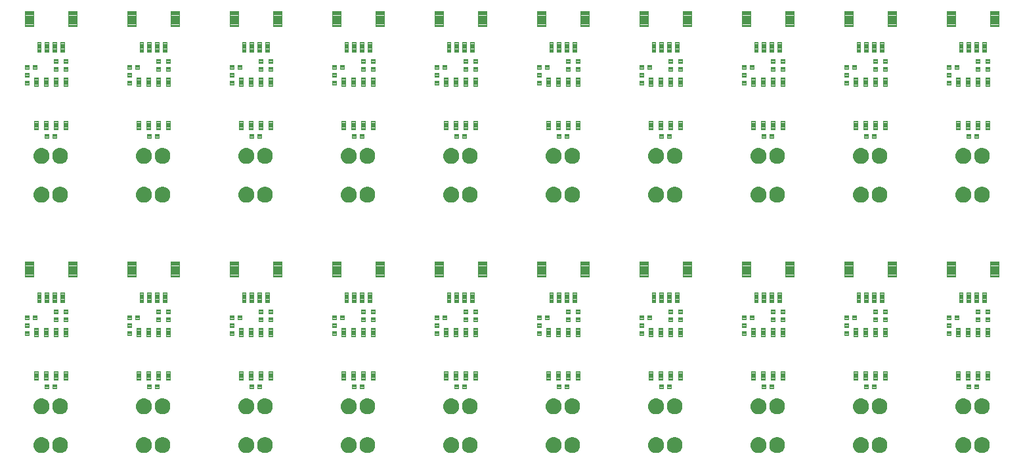
<source format=gtp>
G04 EAGLE Gerber RS-274X export*
G75*
%MOMM*%
%FSLAX34Y34*%
%LPD*%
%INSolderpaste Top*%
%IPPOS*%
%AMOC8*
5,1,8,0,0,1.08239X$1,22.5*%
G01*
%ADD10C,0.102000*%
%ADD11C,1.000000*%
%ADD12C,0.096000*%


D10*
X5130Y228570D02*
X5130Y233550D01*
X10110Y233550D01*
X10110Y228570D01*
X5130Y228570D01*
X5130Y229539D02*
X10110Y229539D01*
X10110Y230508D02*
X5130Y230508D01*
X5130Y231477D02*
X10110Y231477D01*
X10110Y232446D02*
X5130Y232446D01*
X5130Y233415D02*
X10110Y233415D01*
X5130Y223550D02*
X5130Y218570D01*
X5130Y223550D02*
X10110Y223550D01*
X10110Y218570D01*
X5130Y218570D01*
X5130Y219539D02*
X10110Y219539D01*
X10110Y220508D02*
X5130Y220508D01*
X5130Y221477D02*
X10110Y221477D01*
X10110Y222446D02*
X5130Y222446D01*
X5130Y223415D02*
X10110Y223415D01*
X16560Y160820D02*
X21540Y160820D01*
X16560Y160820D02*
X16560Y171800D01*
X21540Y171800D01*
X21540Y160820D01*
X21540Y161789D02*
X16560Y161789D01*
X16560Y162758D02*
X21540Y162758D01*
X21540Y163727D02*
X16560Y163727D01*
X16560Y164696D02*
X21540Y164696D01*
X21540Y165665D02*
X16560Y165665D01*
X16560Y166634D02*
X21540Y166634D01*
X21540Y167603D02*
X16560Y167603D01*
X16560Y168572D02*
X21540Y168572D01*
X21540Y169541D02*
X16560Y169541D01*
X16560Y170510D02*
X21540Y170510D01*
X21540Y171479D02*
X16560Y171479D01*
X29260Y160820D02*
X34240Y160820D01*
X29260Y160820D02*
X29260Y171800D01*
X34240Y171800D01*
X34240Y160820D01*
X34240Y161789D02*
X29260Y161789D01*
X29260Y162758D02*
X34240Y162758D01*
X34240Y163727D02*
X29260Y163727D01*
X29260Y164696D02*
X34240Y164696D01*
X34240Y165665D02*
X29260Y165665D01*
X29260Y166634D02*
X34240Y166634D01*
X34240Y167603D02*
X29260Y167603D01*
X29260Y168572D02*
X34240Y168572D01*
X34240Y169541D02*
X29260Y169541D01*
X29260Y170510D02*
X34240Y170510D01*
X34240Y171479D02*
X29260Y171479D01*
X41960Y160820D02*
X46940Y160820D01*
X41960Y160820D02*
X41960Y171800D01*
X46940Y171800D01*
X46940Y160820D01*
X46940Y161789D02*
X41960Y161789D01*
X41960Y162758D02*
X46940Y162758D01*
X46940Y163727D02*
X41960Y163727D01*
X41960Y164696D02*
X46940Y164696D01*
X46940Y165665D02*
X41960Y165665D01*
X41960Y166634D02*
X46940Y166634D01*
X46940Y167603D02*
X41960Y167603D01*
X41960Y168572D02*
X46940Y168572D01*
X46940Y169541D02*
X41960Y169541D01*
X41960Y170510D02*
X46940Y170510D01*
X46940Y171479D02*
X41960Y171479D01*
X54660Y160820D02*
X59640Y160820D01*
X54660Y160820D02*
X54660Y171800D01*
X59640Y171800D01*
X59640Y160820D01*
X59640Y161789D02*
X54660Y161789D01*
X54660Y162758D02*
X59640Y162758D01*
X59640Y163727D02*
X54660Y163727D01*
X54660Y164696D02*
X59640Y164696D01*
X59640Y165665D02*
X54660Y165665D01*
X54660Y166634D02*
X59640Y166634D01*
X59640Y167603D02*
X54660Y167603D01*
X54660Y168572D02*
X59640Y168572D01*
X59640Y169541D02*
X54660Y169541D01*
X54660Y170510D02*
X59640Y170510D01*
X59640Y171479D02*
X54660Y171479D01*
X54660Y216820D02*
X59640Y216820D01*
X54660Y216820D02*
X54660Y227800D01*
X59640Y227800D01*
X59640Y216820D01*
X59640Y217789D02*
X54660Y217789D01*
X54660Y218758D02*
X59640Y218758D01*
X59640Y219727D02*
X54660Y219727D01*
X54660Y220696D02*
X59640Y220696D01*
X59640Y221665D02*
X54660Y221665D01*
X54660Y222634D02*
X59640Y222634D01*
X59640Y223603D02*
X54660Y223603D01*
X54660Y224572D02*
X59640Y224572D01*
X59640Y225541D02*
X54660Y225541D01*
X54660Y226510D02*
X59640Y226510D01*
X59640Y227479D02*
X54660Y227479D01*
X46940Y216820D02*
X41960Y216820D01*
X41960Y227800D01*
X46940Y227800D01*
X46940Y216820D01*
X46940Y217789D02*
X41960Y217789D01*
X41960Y218758D02*
X46940Y218758D01*
X46940Y219727D02*
X41960Y219727D01*
X41960Y220696D02*
X46940Y220696D01*
X46940Y221665D02*
X41960Y221665D01*
X41960Y222634D02*
X46940Y222634D01*
X46940Y223603D02*
X41960Y223603D01*
X41960Y224572D02*
X46940Y224572D01*
X46940Y225541D02*
X41960Y225541D01*
X41960Y226510D02*
X46940Y226510D01*
X46940Y227479D02*
X41960Y227479D01*
X34240Y216820D02*
X29260Y216820D01*
X29260Y227800D01*
X34240Y227800D01*
X34240Y216820D01*
X34240Y217789D02*
X29260Y217789D01*
X29260Y218758D02*
X34240Y218758D01*
X34240Y219727D02*
X29260Y219727D01*
X29260Y220696D02*
X34240Y220696D01*
X34240Y221665D02*
X29260Y221665D01*
X29260Y222634D02*
X34240Y222634D01*
X34240Y223603D02*
X29260Y223603D01*
X29260Y224572D02*
X34240Y224572D01*
X34240Y225541D02*
X29260Y225541D01*
X29260Y226510D02*
X34240Y226510D01*
X34240Y227479D02*
X29260Y227479D01*
X21540Y216820D02*
X16560Y216820D01*
X16560Y227800D01*
X21540Y227800D01*
X21540Y216820D01*
X21540Y217789D02*
X16560Y217789D01*
X16560Y218758D02*
X21540Y218758D01*
X21540Y219727D02*
X16560Y219727D01*
X16560Y220696D02*
X21540Y220696D01*
X21540Y221665D02*
X16560Y221665D01*
X16560Y222634D02*
X21540Y222634D01*
X21540Y223603D02*
X16560Y223603D01*
X16560Y224572D02*
X21540Y224572D01*
X21540Y225541D02*
X16560Y225541D01*
X16560Y226510D02*
X21540Y226510D01*
X21540Y227479D02*
X16560Y227479D01*
X15210Y243790D02*
X20190Y243790D01*
X20190Y238810D01*
X15210Y238810D01*
X15210Y243790D01*
X15210Y239779D02*
X20190Y239779D01*
X20190Y240748D02*
X15210Y240748D01*
X15210Y241717D02*
X20190Y241717D01*
X20190Y242686D02*
X15210Y242686D01*
X15210Y243655D02*
X20190Y243655D01*
X10190Y243790D02*
X5210Y243790D01*
X10190Y243790D02*
X10190Y238810D01*
X5210Y238810D01*
X5210Y243790D01*
X5210Y239779D02*
X10190Y239779D01*
X10190Y240748D02*
X5210Y240748D01*
X5210Y241717D02*
X10190Y241717D01*
X10190Y242686D02*
X5210Y242686D01*
X5210Y243655D02*
X10190Y243655D01*
X30610Y149910D02*
X35590Y149910D01*
X30610Y149910D02*
X30610Y154890D01*
X35590Y154890D01*
X35590Y149910D01*
X35590Y150879D02*
X30610Y150879D01*
X30610Y151848D02*
X35590Y151848D01*
X35590Y152817D02*
X30610Y152817D01*
X30610Y153786D02*
X35590Y153786D01*
X35590Y154755D02*
X30610Y154755D01*
X40610Y149910D02*
X45590Y149910D01*
X40610Y149910D02*
X40610Y154890D01*
X45590Y154890D01*
X45590Y149910D01*
X45590Y150879D02*
X40610Y150879D01*
X40610Y151848D02*
X45590Y151848D01*
X45590Y152817D02*
X40610Y152817D01*
X40610Y153786D02*
X45590Y153786D01*
X45590Y154755D02*
X40610Y154755D01*
D11*
X45100Y76600D02*
X45102Y76741D01*
X45108Y76882D01*
X45118Y77022D01*
X45132Y77162D01*
X45150Y77302D01*
X45171Y77441D01*
X45197Y77580D01*
X45226Y77718D01*
X45260Y77854D01*
X45297Y77990D01*
X45338Y78125D01*
X45383Y78259D01*
X45432Y78391D01*
X45484Y78522D01*
X45540Y78651D01*
X45600Y78778D01*
X45663Y78904D01*
X45729Y79028D01*
X45800Y79151D01*
X45873Y79271D01*
X45950Y79389D01*
X46030Y79505D01*
X46114Y79618D01*
X46200Y79729D01*
X46290Y79838D01*
X46383Y79944D01*
X46478Y80047D01*
X46577Y80148D01*
X46678Y80246D01*
X46782Y80341D01*
X46889Y80433D01*
X46998Y80522D01*
X47110Y80607D01*
X47224Y80690D01*
X47340Y80770D01*
X47459Y80846D01*
X47580Y80918D01*
X47702Y80988D01*
X47827Y81053D01*
X47953Y81116D01*
X48081Y81174D01*
X48211Y81229D01*
X48342Y81281D01*
X48475Y81328D01*
X48609Y81372D01*
X48744Y81413D01*
X48880Y81449D01*
X49017Y81481D01*
X49155Y81510D01*
X49293Y81535D01*
X49433Y81555D01*
X49573Y81572D01*
X49713Y81585D01*
X49854Y81594D01*
X49994Y81599D01*
X50135Y81600D01*
X50276Y81597D01*
X50417Y81590D01*
X50557Y81579D01*
X50697Y81564D01*
X50837Y81545D01*
X50976Y81523D01*
X51114Y81496D01*
X51252Y81466D01*
X51388Y81431D01*
X51524Y81393D01*
X51658Y81351D01*
X51792Y81305D01*
X51924Y81256D01*
X52054Y81202D01*
X52183Y81145D01*
X52310Y81085D01*
X52436Y81021D01*
X52559Y80953D01*
X52681Y80882D01*
X52801Y80808D01*
X52918Y80730D01*
X53033Y80649D01*
X53146Y80565D01*
X53257Y80478D01*
X53365Y80387D01*
X53470Y80294D01*
X53573Y80197D01*
X53673Y80098D01*
X53770Y79996D01*
X53864Y79891D01*
X53955Y79784D01*
X54043Y79674D01*
X54128Y79562D01*
X54210Y79447D01*
X54289Y79330D01*
X54364Y79211D01*
X54436Y79090D01*
X54504Y78967D01*
X54569Y78842D01*
X54631Y78715D01*
X54688Y78586D01*
X54743Y78456D01*
X54793Y78325D01*
X54840Y78192D01*
X54883Y78058D01*
X54922Y77922D01*
X54957Y77786D01*
X54989Y77649D01*
X55016Y77511D01*
X55040Y77372D01*
X55060Y77232D01*
X55076Y77092D01*
X55088Y76952D01*
X55096Y76811D01*
X55100Y76670D01*
X55100Y76530D01*
X55096Y76389D01*
X55088Y76248D01*
X55076Y76108D01*
X55060Y75968D01*
X55040Y75828D01*
X55016Y75689D01*
X54989Y75551D01*
X54957Y75414D01*
X54922Y75278D01*
X54883Y75142D01*
X54840Y75008D01*
X54793Y74875D01*
X54743Y74744D01*
X54688Y74614D01*
X54631Y74485D01*
X54569Y74358D01*
X54504Y74233D01*
X54436Y74110D01*
X54364Y73989D01*
X54289Y73870D01*
X54210Y73753D01*
X54128Y73638D01*
X54043Y73526D01*
X53955Y73416D01*
X53864Y73309D01*
X53770Y73204D01*
X53673Y73102D01*
X53573Y73003D01*
X53470Y72906D01*
X53365Y72813D01*
X53257Y72722D01*
X53146Y72635D01*
X53033Y72551D01*
X52918Y72470D01*
X52801Y72392D01*
X52681Y72318D01*
X52559Y72247D01*
X52436Y72179D01*
X52310Y72115D01*
X52183Y72055D01*
X52054Y71998D01*
X51924Y71944D01*
X51792Y71895D01*
X51658Y71849D01*
X51524Y71807D01*
X51388Y71769D01*
X51252Y71734D01*
X51114Y71704D01*
X50976Y71677D01*
X50837Y71655D01*
X50697Y71636D01*
X50557Y71621D01*
X50417Y71610D01*
X50276Y71603D01*
X50135Y71600D01*
X49994Y71601D01*
X49854Y71606D01*
X49713Y71615D01*
X49573Y71628D01*
X49433Y71645D01*
X49293Y71665D01*
X49155Y71690D01*
X49017Y71719D01*
X48880Y71751D01*
X48744Y71787D01*
X48609Y71828D01*
X48475Y71872D01*
X48342Y71919D01*
X48211Y71971D01*
X48081Y72026D01*
X47953Y72084D01*
X47827Y72147D01*
X47702Y72212D01*
X47580Y72282D01*
X47459Y72354D01*
X47340Y72430D01*
X47224Y72510D01*
X47110Y72593D01*
X46998Y72678D01*
X46889Y72767D01*
X46782Y72859D01*
X46678Y72954D01*
X46577Y73052D01*
X46478Y73153D01*
X46383Y73256D01*
X46290Y73362D01*
X46200Y73471D01*
X46114Y73582D01*
X46030Y73695D01*
X45950Y73811D01*
X45873Y73929D01*
X45800Y74049D01*
X45729Y74172D01*
X45663Y74296D01*
X45600Y74422D01*
X45540Y74549D01*
X45484Y74678D01*
X45432Y74809D01*
X45383Y74941D01*
X45338Y75075D01*
X45297Y75210D01*
X45260Y75346D01*
X45226Y75482D01*
X45197Y75620D01*
X45171Y75759D01*
X45150Y75898D01*
X45132Y76038D01*
X45118Y76178D01*
X45108Y76318D01*
X45102Y76459D01*
X45100Y76600D01*
X21100Y76600D02*
X21102Y76741D01*
X21108Y76882D01*
X21118Y77022D01*
X21132Y77162D01*
X21150Y77302D01*
X21171Y77441D01*
X21197Y77580D01*
X21226Y77718D01*
X21260Y77854D01*
X21297Y77990D01*
X21338Y78125D01*
X21383Y78259D01*
X21432Y78391D01*
X21484Y78522D01*
X21540Y78651D01*
X21600Y78778D01*
X21663Y78904D01*
X21729Y79028D01*
X21800Y79151D01*
X21873Y79271D01*
X21950Y79389D01*
X22030Y79505D01*
X22114Y79618D01*
X22200Y79729D01*
X22290Y79838D01*
X22383Y79944D01*
X22478Y80047D01*
X22577Y80148D01*
X22678Y80246D01*
X22782Y80341D01*
X22889Y80433D01*
X22998Y80522D01*
X23110Y80607D01*
X23224Y80690D01*
X23340Y80770D01*
X23459Y80846D01*
X23580Y80918D01*
X23702Y80988D01*
X23827Y81053D01*
X23953Y81116D01*
X24081Y81174D01*
X24211Y81229D01*
X24342Y81281D01*
X24475Y81328D01*
X24609Y81372D01*
X24744Y81413D01*
X24880Y81449D01*
X25017Y81481D01*
X25155Y81510D01*
X25293Y81535D01*
X25433Y81555D01*
X25573Y81572D01*
X25713Y81585D01*
X25854Y81594D01*
X25994Y81599D01*
X26135Y81600D01*
X26276Y81597D01*
X26417Y81590D01*
X26557Y81579D01*
X26697Y81564D01*
X26837Y81545D01*
X26976Y81523D01*
X27114Y81496D01*
X27252Y81466D01*
X27388Y81431D01*
X27524Y81393D01*
X27658Y81351D01*
X27792Y81305D01*
X27924Y81256D01*
X28054Y81202D01*
X28183Y81145D01*
X28310Y81085D01*
X28436Y81021D01*
X28559Y80953D01*
X28681Y80882D01*
X28801Y80808D01*
X28918Y80730D01*
X29033Y80649D01*
X29146Y80565D01*
X29257Y80478D01*
X29365Y80387D01*
X29470Y80294D01*
X29573Y80197D01*
X29673Y80098D01*
X29770Y79996D01*
X29864Y79891D01*
X29955Y79784D01*
X30043Y79674D01*
X30128Y79562D01*
X30210Y79447D01*
X30289Y79330D01*
X30364Y79211D01*
X30436Y79090D01*
X30504Y78967D01*
X30569Y78842D01*
X30631Y78715D01*
X30688Y78586D01*
X30743Y78456D01*
X30793Y78325D01*
X30840Y78192D01*
X30883Y78058D01*
X30922Y77922D01*
X30957Y77786D01*
X30989Y77649D01*
X31016Y77511D01*
X31040Y77372D01*
X31060Y77232D01*
X31076Y77092D01*
X31088Y76952D01*
X31096Y76811D01*
X31100Y76670D01*
X31100Y76530D01*
X31096Y76389D01*
X31088Y76248D01*
X31076Y76108D01*
X31060Y75968D01*
X31040Y75828D01*
X31016Y75689D01*
X30989Y75551D01*
X30957Y75414D01*
X30922Y75278D01*
X30883Y75142D01*
X30840Y75008D01*
X30793Y74875D01*
X30743Y74744D01*
X30688Y74614D01*
X30631Y74485D01*
X30569Y74358D01*
X30504Y74233D01*
X30436Y74110D01*
X30364Y73989D01*
X30289Y73870D01*
X30210Y73753D01*
X30128Y73638D01*
X30043Y73526D01*
X29955Y73416D01*
X29864Y73309D01*
X29770Y73204D01*
X29673Y73102D01*
X29573Y73003D01*
X29470Y72906D01*
X29365Y72813D01*
X29257Y72722D01*
X29146Y72635D01*
X29033Y72551D01*
X28918Y72470D01*
X28801Y72392D01*
X28681Y72318D01*
X28559Y72247D01*
X28436Y72179D01*
X28310Y72115D01*
X28183Y72055D01*
X28054Y71998D01*
X27924Y71944D01*
X27792Y71895D01*
X27658Y71849D01*
X27524Y71807D01*
X27388Y71769D01*
X27252Y71734D01*
X27114Y71704D01*
X26976Y71677D01*
X26837Y71655D01*
X26697Y71636D01*
X26557Y71621D01*
X26417Y71610D01*
X26276Y71603D01*
X26135Y71600D01*
X25994Y71601D01*
X25854Y71606D01*
X25713Y71615D01*
X25573Y71628D01*
X25433Y71645D01*
X25293Y71665D01*
X25155Y71690D01*
X25017Y71719D01*
X24880Y71751D01*
X24744Y71787D01*
X24609Y71828D01*
X24475Y71872D01*
X24342Y71919D01*
X24211Y71971D01*
X24081Y72026D01*
X23953Y72084D01*
X23827Y72147D01*
X23702Y72212D01*
X23580Y72282D01*
X23459Y72354D01*
X23340Y72430D01*
X23224Y72510D01*
X23110Y72593D01*
X22998Y72678D01*
X22889Y72767D01*
X22782Y72859D01*
X22678Y72954D01*
X22577Y73052D01*
X22478Y73153D01*
X22383Y73256D01*
X22290Y73362D01*
X22200Y73471D01*
X22114Y73582D01*
X22030Y73695D01*
X21950Y73811D01*
X21873Y73929D01*
X21800Y74049D01*
X21729Y74172D01*
X21663Y74296D01*
X21600Y74422D01*
X21540Y74549D01*
X21484Y74678D01*
X21432Y74809D01*
X21383Y74941D01*
X21338Y75075D01*
X21297Y75210D01*
X21260Y75346D01*
X21226Y75482D01*
X21197Y75620D01*
X21171Y75759D01*
X21150Y75898D01*
X21132Y76038D01*
X21118Y76178D01*
X21108Y76318D01*
X21102Y76459D01*
X21100Y76600D01*
X45100Y126600D02*
X45102Y126741D01*
X45108Y126882D01*
X45118Y127022D01*
X45132Y127162D01*
X45150Y127302D01*
X45171Y127441D01*
X45197Y127580D01*
X45226Y127718D01*
X45260Y127854D01*
X45297Y127990D01*
X45338Y128125D01*
X45383Y128259D01*
X45432Y128391D01*
X45484Y128522D01*
X45540Y128651D01*
X45600Y128778D01*
X45663Y128904D01*
X45729Y129028D01*
X45800Y129151D01*
X45873Y129271D01*
X45950Y129389D01*
X46030Y129505D01*
X46114Y129618D01*
X46200Y129729D01*
X46290Y129838D01*
X46383Y129944D01*
X46478Y130047D01*
X46577Y130148D01*
X46678Y130246D01*
X46782Y130341D01*
X46889Y130433D01*
X46998Y130522D01*
X47110Y130607D01*
X47224Y130690D01*
X47340Y130770D01*
X47459Y130846D01*
X47580Y130918D01*
X47702Y130988D01*
X47827Y131053D01*
X47953Y131116D01*
X48081Y131174D01*
X48211Y131229D01*
X48342Y131281D01*
X48475Y131328D01*
X48609Y131372D01*
X48744Y131413D01*
X48880Y131449D01*
X49017Y131481D01*
X49155Y131510D01*
X49293Y131535D01*
X49433Y131555D01*
X49573Y131572D01*
X49713Y131585D01*
X49854Y131594D01*
X49994Y131599D01*
X50135Y131600D01*
X50276Y131597D01*
X50417Y131590D01*
X50557Y131579D01*
X50697Y131564D01*
X50837Y131545D01*
X50976Y131523D01*
X51114Y131496D01*
X51252Y131466D01*
X51388Y131431D01*
X51524Y131393D01*
X51658Y131351D01*
X51792Y131305D01*
X51924Y131256D01*
X52054Y131202D01*
X52183Y131145D01*
X52310Y131085D01*
X52436Y131021D01*
X52559Y130953D01*
X52681Y130882D01*
X52801Y130808D01*
X52918Y130730D01*
X53033Y130649D01*
X53146Y130565D01*
X53257Y130478D01*
X53365Y130387D01*
X53470Y130294D01*
X53573Y130197D01*
X53673Y130098D01*
X53770Y129996D01*
X53864Y129891D01*
X53955Y129784D01*
X54043Y129674D01*
X54128Y129562D01*
X54210Y129447D01*
X54289Y129330D01*
X54364Y129211D01*
X54436Y129090D01*
X54504Y128967D01*
X54569Y128842D01*
X54631Y128715D01*
X54688Y128586D01*
X54743Y128456D01*
X54793Y128325D01*
X54840Y128192D01*
X54883Y128058D01*
X54922Y127922D01*
X54957Y127786D01*
X54989Y127649D01*
X55016Y127511D01*
X55040Y127372D01*
X55060Y127232D01*
X55076Y127092D01*
X55088Y126952D01*
X55096Y126811D01*
X55100Y126670D01*
X55100Y126530D01*
X55096Y126389D01*
X55088Y126248D01*
X55076Y126108D01*
X55060Y125968D01*
X55040Y125828D01*
X55016Y125689D01*
X54989Y125551D01*
X54957Y125414D01*
X54922Y125278D01*
X54883Y125142D01*
X54840Y125008D01*
X54793Y124875D01*
X54743Y124744D01*
X54688Y124614D01*
X54631Y124485D01*
X54569Y124358D01*
X54504Y124233D01*
X54436Y124110D01*
X54364Y123989D01*
X54289Y123870D01*
X54210Y123753D01*
X54128Y123638D01*
X54043Y123526D01*
X53955Y123416D01*
X53864Y123309D01*
X53770Y123204D01*
X53673Y123102D01*
X53573Y123003D01*
X53470Y122906D01*
X53365Y122813D01*
X53257Y122722D01*
X53146Y122635D01*
X53033Y122551D01*
X52918Y122470D01*
X52801Y122392D01*
X52681Y122318D01*
X52559Y122247D01*
X52436Y122179D01*
X52310Y122115D01*
X52183Y122055D01*
X52054Y121998D01*
X51924Y121944D01*
X51792Y121895D01*
X51658Y121849D01*
X51524Y121807D01*
X51388Y121769D01*
X51252Y121734D01*
X51114Y121704D01*
X50976Y121677D01*
X50837Y121655D01*
X50697Y121636D01*
X50557Y121621D01*
X50417Y121610D01*
X50276Y121603D01*
X50135Y121600D01*
X49994Y121601D01*
X49854Y121606D01*
X49713Y121615D01*
X49573Y121628D01*
X49433Y121645D01*
X49293Y121665D01*
X49155Y121690D01*
X49017Y121719D01*
X48880Y121751D01*
X48744Y121787D01*
X48609Y121828D01*
X48475Y121872D01*
X48342Y121919D01*
X48211Y121971D01*
X48081Y122026D01*
X47953Y122084D01*
X47827Y122147D01*
X47702Y122212D01*
X47580Y122282D01*
X47459Y122354D01*
X47340Y122430D01*
X47224Y122510D01*
X47110Y122593D01*
X46998Y122678D01*
X46889Y122767D01*
X46782Y122859D01*
X46678Y122954D01*
X46577Y123052D01*
X46478Y123153D01*
X46383Y123256D01*
X46290Y123362D01*
X46200Y123471D01*
X46114Y123582D01*
X46030Y123695D01*
X45950Y123811D01*
X45873Y123929D01*
X45800Y124049D01*
X45729Y124172D01*
X45663Y124296D01*
X45600Y124422D01*
X45540Y124549D01*
X45484Y124678D01*
X45432Y124809D01*
X45383Y124941D01*
X45338Y125075D01*
X45297Y125210D01*
X45260Y125346D01*
X45226Y125482D01*
X45197Y125620D01*
X45171Y125759D01*
X45150Y125898D01*
X45132Y126038D01*
X45118Y126178D01*
X45108Y126318D01*
X45102Y126459D01*
X45100Y126600D01*
X21100Y126600D02*
X21102Y126741D01*
X21108Y126882D01*
X21118Y127022D01*
X21132Y127162D01*
X21150Y127302D01*
X21171Y127441D01*
X21197Y127580D01*
X21226Y127718D01*
X21260Y127854D01*
X21297Y127990D01*
X21338Y128125D01*
X21383Y128259D01*
X21432Y128391D01*
X21484Y128522D01*
X21540Y128651D01*
X21600Y128778D01*
X21663Y128904D01*
X21729Y129028D01*
X21800Y129151D01*
X21873Y129271D01*
X21950Y129389D01*
X22030Y129505D01*
X22114Y129618D01*
X22200Y129729D01*
X22290Y129838D01*
X22383Y129944D01*
X22478Y130047D01*
X22577Y130148D01*
X22678Y130246D01*
X22782Y130341D01*
X22889Y130433D01*
X22998Y130522D01*
X23110Y130607D01*
X23224Y130690D01*
X23340Y130770D01*
X23459Y130846D01*
X23580Y130918D01*
X23702Y130988D01*
X23827Y131053D01*
X23953Y131116D01*
X24081Y131174D01*
X24211Y131229D01*
X24342Y131281D01*
X24475Y131328D01*
X24609Y131372D01*
X24744Y131413D01*
X24880Y131449D01*
X25017Y131481D01*
X25155Y131510D01*
X25293Y131535D01*
X25433Y131555D01*
X25573Y131572D01*
X25713Y131585D01*
X25854Y131594D01*
X25994Y131599D01*
X26135Y131600D01*
X26276Y131597D01*
X26417Y131590D01*
X26557Y131579D01*
X26697Y131564D01*
X26837Y131545D01*
X26976Y131523D01*
X27114Y131496D01*
X27252Y131466D01*
X27388Y131431D01*
X27524Y131393D01*
X27658Y131351D01*
X27792Y131305D01*
X27924Y131256D01*
X28054Y131202D01*
X28183Y131145D01*
X28310Y131085D01*
X28436Y131021D01*
X28559Y130953D01*
X28681Y130882D01*
X28801Y130808D01*
X28918Y130730D01*
X29033Y130649D01*
X29146Y130565D01*
X29257Y130478D01*
X29365Y130387D01*
X29470Y130294D01*
X29573Y130197D01*
X29673Y130098D01*
X29770Y129996D01*
X29864Y129891D01*
X29955Y129784D01*
X30043Y129674D01*
X30128Y129562D01*
X30210Y129447D01*
X30289Y129330D01*
X30364Y129211D01*
X30436Y129090D01*
X30504Y128967D01*
X30569Y128842D01*
X30631Y128715D01*
X30688Y128586D01*
X30743Y128456D01*
X30793Y128325D01*
X30840Y128192D01*
X30883Y128058D01*
X30922Y127922D01*
X30957Y127786D01*
X30989Y127649D01*
X31016Y127511D01*
X31040Y127372D01*
X31060Y127232D01*
X31076Y127092D01*
X31088Y126952D01*
X31096Y126811D01*
X31100Y126670D01*
X31100Y126530D01*
X31096Y126389D01*
X31088Y126248D01*
X31076Y126108D01*
X31060Y125968D01*
X31040Y125828D01*
X31016Y125689D01*
X30989Y125551D01*
X30957Y125414D01*
X30922Y125278D01*
X30883Y125142D01*
X30840Y125008D01*
X30793Y124875D01*
X30743Y124744D01*
X30688Y124614D01*
X30631Y124485D01*
X30569Y124358D01*
X30504Y124233D01*
X30436Y124110D01*
X30364Y123989D01*
X30289Y123870D01*
X30210Y123753D01*
X30128Y123638D01*
X30043Y123526D01*
X29955Y123416D01*
X29864Y123309D01*
X29770Y123204D01*
X29673Y123102D01*
X29573Y123003D01*
X29470Y122906D01*
X29365Y122813D01*
X29257Y122722D01*
X29146Y122635D01*
X29033Y122551D01*
X28918Y122470D01*
X28801Y122392D01*
X28681Y122318D01*
X28559Y122247D01*
X28436Y122179D01*
X28310Y122115D01*
X28183Y122055D01*
X28054Y121998D01*
X27924Y121944D01*
X27792Y121895D01*
X27658Y121849D01*
X27524Y121807D01*
X27388Y121769D01*
X27252Y121734D01*
X27114Y121704D01*
X26976Y121677D01*
X26837Y121655D01*
X26697Y121636D01*
X26557Y121621D01*
X26417Y121610D01*
X26276Y121603D01*
X26135Y121600D01*
X25994Y121601D01*
X25854Y121606D01*
X25713Y121615D01*
X25573Y121628D01*
X25433Y121645D01*
X25293Y121665D01*
X25155Y121690D01*
X25017Y121719D01*
X24880Y121751D01*
X24744Y121787D01*
X24609Y121828D01*
X24475Y121872D01*
X24342Y121919D01*
X24211Y121971D01*
X24081Y122026D01*
X23953Y122084D01*
X23827Y122147D01*
X23702Y122212D01*
X23580Y122282D01*
X23459Y122354D01*
X23340Y122430D01*
X23224Y122510D01*
X23110Y122593D01*
X22998Y122678D01*
X22889Y122767D01*
X22782Y122859D01*
X22678Y122954D01*
X22577Y123052D01*
X22478Y123153D01*
X22383Y123256D01*
X22290Y123362D01*
X22200Y123471D01*
X22114Y123582D01*
X22030Y123695D01*
X21950Y123811D01*
X21873Y123929D01*
X21800Y124049D01*
X21729Y124172D01*
X21663Y124296D01*
X21600Y124422D01*
X21540Y124549D01*
X21484Y124678D01*
X21432Y124809D01*
X21383Y124941D01*
X21338Y125075D01*
X21297Y125210D01*
X21260Y125346D01*
X21226Y125482D01*
X21197Y125620D01*
X21171Y125759D01*
X21150Y125898D01*
X21132Y126038D01*
X21118Y126178D01*
X21108Y126318D01*
X21102Y126459D01*
X21100Y126600D01*
D10*
X59640Y236350D02*
X59640Y241330D01*
X59640Y236350D02*
X54660Y236350D01*
X54660Y241330D01*
X59640Y241330D01*
X59640Y237319D02*
X54660Y237319D01*
X54660Y238288D02*
X59640Y238288D01*
X59640Y239257D02*
X54660Y239257D01*
X54660Y240226D02*
X59640Y240226D01*
X59640Y241195D02*
X54660Y241195D01*
X59640Y246350D02*
X59640Y251330D01*
X59640Y246350D02*
X54660Y246350D01*
X54660Y251330D01*
X59640Y251330D01*
X59640Y247319D02*
X54660Y247319D01*
X54660Y248288D02*
X59640Y248288D01*
X59640Y249257D02*
X54660Y249257D01*
X54660Y250226D02*
X59640Y250226D01*
X59640Y251195D02*
X54660Y251195D01*
X46940Y241330D02*
X46940Y236350D01*
X41960Y236350D01*
X41960Y241330D01*
X46940Y241330D01*
X46940Y237319D02*
X41960Y237319D01*
X41960Y238288D02*
X46940Y238288D01*
X46940Y239257D02*
X41960Y239257D01*
X41960Y240226D02*
X46940Y240226D01*
X46940Y241195D02*
X41960Y241195D01*
X46940Y246350D02*
X46940Y251330D01*
X46940Y246350D02*
X41960Y246350D01*
X41960Y251330D01*
X46940Y251330D01*
X46940Y247319D02*
X41960Y247319D01*
X41960Y248288D02*
X46940Y248288D01*
X46940Y249257D02*
X41960Y249257D01*
X41960Y250226D02*
X46940Y250226D01*
X46940Y251195D02*
X41960Y251195D01*
D12*
X60580Y312970D02*
X71620Y312970D01*
X71620Y293930D01*
X60580Y293930D01*
X60580Y312970D01*
X60580Y294842D02*
X71620Y294842D01*
X71620Y295754D02*
X60580Y295754D01*
X60580Y296666D02*
X71620Y296666D01*
X71620Y297578D02*
X60580Y297578D01*
X60580Y298490D02*
X71620Y298490D01*
X71620Y299402D02*
X60580Y299402D01*
X60580Y300314D02*
X71620Y300314D01*
X71620Y301226D02*
X60580Y301226D01*
X60580Y302138D02*
X71620Y302138D01*
X71620Y303050D02*
X60580Y303050D01*
X60580Y303962D02*
X71620Y303962D01*
X71620Y304874D02*
X60580Y304874D01*
X60580Y305786D02*
X71620Y305786D01*
X71620Y306698D02*
X60580Y306698D01*
X60580Y307610D02*
X71620Y307610D01*
X71620Y308522D02*
X60580Y308522D01*
X60580Y309434D02*
X71620Y309434D01*
X71620Y310346D02*
X60580Y310346D01*
X60580Y311258D02*
X71620Y311258D01*
X71620Y312170D02*
X60580Y312170D01*
X15620Y312970D02*
X4580Y312970D01*
X15620Y312970D02*
X15620Y293930D01*
X4580Y293930D01*
X4580Y312970D01*
X4580Y294842D02*
X15620Y294842D01*
X15620Y295754D02*
X4580Y295754D01*
X4580Y296666D02*
X15620Y296666D01*
X15620Y297578D02*
X4580Y297578D01*
X4580Y298490D02*
X15620Y298490D01*
X15620Y299402D02*
X4580Y299402D01*
X4580Y300314D02*
X15620Y300314D01*
X15620Y301226D02*
X4580Y301226D01*
X4580Y302138D02*
X15620Y302138D01*
X15620Y303050D02*
X4580Y303050D01*
X4580Y303962D02*
X15620Y303962D01*
X15620Y304874D02*
X4580Y304874D01*
X4580Y305786D02*
X15620Y305786D01*
X15620Y306698D02*
X4580Y306698D01*
X4580Y307610D02*
X15620Y307610D01*
X15620Y308522D02*
X4580Y308522D01*
X4580Y309434D02*
X15620Y309434D01*
X15620Y310346D02*
X4580Y310346D01*
X4580Y311258D02*
X15620Y311258D01*
X15620Y312170D02*
X4580Y312170D01*
D10*
X50610Y272940D02*
X55590Y272940D01*
X55590Y260460D01*
X50610Y260460D01*
X50610Y272940D01*
X50610Y261429D02*
X55590Y261429D01*
X55590Y262398D02*
X50610Y262398D01*
X50610Y263367D02*
X55590Y263367D01*
X55590Y264336D02*
X50610Y264336D01*
X50610Y265305D02*
X55590Y265305D01*
X55590Y266274D02*
X50610Y266274D01*
X50610Y267243D02*
X55590Y267243D01*
X55590Y268212D02*
X50610Y268212D01*
X50610Y269181D02*
X55590Y269181D01*
X55590Y270150D02*
X50610Y270150D01*
X50610Y271119D02*
X55590Y271119D01*
X55590Y272088D02*
X50610Y272088D01*
X45590Y272940D02*
X40610Y272940D01*
X45590Y272940D02*
X45590Y260460D01*
X40610Y260460D01*
X40610Y272940D01*
X40610Y261429D02*
X45590Y261429D01*
X45590Y262398D02*
X40610Y262398D01*
X40610Y263367D02*
X45590Y263367D01*
X45590Y264336D02*
X40610Y264336D01*
X40610Y265305D02*
X45590Y265305D01*
X45590Y266274D02*
X40610Y266274D01*
X40610Y267243D02*
X45590Y267243D01*
X45590Y268212D02*
X40610Y268212D01*
X40610Y269181D02*
X45590Y269181D01*
X45590Y270150D02*
X40610Y270150D01*
X40610Y271119D02*
X45590Y271119D01*
X45590Y272088D02*
X40610Y272088D01*
X35590Y272940D02*
X30610Y272940D01*
X35590Y272940D02*
X35590Y260460D01*
X30610Y260460D01*
X30610Y272940D01*
X30610Y261429D02*
X35590Y261429D01*
X35590Y262398D02*
X30610Y262398D01*
X30610Y263367D02*
X35590Y263367D01*
X35590Y264336D02*
X30610Y264336D01*
X30610Y265305D02*
X35590Y265305D01*
X35590Y266274D02*
X30610Y266274D01*
X30610Y267243D02*
X35590Y267243D01*
X35590Y268212D02*
X30610Y268212D01*
X30610Y269181D02*
X35590Y269181D01*
X35590Y270150D02*
X30610Y270150D01*
X30610Y271119D02*
X35590Y271119D01*
X35590Y272088D02*
X30610Y272088D01*
X25590Y272940D02*
X20610Y272940D01*
X25590Y272940D02*
X25590Y260460D01*
X20610Y260460D01*
X20610Y272940D01*
X20610Y261429D02*
X25590Y261429D01*
X25590Y262398D02*
X20610Y262398D01*
X20610Y263367D02*
X25590Y263367D01*
X25590Y264336D02*
X20610Y264336D01*
X20610Y265305D02*
X25590Y265305D01*
X25590Y266274D02*
X20610Y266274D01*
X20610Y267243D02*
X25590Y267243D01*
X25590Y268212D02*
X20610Y268212D01*
X20610Y269181D02*
X25590Y269181D01*
X25590Y270150D02*
X20610Y270150D01*
X20610Y271119D02*
X25590Y271119D01*
X25590Y272088D02*
X20610Y272088D01*
X137210Y233550D02*
X137210Y228570D01*
X137210Y233550D02*
X142190Y233550D01*
X142190Y228570D01*
X137210Y228570D01*
X137210Y229539D02*
X142190Y229539D01*
X142190Y230508D02*
X137210Y230508D01*
X137210Y231477D02*
X142190Y231477D01*
X142190Y232446D02*
X137210Y232446D01*
X137210Y233415D02*
X142190Y233415D01*
X137210Y223550D02*
X137210Y218570D01*
X137210Y223550D02*
X142190Y223550D01*
X142190Y218570D01*
X137210Y218570D01*
X137210Y219539D02*
X142190Y219539D01*
X142190Y220508D02*
X137210Y220508D01*
X137210Y221477D02*
X142190Y221477D01*
X142190Y222446D02*
X137210Y222446D01*
X137210Y223415D02*
X142190Y223415D01*
X148640Y160820D02*
X153620Y160820D01*
X148640Y160820D02*
X148640Y171800D01*
X153620Y171800D01*
X153620Y160820D01*
X153620Y161789D02*
X148640Y161789D01*
X148640Y162758D02*
X153620Y162758D01*
X153620Y163727D02*
X148640Y163727D01*
X148640Y164696D02*
X153620Y164696D01*
X153620Y165665D02*
X148640Y165665D01*
X148640Y166634D02*
X153620Y166634D01*
X153620Y167603D02*
X148640Y167603D01*
X148640Y168572D02*
X153620Y168572D01*
X153620Y169541D02*
X148640Y169541D01*
X148640Y170510D02*
X153620Y170510D01*
X153620Y171479D02*
X148640Y171479D01*
X161340Y160820D02*
X166320Y160820D01*
X161340Y160820D02*
X161340Y171800D01*
X166320Y171800D01*
X166320Y160820D01*
X166320Y161789D02*
X161340Y161789D01*
X161340Y162758D02*
X166320Y162758D01*
X166320Y163727D02*
X161340Y163727D01*
X161340Y164696D02*
X166320Y164696D01*
X166320Y165665D02*
X161340Y165665D01*
X161340Y166634D02*
X166320Y166634D01*
X166320Y167603D02*
X161340Y167603D01*
X161340Y168572D02*
X166320Y168572D01*
X166320Y169541D02*
X161340Y169541D01*
X161340Y170510D02*
X166320Y170510D01*
X166320Y171479D02*
X161340Y171479D01*
X174040Y160820D02*
X179020Y160820D01*
X174040Y160820D02*
X174040Y171800D01*
X179020Y171800D01*
X179020Y160820D01*
X179020Y161789D02*
X174040Y161789D01*
X174040Y162758D02*
X179020Y162758D01*
X179020Y163727D02*
X174040Y163727D01*
X174040Y164696D02*
X179020Y164696D01*
X179020Y165665D02*
X174040Y165665D01*
X174040Y166634D02*
X179020Y166634D01*
X179020Y167603D02*
X174040Y167603D01*
X174040Y168572D02*
X179020Y168572D01*
X179020Y169541D02*
X174040Y169541D01*
X174040Y170510D02*
X179020Y170510D01*
X179020Y171479D02*
X174040Y171479D01*
X186740Y160820D02*
X191720Y160820D01*
X186740Y160820D02*
X186740Y171800D01*
X191720Y171800D01*
X191720Y160820D01*
X191720Y161789D02*
X186740Y161789D01*
X186740Y162758D02*
X191720Y162758D01*
X191720Y163727D02*
X186740Y163727D01*
X186740Y164696D02*
X191720Y164696D01*
X191720Y165665D02*
X186740Y165665D01*
X186740Y166634D02*
X191720Y166634D01*
X191720Y167603D02*
X186740Y167603D01*
X186740Y168572D02*
X191720Y168572D01*
X191720Y169541D02*
X186740Y169541D01*
X186740Y170510D02*
X191720Y170510D01*
X191720Y171479D02*
X186740Y171479D01*
X186740Y216820D02*
X191720Y216820D01*
X186740Y216820D02*
X186740Y227800D01*
X191720Y227800D01*
X191720Y216820D01*
X191720Y217789D02*
X186740Y217789D01*
X186740Y218758D02*
X191720Y218758D01*
X191720Y219727D02*
X186740Y219727D01*
X186740Y220696D02*
X191720Y220696D01*
X191720Y221665D02*
X186740Y221665D01*
X186740Y222634D02*
X191720Y222634D01*
X191720Y223603D02*
X186740Y223603D01*
X186740Y224572D02*
X191720Y224572D01*
X191720Y225541D02*
X186740Y225541D01*
X186740Y226510D02*
X191720Y226510D01*
X191720Y227479D02*
X186740Y227479D01*
X179020Y216820D02*
X174040Y216820D01*
X174040Y227800D01*
X179020Y227800D01*
X179020Y216820D01*
X179020Y217789D02*
X174040Y217789D01*
X174040Y218758D02*
X179020Y218758D01*
X179020Y219727D02*
X174040Y219727D01*
X174040Y220696D02*
X179020Y220696D01*
X179020Y221665D02*
X174040Y221665D01*
X174040Y222634D02*
X179020Y222634D01*
X179020Y223603D02*
X174040Y223603D01*
X174040Y224572D02*
X179020Y224572D01*
X179020Y225541D02*
X174040Y225541D01*
X174040Y226510D02*
X179020Y226510D01*
X179020Y227479D02*
X174040Y227479D01*
X166320Y216820D02*
X161340Y216820D01*
X161340Y227800D01*
X166320Y227800D01*
X166320Y216820D01*
X166320Y217789D02*
X161340Y217789D01*
X161340Y218758D02*
X166320Y218758D01*
X166320Y219727D02*
X161340Y219727D01*
X161340Y220696D02*
X166320Y220696D01*
X166320Y221665D02*
X161340Y221665D01*
X161340Y222634D02*
X166320Y222634D01*
X166320Y223603D02*
X161340Y223603D01*
X161340Y224572D02*
X166320Y224572D01*
X166320Y225541D02*
X161340Y225541D01*
X161340Y226510D02*
X166320Y226510D01*
X166320Y227479D02*
X161340Y227479D01*
X153620Y216820D02*
X148640Y216820D01*
X148640Y227800D01*
X153620Y227800D01*
X153620Y216820D01*
X153620Y217789D02*
X148640Y217789D01*
X148640Y218758D02*
X153620Y218758D01*
X153620Y219727D02*
X148640Y219727D01*
X148640Y220696D02*
X153620Y220696D01*
X153620Y221665D02*
X148640Y221665D01*
X148640Y222634D02*
X153620Y222634D01*
X153620Y223603D02*
X148640Y223603D01*
X148640Y224572D02*
X153620Y224572D01*
X153620Y225541D02*
X148640Y225541D01*
X148640Y226510D02*
X153620Y226510D01*
X153620Y227479D02*
X148640Y227479D01*
X147290Y243790D02*
X152270Y243790D01*
X152270Y238810D01*
X147290Y238810D01*
X147290Y243790D01*
X147290Y239779D02*
X152270Y239779D01*
X152270Y240748D02*
X147290Y240748D01*
X147290Y241717D02*
X152270Y241717D01*
X152270Y242686D02*
X147290Y242686D01*
X147290Y243655D02*
X152270Y243655D01*
X142270Y243790D02*
X137290Y243790D01*
X142270Y243790D02*
X142270Y238810D01*
X137290Y238810D01*
X137290Y243790D01*
X137290Y239779D02*
X142270Y239779D01*
X142270Y240748D02*
X137290Y240748D01*
X137290Y241717D02*
X142270Y241717D01*
X142270Y242686D02*
X137290Y242686D01*
X137290Y243655D02*
X142270Y243655D01*
X162690Y149910D02*
X167670Y149910D01*
X162690Y149910D02*
X162690Y154890D01*
X167670Y154890D01*
X167670Y149910D01*
X167670Y150879D02*
X162690Y150879D01*
X162690Y151848D02*
X167670Y151848D01*
X167670Y152817D02*
X162690Y152817D01*
X162690Y153786D02*
X167670Y153786D01*
X167670Y154755D02*
X162690Y154755D01*
X172690Y149910D02*
X177670Y149910D01*
X172690Y149910D02*
X172690Y154890D01*
X177670Y154890D01*
X177670Y149910D01*
X177670Y150879D02*
X172690Y150879D01*
X172690Y151848D02*
X177670Y151848D01*
X177670Y152817D02*
X172690Y152817D01*
X172690Y153786D02*
X177670Y153786D01*
X177670Y154755D02*
X172690Y154755D01*
D11*
X177180Y76600D02*
X177182Y76741D01*
X177188Y76882D01*
X177198Y77022D01*
X177212Y77162D01*
X177230Y77302D01*
X177251Y77441D01*
X177277Y77580D01*
X177306Y77718D01*
X177340Y77854D01*
X177377Y77990D01*
X177418Y78125D01*
X177463Y78259D01*
X177512Y78391D01*
X177564Y78522D01*
X177620Y78651D01*
X177680Y78778D01*
X177743Y78904D01*
X177809Y79028D01*
X177880Y79151D01*
X177953Y79271D01*
X178030Y79389D01*
X178110Y79505D01*
X178194Y79618D01*
X178280Y79729D01*
X178370Y79838D01*
X178463Y79944D01*
X178558Y80047D01*
X178657Y80148D01*
X178758Y80246D01*
X178862Y80341D01*
X178969Y80433D01*
X179078Y80522D01*
X179190Y80607D01*
X179304Y80690D01*
X179420Y80770D01*
X179539Y80846D01*
X179660Y80918D01*
X179782Y80988D01*
X179907Y81053D01*
X180033Y81116D01*
X180161Y81174D01*
X180291Y81229D01*
X180422Y81281D01*
X180555Y81328D01*
X180689Y81372D01*
X180824Y81413D01*
X180960Y81449D01*
X181097Y81481D01*
X181235Y81510D01*
X181373Y81535D01*
X181513Y81555D01*
X181653Y81572D01*
X181793Y81585D01*
X181934Y81594D01*
X182074Y81599D01*
X182215Y81600D01*
X182356Y81597D01*
X182497Y81590D01*
X182637Y81579D01*
X182777Y81564D01*
X182917Y81545D01*
X183056Y81523D01*
X183194Y81496D01*
X183332Y81466D01*
X183468Y81431D01*
X183604Y81393D01*
X183738Y81351D01*
X183872Y81305D01*
X184004Y81256D01*
X184134Y81202D01*
X184263Y81145D01*
X184390Y81085D01*
X184516Y81021D01*
X184639Y80953D01*
X184761Y80882D01*
X184881Y80808D01*
X184998Y80730D01*
X185113Y80649D01*
X185226Y80565D01*
X185337Y80478D01*
X185445Y80387D01*
X185550Y80294D01*
X185653Y80197D01*
X185753Y80098D01*
X185850Y79996D01*
X185944Y79891D01*
X186035Y79784D01*
X186123Y79674D01*
X186208Y79562D01*
X186290Y79447D01*
X186369Y79330D01*
X186444Y79211D01*
X186516Y79090D01*
X186584Y78967D01*
X186649Y78842D01*
X186711Y78715D01*
X186768Y78586D01*
X186823Y78456D01*
X186873Y78325D01*
X186920Y78192D01*
X186963Y78058D01*
X187002Y77922D01*
X187037Y77786D01*
X187069Y77649D01*
X187096Y77511D01*
X187120Y77372D01*
X187140Y77232D01*
X187156Y77092D01*
X187168Y76952D01*
X187176Y76811D01*
X187180Y76670D01*
X187180Y76530D01*
X187176Y76389D01*
X187168Y76248D01*
X187156Y76108D01*
X187140Y75968D01*
X187120Y75828D01*
X187096Y75689D01*
X187069Y75551D01*
X187037Y75414D01*
X187002Y75278D01*
X186963Y75142D01*
X186920Y75008D01*
X186873Y74875D01*
X186823Y74744D01*
X186768Y74614D01*
X186711Y74485D01*
X186649Y74358D01*
X186584Y74233D01*
X186516Y74110D01*
X186444Y73989D01*
X186369Y73870D01*
X186290Y73753D01*
X186208Y73638D01*
X186123Y73526D01*
X186035Y73416D01*
X185944Y73309D01*
X185850Y73204D01*
X185753Y73102D01*
X185653Y73003D01*
X185550Y72906D01*
X185445Y72813D01*
X185337Y72722D01*
X185226Y72635D01*
X185113Y72551D01*
X184998Y72470D01*
X184881Y72392D01*
X184761Y72318D01*
X184639Y72247D01*
X184516Y72179D01*
X184390Y72115D01*
X184263Y72055D01*
X184134Y71998D01*
X184004Y71944D01*
X183872Y71895D01*
X183738Y71849D01*
X183604Y71807D01*
X183468Y71769D01*
X183332Y71734D01*
X183194Y71704D01*
X183056Y71677D01*
X182917Y71655D01*
X182777Y71636D01*
X182637Y71621D01*
X182497Y71610D01*
X182356Y71603D01*
X182215Y71600D01*
X182074Y71601D01*
X181934Y71606D01*
X181793Y71615D01*
X181653Y71628D01*
X181513Y71645D01*
X181373Y71665D01*
X181235Y71690D01*
X181097Y71719D01*
X180960Y71751D01*
X180824Y71787D01*
X180689Y71828D01*
X180555Y71872D01*
X180422Y71919D01*
X180291Y71971D01*
X180161Y72026D01*
X180033Y72084D01*
X179907Y72147D01*
X179782Y72212D01*
X179660Y72282D01*
X179539Y72354D01*
X179420Y72430D01*
X179304Y72510D01*
X179190Y72593D01*
X179078Y72678D01*
X178969Y72767D01*
X178862Y72859D01*
X178758Y72954D01*
X178657Y73052D01*
X178558Y73153D01*
X178463Y73256D01*
X178370Y73362D01*
X178280Y73471D01*
X178194Y73582D01*
X178110Y73695D01*
X178030Y73811D01*
X177953Y73929D01*
X177880Y74049D01*
X177809Y74172D01*
X177743Y74296D01*
X177680Y74422D01*
X177620Y74549D01*
X177564Y74678D01*
X177512Y74809D01*
X177463Y74941D01*
X177418Y75075D01*
X177377Y75210D01*
X177340Y75346D01*
X177306Y75482D01*
X177277Y75620D01*
X177251Y75759D01*
X177230Y75898D01*
X177212Y76038D01*
X177198Y76178D01*
X177188Y76318D01*
X177182Y76459D01*
X177180Y76600D01*
X153180Y76600D02*
X153182Y76741D01*
X153188Y76882D01*
X153198Y77022D01*
X153212Y77162D01*
X153230Y77302D01*
X153251Y77441D01*
X153277Y77580D01*
X153306Y77718D01*
X153340Y77854D01*
X153377Y77990D01*
X153418Y78125D01*
X153463Y78259D01*
X153512Y78391D01*
X153564Y78522D01*
X153620Y78651D01*
X153680Y78778D01*
X153743Y78904D01*
X153809Y79028D01*
X153880Y79151D01*
X153953Y79271D01*
X154030Y79389D01*
X154110Y79505D01*
X154194Y79618D01*
X154280Y79729D01*
X154370Y79838D01*
X154463Y79944D01*
X154558Y80047D01*
X154657Y80148D01*
X154758Y80246D01*
X154862Y80341D01*
X154969Y80433D01*
X155078Y80522D01*
X155190Y80607D01*
X155304Y80690D01*
X155420Y80770D01*
X155539Y80846D01*
X155660Y80918D01*
X155782Y80988D01*
X155907Y81053D01*
X156033Y81116D01*
X156161Y81174D01*
X156291Y81229D01*
X156422Y81281D01*
X156555Y81328D01*
X156689Y81372D01*
X156824Y81413D01*
X156960Y81449D01*
X157097Y81481D01*
X157235Y81510D01*
X157373Y81535D01*
X157513Y81555D01*
X157653Y81572D01*
X157793Y81585D01*
X157934Y81594D01*
X158074Y81599D01*
X158215Y81600D01*
X158356Y81597D01*
X158497Y81590D01*
X158637Y81579D01*
X158777Y81564D01*
X158917Y81545D01*
X159056Y81523D01*
X159194Y81496D01*
X159332Y81466D01*
X159468Y81431D01*
X159604Y81393D01*
X159738Y81351D01*
X159872Y81305D01*
X160004Y81256D01*
X160134Y81202D01*
X160263Y81145D01*
X160390Y81085D01*
X160516Y81021D01*
X160639Y80953D01*
X160761Y80882D01*
X160881Y80808D01*
X160998Y80730D01*
X161113Y80649D01*
X161226Y80565D01*
X161337Y80478D01*
X161445Y80387D01*
X161550Y80294D01*
X161653Y80197D01*
X161753Y80098D01*
X161850Y79996D01*
X161944Y79891D01*
X162035Y79784D01*
X162123Y79674D01*
X162208Y79562D01*
X162290Y79447D01*
X162369Y79330D01*
X162444Y79211D01*
X162516Y79090D01*
X162584Y78967D01*
X162649Y78842D01*
X162711Y78715D01*
X162768Y78586D01*
X162823Y78456D01*
X162873Y78325D01*
X162920Y78192D01*
X162963Y78058D01*
X163002Y77922D01*
X163037Y77786D01*
X163069Y77649D01*
X163096Y77511D01*
X163120Y77372D01*
X163140Y77232D01*
X163156Y77092D01*
X163168Y76952D01*
X163176Y76811D01*
X163180Y76670D01*
X163180Y76530D01*
X163176Y76389D01*
X163168Y76248D01*
X163156Y76108D01*
X163140Y75968D01*
X163120Y75828D01*
X163096Y75689D01*
X163069Y75551D01*
X163037Y75414D01*
X163002Y75278D01*
X162963Y75142D01*
X162920Y75008D01*
X162873Y74875D01*
X162823Y74744D01*
X162768Y74614D01*
X162711Y74485D01*
X162649Y74358D01*
X162584Y74233D01*
X162516Y74110D01*
X162444Y73989D01*
X162369Y73870D01*
X162290Y73753D01*
X162208Y73638D01*
X162123Y73526D01*
X162035Y73416D01*
X161944Y73309D01*
X161850Y73204D01*
X161753Y73102D01*
X161653Y73003D01*
X161550Y72906D01*
X161445Y72813D01*
X161337Y72722D01*
X161226Y72635D01*
X161113Y72551D01*
X160998Y72470D01*
X160881Y72392D01*
X160761Y72318D01*
X160639Y72247D01*
X160516Y72179D01*
X160390Y72115D01*
X160263Y72055D01*
X160134Y71998D01*
X160004Y71944D01*
X159872Y71895D01*
X159738Y71849D01*
X159604Y71807D01*
X159468Y71769D01*
X159332Y71734D01*
X159194Y71704D01*
X159056Y71677D01*
X158917Y71655D01*
X158777Y71636D01*
X158637Y71621D01*
X158497Y71610D01*
X158356Y71603D01*
X158215Y71600D01*
X158074Y71601D01*
X157934Y71606D01*
X157793Y71615D01*
X157653Y71628D01*
X157513Y71645D01*
X157373Y71665D01*
X157235Y71690D01*
X157097Y71719D01*
X156960Y71751D01*
X156824Y71787D01*
X156689Y71828D01*
X156555Y71872D01*
X156422Y71919D01*
X156291Y71971D01*
X156161Y72026D01*
X156033Y72084D01*
X155907Y72147D01*
X155782Y72212D01*
X155660Y72282D01*
X155539Y72354D01*
X155420Y72430D01*
X155304Y72510D01*
X155190Y72593D01*
X155078Y72678D01*
X154969Y72767D01*
X154862Y72859D01*
X154758Y72954D01*
X154657Y73052D01*
X154558Y73153D01*
X154463Y73256D01*
X154370Y73362D01*
X154280Y73471D01*
X154194Y73582D01*
X154110Y73695D01*
X154030Y73811D01*
X153953Y73929D01*
X153880Y74049D01*
X153809Y74172D01*
X153743Y74296D01*
X153680Y74422D01*
X153620Y74549D01*
X153564Y74678D01*
X153512Y74809D01*
X153463Y74941D01*
X153418Y75075D01*
X153377Y75210D01*
X153340Y75346D01*
X153306Y75482D01*
X153277Y75620D01*
X153251Y75759D01*
X153230Y75898D01*
X153212Y76038D01*
X153198Y76178D01*
X153188Y76318D01*
X153182Y76459D01*
X153180Y76600D01*
X177180Y126600D02*
X177182Y126741D01*
X177188Y126882D01*
X177198Y127022D01*
X177212Y127162D01*
X177230Y127302D01*
X177251Y127441D01*
X177277Y127580D01*
X177306Y127718D01*
X177340Y127854D01*
X177377Y127990D01*
X177418Y128125D01*
X177463Y128259D01*
X177512Y128391D01*
X177564Y128522D01*
X177620Y128651D01*
X177680Y128778D01*
X177743Y128904D01*
X177809Y129028D01*
X177880Y129151D01*
X177953Y129271D01*
X178030Y129389D01*
X178110Y129505D01*
X178194Y129618D01*
X178280Y129729D01*
X178370Y129838D01*
X178463Y129944D01*
X178558Y130047D01*
X178657Y130148D01*
X178758Y130246D01*
X178862Y130341D01*
X178969Y130433D01*
X179078Y130522D01*
X179190Y130607D01*
X179304Y130690D01*
X179420Y130770D01*
X179539Y130846D01*
X179660Y130918D01*
X179782Y130988D01*
X179907Y131053D01*
X180033Y131116D01*
X180161Y131174D01*
X180291Y131229D01*
X180422Y131281D01*
X180555Y131328D01*
X180689Y131372D01*
X180824Y131413D01*
X180960Y131449D01*
X181097Y131481D01*
X181235Y131510D01*
X181373Y131535D01*
X181513Y131555D01*
X181653Y131572D01*
X181793Y131585D01*
X181934Y131594D01*
X182074Y131599D01*
X182215Y131600D01*
X182356Y131597D01*
X182497Y131590D01*
X182637Y131579D01*
X182777Y131564D01*
X182917Y131545D01*
X183056Y131523D01*
X183194Y131496D01*
X183332Y131466D01*
X183468Y131431D01*
X183604Y131393D01*
X183738Y131351D01*
X183872Y131305D01*
X184004Y131256D01*
X184134Y131202D01*
X184263Y131145D01*
X184390Y131085D01*
X184516Y131021D01*
X184639Y130953D01*
X184761Y130882D01*
X184881Y130808D01*
X184998Y130730D01*
X185113Y130649D01*
X185226Y130565D01*
X185337Y130478D01*
X185445Y130387D01*
X185550Y130294D01*
X185653Y130197D01*
X185753Y130098D01*
X185850Y129996D01*
X185944Y129891D01*
X186035Y129784D01*
X186123Y129674D01*
X186208Y129562D01*
X186290Y129447D01*
X186369Y129330D01*
X186444Y129211D01*
X186516Y129090D01*
X186584Y128967D01*
X186649Y128842D01*
X186711Y128715D01*
X186768Y128586D01*
X186823Y128456D01*
X186873Y128325D01*
X186920Y128192D01*
X186963Y128058D01*
X187002Y127922D01*
X187037Y127786D01*
X187069Y127649D01*
X187096Y127511D01*
X187120Y127372D01*
X187140Y127232D01*
X187156Y127092D01*
X187168Y126952D01*
X187176Y126811D01*
X187180Y126670D01*
X187180Y126530D01*
X187176Y126389D01*
X187168Y126248D01*
X187156Y126108D01*
X187140Y125968D01*
X187120Y125828D01*
X187096Y125689D01*
X187069Y125551D01*
X187037Y125414D01*
X187002Y125278D01*
X186963Y125142D01*
X186920Y125008D01*
X186873Y124875D01*
X186823Y124744D01*
X186768Y124614D01*
X186711Y124485D01*
X186649Y124358D01*
X186584Y124233D01*
X186516Y124110D01*
X186444Y123989D01*
X186369Y123870D01*
X186290Y123753D01*
X186208Y123638D01*
X186123Y123526D01*
X186035Y123416D01*
X185944Y123309D01*
X185850Y123204D01*
X185753Y123102D01*
X185653Y123003D01*
X185550Y122906D01*
X185445Y122813D01*
X185337Y122722D01*
X185226Y122635D01*
X185113Y122551D01*
X184998Y122470D01*
X184881Y122392D01*
X184761Y122318D01*
X184639Y122247D01*
X184516Y122179D01*
X184390Y122115D01*
X184263Y122055D01*
X184134Y121998D01*
X184004Y121944D01*
X183872Y121895D01*
X183738Y121849D01*
X183604Y121807D01*
X183468Y121769D01*
X183332Y121734D01*
X183194Y121704D01*
X183056Y121677D01*
X182917Y121655D01*
X182777Y121636D01*
X182637Y121621D01*
X182497Y121610D01*
X182356Y121603D01*
X182215Y121600D01*
X182074Y121601D01*
X181934Y121606D01*
X181793Y121615D01*
X181653Y121628D01*
X181513Y121645D01*
X181373Y121665D01*
X181235Y121690D01*
X181097Y121719D01*
X180960Y121751D01*
X180824Y121787D01*
X180689Y121828D01*
X180555Y121872D01*
X180422Y121919D01*
X180291Y121971D01*
X180161Y122026D01*
X180033Y122084D01*
X179907Y122147D01*
X179782Y122212D01*
X179660Y122282D01*
X179539Y122354D01*
X179420Y122430D01*
X179304Y122510D01*
X179190Y122593D01*
X179078Y122678D01*
X178969Y122767D01*
X178862Y122859D01*
X178758Y122954D01*
X178657Y123052D01*
X178558Y123153D01*
X178463Y123256D01*
X178370Y123362D01*
X178280Y123471D01*
X178194Y123582D01*
X178110Y123695D01*
X178030Y123811D01*
X177953Y123929D01*
X177880Y124049D01*
X177809Y124172D01*
X177743Y124296D01*
X177680Y124422D01*
X177620Y124549D01*
X177564Y124678D01*
X177512Y124809D01*
X177463Y124941D01*
X177418Y125075D01*
X177377Y125210D01*
X177340Y125346D01*
X177306Y125482D01*
X177277Y125620D01*
X177251Y125759D01*
X177230Y125898D01*
X177212Y126038D01*
X177198Y126178D01*
X177188Y126318D01*
X177182Y126459D01*
X177180Y126600D01*
X153180Y126600D02*
X153182Y126741D01*
X153188Y126882D01*
X153198Y127022D01*
X153212Y127162D01*
X153230Y127302D01*
X153251Y127441D01*
X153277Y127580D01*
X153306Y127718D01*
X153340Y127854D01*
X153377Y127990D01*
X153418Y128125D01*
X153463Y128259D01*
X153512Y128391D01*
X153564Y128522D01*
X153620Y128651D01*
X153680Y128778D01*
X153743Y128904D01*
X153809Y129028D01*
X153880Y129151D01*
X153953Y129271D01*
X154030Y129389D01*
X154110Y129505D01*
X154194Y129618D01*
X154280Y129729D01*
X154370Y129838D01*
X154463Y129944D01*
X154558Y130047D01*
X154657Y130148D01*
X154758Y130246D01*
X154862Y130341D01*
X154969Y130433D01*
X155078Y130522D01*
X155190Y130607D01*
X155304Y130690D01*
X155420Y130770D01*
X155539Y130846D01*
X155660Y130918D01*
X155782Y130988D01*
X155907Y131053D01*
X156033Y131116D01*
X156161Y131174D01*
X156291Y131229D01*
X156422Y131281D01*
X156555Y131328D01*
X156689Y131372D01*
X156824Y131413D01*
X156960Y131449D01*
X157097Y131481D01*
X157235Y131510D01*
X157373Y131535D01*
X157513Y131555D01*
X157653Y131572D01*
X157793Y131585D01*
X157934Y131594D01*
X158074Y131599D01*
X158215Y131600D01*
X158356Y131597D01*
X158497Y131590D01*
X158637Y131579D01*
X158777Y131564D01*
X158917Y131545D01*
X159056Y131523D01*
X159194Y131496D01*
X159332Y131466D01*
X159468Y131431D01*
X159604Y131393D01*
X159738Y131351D01*
X159872Y131305D01*
X160004Y131256D01*
X160134Y131202D01*
X160263Y131145D01*
X160390Y131085D01*
X160516Y131021D01*
X160639Y130953D01*
X160761Y130882D01*
X160881Y130808D01*
X160998Y130730D01*
X161113Y130649D01*
X161226Y130565D01*
X161337Y130478D01*
X161445Y130387D01*
X161550Y130294D01*
X161653Y130197D01*
X161753Y130098D01*
X161850Y129996D01*
X161944Y129891D01*
X162035Y129784D01*
X162123Y129674D01*
X162208Y129562D01*
X162290Y129447D01*
X162369Y129330D01*
X162444Y129211D01*
X162516Y129090D01*
X162584Y128967D01*
X162649Y128842D01*
X162711Y128715D01*
X162768Y128586D01*
X162823Y128456D01*
X162873Y128325D01*
X162920Y128192D01*
X162963Y128058D01*
X163002Y127922D01*
X163037Y127786D01*
X163069Y127649D01*
X163096Y127511D01*
X163120Y127372D01*
X163140Y127232D01*
X163156Y127092D01*
X163168Y126952D01*
X163176Y126811D01*
X163180Y126670D01*
X163180Y126530D01*
X163176Y126389D01*
X163168Y126248D01*
X163156Y126108D01*
X163140Y125968D01*
X163120Y125828D01*
X163096Y125689D01*
X163069Y125551D01*
X163037Y125414D01*
X163002Y125278D01*
X162963Y125142D01*
X162920Y125008D01*
X162873Y124875D01*
X162823Y124744D01*
X162768Y124614D01*
X162711Y124485D01*
X162649Y124358D01*
X162584Y124233D01*
X162516Y124110D01*
X162444Y123989D01*
X162369Y123870D01*
X162290Y123753D01*
X162208Y123638D01*
X162123Y123526D01*
X162035Y123416D01*
X161944Y123309D01*
X161850Y123204D01*
X161753Y123102D01*
X161653Y123003D01*
X161550Y122906D01*
X161445Y122813D01*
X161337Y122722D01*
X161226Y122635D01*
X161113Y122551D01*
X160998Y122470D01*
X160881Y122392D01*
X160761Y122318D01*
X160639Y122247D01*
X160516Y122179D01*
X160390Y122115D01*
X160263Y122055D01*
X160134Y121998D01*
X160004Y121944D01*
X159872Y121895D01*
X159738Y121849D01*
X159604Y121807D01*
X159468Y121769D01*
X159332Y121734D01*
X159194Y121704D01*
X159056Y121677D01*
X158917Y121655D01*
X158777Y121636D01*
X158637Y121621D01*
X158497Y121610D01*
X158356Y121603D01*
X158215Y121600D01*
X158074Y121601D01*
X157934Y121606D01*
X157793Y121615D01*
X157653Y121628D01*
X157513Y121645D01*
X157373Y121665D01*
X157235Y121690D01*
X157097Y121719D01*
X156960Y121751D01*
X156824Y121787D01*
X156689Y121828D01*
X156555Y121872D01*
X156422Y121919D01*
X156291Y121971D01*
X156161Y122026D01*
X156033Y122084D01*
X155907Y122147D01*
X155782Y122212D01*
X155660Y122282D01*
X155539Y122354D01*
X155420Y122430D01*
X155304Y122510D01*
X155190Y122593D01*
X155078Y122678D01*
X154969Y122767D01*
X154862Y122859D01*
X154758Y122954D01*
X154657Y123052D01*
X154558Y123153D01*
X154463Y123256D01*
X154370Y123362D01*
X154280Y123471D01*
X154194Y123582D01*
X154110Y123695D01*
X154030Y123811D01*
X153953Y123929D01*
X153880Y124049D01*
X153809Y124172D01*
X153743Y124296D01*
X153680Y124422D01*
X153620Y124549D01*
X153564Y124678D01*
X153512Y124809D01*
X153463Y124941D01*
X153418Y125075D01*
X153377Y125210D01*
X153340Y125346D01*
X153306Y125482D01*
X153277Y125620D01*
X153251Y125759D01*
X153230Y125898D01*
X153212Y126038D01*
X153198Y126178D01*
X153188Y126318D01*
X153182Y126459D01*
X153180Y126600D01*
D10*
X191720Y236350D02*
X191720Y241330D01*
X191720Y236350D02*
X186740Y236350D01*
X186740Y241330D01*
X191720Y241330D01*
X191720Y237319D02*
X186740Y237319D01*
X186740Y238288D02*
X191720Y238288D01*
X191720Y239257D02*
X186740Y239257D01*
X186740Y240226D02*
X191720Y240226D01*
X191720Y241195D02*
X186740Y241195D01*
X191720Y246350D02*
X191720Y251330D01*
X191720Y246350D02*
X186740Y246350D01*
X186740Y251330D01*
X191720Y251330D01*
X191720Y247319D02*
X186740Y247319D01*
X186740Y248288D02*
X191720Y248288D01*
X191720Y249257D02*
X186740Y249257D01*
X186740Y250226D02*
X191720Y250226D01*
X191720Y251195D02*
X186740Y251195D01*
X179020Y241330D02*
X179020Y236350D01*
X174040Y236350D01*
X174040Y241330D01*
X179020Y241330D01*
X179020Y237319D02*
X174040Y237319D01*
X174040Y238288D02*
X179020Y238288D01*
X179020Y239257D02*
X174040Y239257D01*
X174040Y240226D02*
X179020Y240226D01*
X179020Y241195D02*
X174040Y241195D01*
X179020Y246350D02*
X179020Y251330D01*
X179020Y246350D02*
X174040Y246350D01*
X174040Y251330D01*
X179020Y251330D01*
X179020Y247319D02*
X174040Y247319D01*
X174040Y248288D02*
X179020Y248288D01*
X179020Y249257D02*
X174040Y249257D01*
X174040Y250226D02*
X179020Y250226D01*
X179020Y251195D02*
X174040Y251195D01*
D12*
X192660Y312970D02*
X203700Y312970D01*
X203700Y293930D01*
X192660Y293930D01*
X192660Y312970D01*
X192660Y294842D02*
X203700Y294842D01*
X203700Y295754D02*
X192660Y295754D01*
X192660Y296666D02*
X203700Y296666D01*
X203700Y297578D02*
X192660Y297578D01*
X192660Y298490D02*
X203700Y298490D01*
X203700Y299402D02*
X192660Y299402D01*
X192660Y300314D02*
X203700Y300314D01*
X203700Y301226D02*
X192660Y301226D01*
X192660Y302138D02*
X203700Y302138D01*
X203700Y303050D02*
X192660Y303050D01*
X192660Y303962D02*
X203700Y303962D01*
X203700Y304874D02*
X192660Y304874D01*
X192660Y305786D02*
X203700Y305786D01*
X203700Y306698D02*
X192660Y306698D01*
X192660Y307610D02*
X203700Y307610D01*
X203700Y308522D02*
X192660Y308522D01*
X192660Y309434D02*
X203700Y309434D01*
X203700Y310346D02*
X192660Y310346D01*
X192660Y311258D02*
X203700Y311258D01*
X203700Y312170D02*
X192660Y312170D01*
X147700Y312970D02*
X136660Y312970D01*
X147700Y312970D02*
X147700Y293930D01*
X136660Y293930D01*
X136660Y312970D01*
X136660Y294842D02*
X147700Y294842D01*
X147700Y295754D02*
X136660Y295754D01*
X136660Y296666D02*
X147700Y296666D01*
X147700Y297578D02*
X136660Y297578D01*
X136660Y298490D02*
X147700Y298490D01*
X147700Y299402D02*
X136660Y299402D01*
X136660Y300314D02*
X147700Y300314D01*
X147700Y301226D02*
X136660Y301226D01*
X136660Y302138D02*
X147700Y302138D01*
X147700Y303050D02*
X136660Y303050D01*
X136660Y303962D02*
X147700Y303962D01*
X147700Y304874D02*
X136660Y304874D01*
X136660Y305786D02*
X147700Y305786D01*
X147700Y306698D02*
X136660Y306698D01*
X136660Y307610D02*
X147700Y307610D01*
X147700Y308522D02*
X136660Y308522D01*
X136660Y309434D02*
X147700Y309434D01*
X147700Y310346D02*
X136660Y310346D01*
X136660Y311258D02*
X147700Y311258D01*
X147700Y312170D02*
X136660Y312170D01*
D10*
X182690Y272940D02*
X187670Y272940D01*
X187670Y260460D01*
X182690Y260460D01*
X182690Y272940D01*
X182690Y261429D02*
X187670Y261429D01*
X187670Y262398D02*
X182690Y262398D01*
X182690Y263367D02*
X187670Y263367D01*
X187670Y264336D02*
X182690Y264336D01*
X182690Y265305D02*
X187670Y265305D01*
X187670Y266274D02*
X182690Y266274D01*
X182690Y267243D02*
X187670Y267243D01*
X187670Y268212D02*
X182690Y268212D01*
X182690Y269181D02*
X187670Y269181D01*
X187670Y270150D02*
X182690Y270150D01*
X182690Y271119D02*
X187670Y271119D01*
X187670Y272088D02*
X182690Y272088D01*
X177670Y272940D02*
X172690Y272940D01*
X177670Y272940D02*
X177670Y260460D01*
X172690Y260460D01*
X172690Y272940D01*
X172690Y261429D02*
X177670Y261429D01*
X177670Y262398D02*
X172690Y262398D01*
X172690Y263367D02*
X177670Y263367D01*
X177670Y264336D02*
X172690Y264336D01*
X172690Y265305D02*
X177670Y265305D01*
X177670Y266274D02*
X172690Y266274D01*
X172690Y267243D02*
X177670Y267243D01*
X177670Y268212D02*
X172690Y268212D01*
X172690Y269181D02*
X177670Y269181D01*
X177670Y270150D02*
X172690Y270150D01*
X172690Y271119D02*
X177670Y271119D01*
X177670Y272088D02*
X172690Y272088D01*
X167670Y272940D02*
X162690Y272940D01*
X167670Y272940D02*
X167670Y260460D01*
X162690Y260460D01*
X162690Y272940D01*
X162690Y261429D02*
X167670Y261429D01*
X167670Y262398D02*
X162690Y262398D01*
X162690Y263367D02*
X167670Y263367D01*
X167670Y264336D02*
X162690Y264336D01*
X162690Y265305D02*
X167670Y265305D01*
X167670Y266274D02*
X162690Y266274D01*
X162690Y267243D02*
X167670Y267243D01*
X167670Y268212D02*
X162690Y268212D01*
X162690Y269181D02*
X167670Y269181D01*
X167670Y270150D02*
X162690Y270150D01*
X162690Y271119D02*
X167670Y271119D01*
X167670Y272088D02*
X162690Y272088D01*
X157670Y272940D02*
X152690Y272940D01*
X157670Y272940D02*
X157670Y260460D01*
X152690Y260460D01*
X152690Y272940D01*
X152690Y261429D02*
X157670Y261429D01*
X157670Y262398D02*
X152690Y262398D01*
X152690Y263367D02*
X157670Y263367D01*
X157670Y264336D02*
X152690Y264336D01*
X152690Y265305D02*
X157670Y265305D01*
X157670Y266274D02*
X152690Y266274D01*
X152690Y267243D02*
X157670Y267243D01*
X157670Y268212D02*
X152690Y268212D01*
X152690Y269181D02*
X157670Y269181D01*
X157670Y270150D02*
X152690Y270150D01*
X152690Y271119D02*
X157670Y271119D01*
X157670Y272088D02*
X152690Y272088D01*
X269290Y233550D02*
X269290Y228570D01*
X269290Y233550D02*
X274270Y233550D01*
X274270Y228570D01*
X269290Y228570D01*
X269290Y229539D02*
X274270Y229539D01*
X274270Y230508D02*
X269290Y230508D01*
X269290Y231477D02*
X274270Y231477D01*
X274270Y232446D02*
X269290Y232446D01*
X269290Y233415D02*
X274270Y233415D01*
X269290Y223550D02*
X269290Y218570D01*
X269290Y223550D02*
X274270Y223550D01*
X274270Y218570D01*
X269290Y218570D01*
X269290Y219539D02*
X274270Y219539D01*
X274270Y220508D02*
X269290Y220508D01*
X269290Y221477D02*
X274270Y221477D01*
X274270Y222446D02*
X269290Y222446D01*
X269290Y223415D02*
X274270Y223415D01*
X280720Y160820D02*
X285700Y160820D01*
X280720Y160820D02*
X280720Y171800D01*
X285700Y171800D01*
X285700Y160820D01*
X285700Y161789D02*
X280720Y161789D01*
X280720Y162758D02*
X285700Y162758D01*
X285700Y163727D02*
X280720Y163727D01*
X280720Y164696D02*
X285700Y164696D01*
X285700Y165665D02*
X280720Y165665D01*
X280720Y166634D02*
X285700Y166634D01*
X285700Y167603D02*
X280720Y167603D01*
X280720Y168572D02*
X285700Y168572D01*
X285700Y169541D02*
X280720Y169541D01*
X280720Y170510D02*
X285700Y170510D01*
X285700Y171479D02*
X280720Y171479D01*
X293420Y160820D02*
X298400Y160820D01*
X293420Y160820D02*
X293420Y171800D01*
X298400Y171800D01*
X298400Y160820D01*
X298400Y161789D02*
X293420Y161789D01*
X293420Y162758D02*
X298400Y162758D01*
X298400Y163727D02*
X293420Y163727D01*
X293420Y164696D02*
X298400Y164696D01*
X298400Y165665D02*
X293420Y165665D01*
X293420Y166634D02*
X298400Y166634D01*
X298400Y167603D02*
X293420Y167603D01*
X293420Y168572D02*
X298400Y168572D01*
X298400Y169541D02*
X293420Y169541D01*
X293420Y170510D02*
X298400Y170510D01*
X298400Y171479D02*
X293420Y171479D01*
X306120Y160820D02*
X311100Y160820D01*
X306120Y160820D02*
X306120Y171800D01*
X311100Y171800D01*
X311100Y160820D01*
X311100Y161789D02*
X306120Y161789D01*
X306120Y162758D02*
X311100Y162758D01*
X311100Y163727D02*
X306120Y163727D01*
X306120Y164696D02*
X311100Y164696D01*
X311100Y165665D02*
X306120Y165665D01*
X306120Y166634D02*
X311100Y166634D01*
X311100Y167603D02*
X306120Y167603D01*
X306120Y168572D02*
X311100Y168572D01*
X311100Y169541D02*
X306120Y169541D01*
X306120Y170510D02*
X311100Y170510D01*
X311100Y171479D02*
X306120Y171479D01*
X318820Y160820D02*
X323800Y160820D01*
X318820Y160820D02*
X318820Y171800D01*
X323800Y171800D01*
X323800Y160820D01*
X323800Y161789D02*
X318820Y161789D01*
X318820Y162758D02*
X323800Y162758D01*
X323800Y163727D02*
X318820Y163727D01*
X318820Y164696D02*
X323800Y164696D01*
X323800Y165665D02*
X318820Y165665D01*
X318820Y166634D02*
X323800Y166634D01*
X323800Y167603D02*
X318820Y167603D01*
X318820Y168572D02*
X323800Y168572D01*
X323800Y169541D02*
X318820Y169541D01*
X318820Y170510D02*
X323800Y170510D01*
X323800Y171479D02*
X318820Y171479D01*
X318820Y216820D02*
X323800Y216820D01*
X318820Y216820D02*
X318820Y227800D01*
X323800Y227800D01*
X323800Y216820D01*
X323800Y217789D02*
X318820Y217789D01*
X318820Y218758D02*
X323800Y218758D01*
X323800Y219727D02*
X318820Y219727D01*
X318820Y220696D02*
X323800Y220696D01*
X323800Y221665D02*
X318820Y221665D01*
X318820Y222634D02*
X323800Y222634D01*
X323800Y223603D02*
X318820Y223603D01*
X318820Y224572D02*
X323800Y224572D01*
X323800Y225541D02*
X318820Y225541D01*
X318820Y226510D02*
X323800Y226510D01*
X323800Y227479D02*
X318820Y227479D01*
X311100Y216820D02*
X306120Y216820D01*
X306120Y227800D01*
X311100Y227800D01*
X311100Y216820D01*
X311100Y217789D02*
X306120Y217789D01*
X306120Y218758D02*
X311100Y218758D01*
X311100Y219727D02*
X306120Y219727D01*
X306120Y220696D02*
X311100Y220696D01*
X311100Y221665D02*
X306120Y221665D01*
X306120Y222634D02*
X311100Y222634D01*
X311100Y223603D02*
X306120Y223603D01*
X306120Y224572D02*
X311100Y224572D01*
X311100Y225541D02*
X306120Y225541D01*
X306120Y226510D02*
X311100Y226510D01*
X311100Y227479D02*
X306120Y227479D01*
X298400Y216820D02*
X293420Y216820D01*
X293420Y227800D01*
X298400Y227800D01*
X298400Y216820D01*
X298400Y217789D02*
X293420Y217789D01*
X293420Y218758D02*
X298400Y218758D01*
X298400Y219727D02*
X293420Y219727D01*
X293420Y220696D02*
X298400Y220696D01*
X298400Y221665D02*
X293420Y221665D01*
X293420Y222634D02*
X298400Y222634D01*
X298400Y223603D02*
X293420Y223603D01*
X293420Y224572D02*
X298400Y224572D01*
X298400Y225541D02*
X293420Y225541D01*
X293420Y226510D02*
X298400Y226510D01*
X298400Y227479D02*
X293420Y227479D01*
X285700Y216820D02*
X280720Y216820D01*
X280720Y227800D01*
X285700Y227800D01*
X285700Y216820D01*
X285700Y217789D02*
X280720Y217789D01*
X280720Y218758D02*
X285700Y218758D01*
X285700Y219727D02*
X280720Y219727D01*
X280720Y220696D02*
X285700Y220696D01*
X285700Y221665D02*
X280720Y221665D01*
X280720Y222634D02*
X285700Y222634D01*
X285700Y223603D02*
X280720Y223603D01*
X280720Y224572D02*
X285700Y224572D01*
X285700Y225541D02*
X280720Y225541D01*
X280720Y226510D02*
X285700Y226510D01*
X285700Y227479D02*
X280720Y227479D01*
X279370Y243790D02*
X284350Y243790D01*
X284350Y238810D01*
X279370Y238810D01*
X279370Y243790D01*
X279370Y239779D02*
X284350Y239779D01*
X284350Y240748D02*
X279370Y240748D01*
X279370Y241717D02*
X284350Y241717D01*
X284350Y242686D02*
X279370Y242686D01*
X279370Y243655D02*
X284350Y243655D01*
X274350Y243790D02*
X269370Y243790D01*
X274350Y243790D02*
X274350Y238810D01*
X269370Y238810D01*
X269370Y243790D01*
X269370Y239779D02*
X274350Y239779D01*
X274350Y240748D02*
X269370Y240748D01*
X269370Y241717D02*
X274350Y241717D01*
X274350Y242686D02*
X269370Y242686D01*
X269370Y243655D02*
X274350Y243655D01*
X294770Y149910D02*
X299750Y149910D01*
X294770Y149910D02*
X294770Y154890D01*
X299750Y154890D01*
X299750Y149910D01*
X299750Y150879D02*
X294770Y150879D01*
X294770Y151848D02*
X299750Y151848D01*
X299750Y152817D02*
X294770Y152817D01*
X294770Y153786D02*
X299750Y153786D01*
X299750Y154755D02*
X294770Y154755D01*
X304770Y149910D02*
X309750Y149910D01*
X304770Y149910D02*
X304770Y154890D01*
X309750Y154890D01*
X309750Y149910D01*
X309750Y150879D02*
X304770Y150879D01*
X304770Y151848D02*
X309750Y151848D01*
X309750Y152817D02*
X304770Y152817D01*
X304770Y153786D02*
X309750Y153786D01*
X309750Y154755D02*
X304770Y154755D01*
D11*
X309260Y76600D02*
X309262Y76741D01*
X309268Y76882D01*
X309278Y77022D01*
X309292Y77162D01*
X309310Y77302D01*
X309331Y77441D01*
X309357Y77580D01*
X309386Y77718D01*
X309420Y77854D01*
X309457Y77990D01*
X309498Y78125D01*
X309543Y78259D01*
X309592Y78391D01*
X309644Y78522D01*
X309700Y78651D01*
X309760Y78778D01*
X309823Y78904D01*
X309889Y79028D01*
X309960Y79151D01*
X310033Y79271D01*
X310110Y79389D01*
X310190Y79505D01*
X310274Y79618D01*
X310360Y79729D01*
X310450Y79838D01*
X310543Y79944D01*
X310638Y80047D01*
X310737Y80148D01*
X310838Y80246D01*
X310942Y80341D01*
X311049Y80433D01*
X311158Y80522D01*
X311270Y80607D01*
X311384Y80690D01*
X311500Y80770D01*
X311619Y80846D01*
X311740Y80918D01*
X311862Y80988D01*
X311987Y81053D01*
X312113Y81116D01*
X312241Y81174D01*
X312371Y81229D01*
X312502Y81281D01*
X312635Y81328D01*
X312769Y81372D01*
X312904Y81413D01*
X313040Y81449D01*
X313177Y81481D01*
X313315Y81510D01*
X313453Y81535D01*
X313593Y81555D01*
X313733Y81572D01*
X313873Y81585D01*
X314014Y81594D01*
X314154Y81599D01*
X314295Y81600D01*
X314436Y81597D01*
X314577Y81590D01*
X314717Y81579D01*
X314857Y81564D01*
X314997Y81545D01*
X315136Y81523D01*
X315274Y81496D01*
X315412Y81466D01*
X315548Y81431D01*
X315684Y81393D01*
X315818Y81351D01*
X315952Y81305D01*
X316084Y81256D01*
X316214Y81202D01*
X316343Y81145D01*
X316470Y81085D01*
X316596Y81021D01*
X316719Y80953D01*
X316841Y80882D01*
X316961Y80808D01*
X317078Y80730D01*
X317193Y80649D01*
X317306Y80565D01*
X317417Y80478D01*
X317525Y80387D01*
X317630Y80294D01*
X317733Y80197D01*
X317833Y80098D01*
X317930Y79996D01*
X318024Y79891D01*
X318115Y79784D01*
X318203Y79674D01*
X318288Y79562D01*
X318370Y79447D01*
X318449Y79330D01*
X318524Y79211D01*
X318596Y79090D01*
X318664Y78967D01*
X318729Y78842D01*
X318791Y78715D01*
X318848Y78586D01*
X318903Y78456D01*
X318953Y78325D01*
X319000Y78192D01*
X319043Y78058D01*
X319082Y77922D01*
X319117Y77786D01*
X319149Y77649D01*
X319176Y77511D01*
X319200Y77372D01*
X319220Y77232D01*
X319236Y77092D01*
X319248Y76952D01*
X319256Y76811D01*
X319260Y76670D01*
X319260Y76530D01*
X319256Y76389D01*
X319248Y76248D01*
X319236Y76108D01*
X319220Y75968D01*
X319200Y75828D01*
X319176Y75689D01*
X319149Y75551D01*
X319117Y75414D01*
X319082Y75278D01*
X319043Y75142D01*
X319000Y75008D01*
X318953Y74875D01*
X318903Y74744D01*
X318848Y74614D01*
X318791Y74485D01*
X318729Y74358D01*
X318664Y74233D01*
X318596Y74110D01*
X318524Y73989D01*
X318449Y73870D01*
X318370Y73753D01*
X318288Y73638D01*
X318203Y73526D01*
X318115Y73416D01*
X318024Y73309D01*
X317930Y73204D01*
X317833Y73102D01*
X317733Y73003D01*
X317630Y72906D01*
X317525Y72813D01*
X317417Y72722D01*
X317306Y72635D01*
X317193Y72551D01*
X317078Y72470D01*
X316961Y72392D01*
X316841Y72318D01*
X316719Y72247D01*
X316596Y72179D01*
X316470Y72115D01*
X316343Y72055D01*
X316214Y71998D01*
X316084Y71944D01*
X315952Y71895D01*
X315818Y71849D01*
X315684Y71807D01*
X315548Y71769D01*
X315412Y71734D01*
X315274Y71704D01*
X315136Y71677D01*
X314997Y71655D01*
X314857Y71636D01*
X314717Y71621D01*
X314577Y71610D01*
X314436Y71603D01*
X314295Y71600D01*
X314154Y71601D01*
X314014Y71606D01*
X313873Y71615D01*
X313733Y71628D01*
X313593Y71645D01*
X313453Y71665D01*
X313315Y71690D01*
X313177Y71719D01*
X313040Y71751D01*
X312904Y71787D01*
X312769Y71828D01*
X312635Y71872D01*
X312502Y71919D01*
X312371Y71971D01*
X312241Y72026D01*
X312113Y72084D01*
X311987Y72147D01*
X311862Y72212D01*
X311740Y72282D01*
X311619Y72354D01*
X311500Y72430D01*
X311384Y72510D01*
X311270Y72593D01*
X311158Y72678D01*
X311049Y72767D01*
X310942Y72859D01*
X310838Y72954D01*
X310737Y73052D01*
X310638Y73153D01*
X310543Y73256D01*
X310450Y73362D01*
X310360Y73471D01*
X310274Y73582D01*
X310190Y73695D01*
X310110Y73811D01*
X310033Y73929D01*
X309960Y74049D01*
X309889Y74172D01*
X309823Y74296D01*
X309760Y74422D01*
X309700Y74549D01*
X309644Y74678D01*
X309592Y74809D01*
X309543Y74941D01*
X309498Y75075D01*
X309457Y75210D01*
X309420Y75346D01*
X309386Y75482D01*
X309357Y75620D01*
X309331Y75759D01*
X309310Y75898D01*
X309292Y76038D01*
X309278Y76178D01*
X309268Y76318D01*
X309262Y76459D01*
X309260Y76600D01*
X285260Y76600D02*
X285262Y76741D01*
X285268Y76882D01*
X285278Y77022D01*
X285292Y77162D01*
X285310Y77302D01*
X285331Y77441D01*
X285357Y77580D01*
X285386Y77718D01*
X285420Y77854D01*
X285457Y77990D01*
X285498Y78125D01*
X285543Y78259D01*
X285592Y78391D01*
X285644Y78522D01*
X285700Y78651D01*
X285760Y78778D01*
X285823Y78904D01*
X285889Y79028D01*
X285960Y79151D01*
X286033Y79271D01*
X286110Y79389D01*
X286190Y79505D01*
X286274Y79618D01*
X286360Y79729D01*
X286450Y79838D01*
X286543Y79944D01*
X286638Y80047D01*
X286737Y80148D01*
X286838Y80246D01*
X286942Y80341D01*
X287049Y80433D01*
X287158Y80522D01*
X287270Y80607D01*
X287384Y80690D01*
X287500Y80770D01*
X287619Y80846D01*
X287740Y80918D01*
X287862Y80988D01*
X287987Y81053D01*
X288113Y81116D01*
X288241Y81174D01*
X288371Y81229D01*
X288502Y81281D01*
X288635Y81328D01*
X288769Y81372D01*
X288904Y81413D01*
X289040Y81449D01*
X289177Y81481D01*
X289315Y81510D01*
X289453Y81535D01*
X289593Y81555D01*
X289733Y81572D01*
X289873Y81585D01*
X290014Y81594D01*
X290154Y81599D01*
X290295Y81600D01*
X290436Y81597D01*
X290577Y81590D01*
X290717Y81579D01*
X290857Y81564D01*
X290997Y81545D01*
X291136Y81523D01*
X291274Y81496D01*
X291412Y81466D01*
X291548Y81431D01*
X291684Y81393D01*
X291818Y81351D01*
X291952Y81305D01*
X292084Y81256D01*
X292214Y81202D01*
X292343Y81145D01*
X292470Y81085D01*
X292596Y81021D01*
X292719Y80953D01*
X292841Y80882D01*
X292961Y80808D01*
X293078Y80730D01*
X293193Y80649D01*
X293306Y80565D01*
X293417Y80478D01*
X293525Y80387D01*
X293630Y80294D01*
X293733Y80197D01*
X293833Y80098D01*
X293930Y79996D01*
X294024Y79891D01*
X294115Y79784D01*
X294203Y79674D01*
X294288Y79562D01*
X294370Y79447D01*
X294449Y79330D01*
X294524Y79211D01*
X294596Y79090D01*
X294664Y78967D01*
X294729Y78842D01*
X294791Y78715D01*
X294848Y78586D01*
X294903Y78456D01*
X294953Y78325D01*
X295000Y78192D01*
X295043Y78058D01*
X295082Y77922D01*
X295117Y77786D01*
X295149Y77649D01*
X295176Y77511D01*
X295200Y77372D01*
X295220Y77232D01*
X295236Y77092D01*
X295248Y76952D01*
X295256Y76811D01*
X295260Y76670D01*
X295260Y76530D01*
X295256Y76389D01*
X295248Y76248D01*
X295236Y76108D01*
X295220Y75968D01*
X295200Y75828D01*
X295176Y75689D01*
X295149Y75551D01*
X295117Y75414D01*
X295082Y75278D01*
X295043Y75142D01*
X295000Y75008D01*
X294953Y74875D01*
X294903Y74744D01*
X294848Y74614D01*
X294791Y74485D01*
X294729Y74358D01*
X294664Y74233D01*
X294596Y74110D01*
X294524Y73989D01*
X294449Y73870D01*
X294370Y73753D01*
X294288Y73638D01*
X294203Y73526D01*
X294115Y73416D01*
X294024Y73309D01*
X293930Y73204D01*
X293833Y73102D01*
X293733Y73003D01*
X293630Y72906D01*
X293525Y72813D01*
X293417Y72722D01*
X293306Y72635D01*
X293193Y72551D01*
X293078Y72470D01*
X292961Y72392D01*
X292841Y72318D01*
X292719Y72247D01*
X292596Y72179D01*
X292470Y72115D01*
X292343Y72055D01*
X292214Y71998D01*
X292084Y71944D01*
X291952Y71895D01*
X291818Y71849D01*
X291684Y71807D01*
X291548Y71769D01*
X291412Y71734D01*
X291274Y71704D01*
X291136Y71677D01*
X290997Y71655D01*
X290857Y71636D01*
X290717Y71621D01*
X290577Y71610D01*
X290436Y71603D01*
X290295Y71600D01*
X290154Y71601D01*
X290014Y71606D01*
X289873Y71615D01*
X289733Y71628D01*
X289593Y71645D01*
X289453Y71665D01*
X289315Y71690D01*
X289177Y71719D01*
X289040Y71751D01*
X288904Y71787D01*
X288769Y71828D01*
X288635Y71872D01*
X288502Y71919D01*
X288371Y71971D01*
X288241Y72026D01*
X288113Y72084D01*
X287987Y72147D01*
X287862Y72212D01*
X287740Y72282D01*
X287619Y72354D01*
X287500Y72430D01*
X287384Y72510D01*
X287270Y72593D01*
X287158Y72678D01*
X287049Y72767D01*
X286942Y72859D01*
X286838Y72954D01*
X286737Y73052D01*
X286638Y73153D01*
X286543Y73256D01*
X286450Y73362D01*
X286360Y73471D01*
X286274Y73582D01*
X286190Y73695D01*
X286110Y73811D01*
X286033Y73929D01*
X285960Y74049D01*
X285889Y74172D01*
X285823Y74296D01*
X285760Y74422D01*
X285700Y74549D01*
X285644Y74678D01*
X285592Y74809D01*
X285543Y74941D01*
X285498Y75075D01*
X285457Y75210D01*
X285420Y75346D01*
X285386Y75482D01*
X285357Y75620D01*
X285331Y75759D01*
X285310Y75898D01*
X285292Y76038D01*
X285278Y76178D01*
X285268Y76318D01*
X285262Y76459D01*
X285260Y76600D01*
X309260Y126600D02*
X309262Y126741D01*
X309268Y126882D01*
X309278Y127022D01*
X309292Y127162D01*
X309310Y127302D01*
X309331Y127441D01*
X309357Y127580D01*
X309386Y127718D01*
X309420Y127854D01*
X309457Y127990D01*
X309498Y128125D01*
X309543Y128259D01*
X309592Y128391D01*
X309644Y128522D01*
X309700Y128651D01*
X309760Y128778D01*
X309823Y128904D01*
X309889Y129028D01*
X309960Y129151D01*
X310033Y129271D01*
X310110Y129389D01*
X310190Y129505D01*
X310274Y129618D01*
X310360Y129729D01*
X310450Y129838D01*
X310543Y129944D01*
X310638Y130047D01*
X310737Y130148D01*
X310838Y130246D01*
X310942Y130341D01*
X311049Y130433D01*
X311158Y130522D01*
X311270Y130607D01*
X311384Y130690D01*
X311500Y130770D01*
X311619Y130846D01*
X311740Y130918D01*
X311862Y130988D01*
X311987Y131053D01*
X312113Y131116D01*
X312241Y131174D01*
X312371Y131229D01*
X312502Y131281D01*
X312635Y131328D01*
X312769Y131372D01*
X312904Y131413D01*
X313040Y131449D01*
X313177Y131481D01*
X313315Y131510D01*
X313453Y131535D01*
X313593Y131555D01*
X313733Y131572D01*
X313873Y131585D01*
X314014Y131594D01*
X314154Y131599D01*
X314295Y131600D01*
X314436Y131597D01*
X314577Y131590D01*
X314717Y131579D01*
X314857Y131564D01*
X314997Y131545D01*
X315136Y131523D01*
X315274Y131496D01*
X315412Y131466D01*
X315548Y131431D01*
X315684Y131393D01*
X315818Y131351D01*
X315952Y131305D01*
X316084Y131256D01*
X316214Y131202D01*
X316343Y131145D01*
X316470Y131085D01*
X316596Y131021D01*
X316719Y130953D01*
X316841Y130882D01*
X316961Y130808D01*
X317078Y130730D01*
X317193Y130649D01*
X317306Y130565D01*
X317417Y130478D01*
X317525Y130387D01*
X317630Y130294D01*
X317733Y130197D01*
X317833Y130098D01*
X317930Y129996D01*
X318024Y129891D01*
X318115Y129784D01*
X318203Y129674D01*
X318288Y129562D01*
X318370Y129447D01*
X318449Y129330D01*
X318524Y129211D01*
X318596Y129090D01*
X318664Y128967D01*
X318729Y128842D01*
X318791Y128715D01*
X318848Y128586D01*
X318903Y128456D01*
X318953Y128325D01*
X319000Y128192D01*
X319043Y128058D01*
X319082Y127922D01*
X319117Y127786D01*
X319149Y127649D01*
X319176Y127511D01*
X319200Y127372D01*
X319220Y127232D01*
X319236Y127092D01*
X319248Y126952D01*
X319256Y126811D01*
X319260Y126670D01*
X319260Y126530D01*
X319256Y126389D01*
X319248Y126248D01*
X319236Y126108D01*
X319220Y125968D01*
X319200Y125828D01*
X319176Y125689D01*
X319149Y125551D01*
X319117Y125414D01*
X319082Y125278D01*
X319043Y125142D01*
X319000Y125008D01*
X318953Y124875D01*
X318903Y124744D01*
X318848Y124614D01*
X318791Y124485D01*
X318729Y124358D01*
X318664Y124233D01*
X318596Y124110D01*
X318524Y123989D01*
X318449Y123870D01*
X318370Y123753D01*
X318288Y123638D01*
X318203Y123526D01*
X318115Y123416D01*
X318024Y123309D01*
X317930Y123204D01*
X317833Y123102D01*
X317733Y123003D01*
X317630Y122906D01*
X317525Y122813D01*
X317417Y122722D01*
X317306Y122635D01*
X317193Y122551D01*
X317078Y122470D01*
X316961Y122392D01*
X316841Y122318D01*
X316719Y122247D01*
X316596Y122179D01*
X316470Y122115D01*
X316343Y122055D01*
X316214Y121998D01*
X316084Y121944D01*
X315952Y121895D01*
X315818Y121849D01*
X315684Y121807D01*
X315548Y121769D01*
X315412Y121734D01*
X315274Y121704D01*
X315136Y121677D01*
X314997Y121655D01*
X314857Y121636D01*
X314717Y121621D01*
X314577Y121610D01*
X314436Y121603D01*
X314295Y121600D01*
X314154Y121601D01*
X314014Y121606D01*
X313873Y121615D01*
X313733Y121628D01*
X313593Y121645D01*
X313453Y121665D01*
X313315Y121690D01*
X313177Y121719D01*
X313040Y121751D01*
X312904Y121787D01*
X312769Y121828D01*
X312635Y121872D01*
X312502Y121919D01*
X312371Y121971D01*
X312241Y122026D01*
X312113Y122084D01*
X311987Y122147D01*
X311862Y122212D01*
X311740Y122282D01*
X311619Y122354D01*
X311500Y122430D01*
X311384Y122510D01*
X311270Y122593D01*
X311158Y122678D01*
X311049Y122767D01*
X310942Y122859D01*
X310838Y122954D01*
X310737Y123052D01*
X310638Y123153D01*
X310543Y123256D01*
X310450Y123362D01*
X310360Y123471D01*
X310274Y123582D01*
X310190Y123695D01*
X310110Y123811D01*
X310033Y123929D01*
X309960Y124049D01*
X309889Y124172D01*
X309823Y124296D01*
X309760Y124422D01*
X309700Y124549D01*
X309644Y124678D01*
X309592Y124809D01*
X309543Y124941D01*
X309498Y125075D01*
X309457Y125210D01*
X309420Y125346D01*
X309386Y125482D01*
X309357Y125620D01*
X309331Y125759D01*
X309310Y125898D01*
X309292Y126038D01*
X309278Y126178D01*
X309268Y126318D01*
X309262Y126459D01*
X309260Y126600D01*
X285260Y126600D02*
X285262Y126741D01*
X285268Y126882D01*
X285278Y127022D01*
X285292Y127162D01*
X285310Y127302D01*
X285331Y127441D01*
X285357Y127580D01*
X285386Y127718D01*
X285420Y127854D01*
X285457Y127990D01*
X285498Y128125D01*
X285543Y128259D01*
X285592Y128391D01*
X285644Y128522D01*
X285700Y128651D01*
X285760Y128778D01*
X285823Y128904D01*
X285889Y129028D01*
X285960Y129151D01*
X286033Y129271D01*
X286110Y129389D01*
X286190Y129505D01*
X286274Y129618D01*
X286360Y129729D01*
X286450Y129838D01*
X286543Y129944D01*
X286638Y130047D01*
X286737Y130148D01*
X286838Y130246D01*
X286942Y130341D01*
X287049Y130433D01*
X287158Y130522D01*
X287270Y130607D01*
X287384Y130690D01*
X287500Y130770D01*
X287619Y130846D01*
X287740Y130918D01*
X287862Y130988D01*
X287987Y131053D01*
X288113Y131116D01*
X288241Y131174D01*
X288371Y131229D01*
X288502Y131281D01*
X288635Y131328D01*
X288769Y131372D01*
X288904Y131413D01*
X289040Y131449D01*
X289177Y131481D01*
X289315Y131510D01*
X289453Y131535D01*
X289593Y131555D01*
X289733Y131572D01*
X289873Y131585D01*
X290014Y131594D01*
X290154Y131599D01*
X290295Y131600D01*
X290436Y131597D01*
X290577Y131590D01*
X290717Y131579D01*
X290857Y131564D01*
X290997Y131545D01*
X291136Y131523D01*
X291274Y131496D01*
X291412Y131466D01*
X291548Y131431D01*
X291684Y131393D01*
X291818Y131351D01*
X291952Y131305D01*
X292084Y131256D01*
X292214Y131202D01*
X292343Y131145D01*
X292470Y131085D01*
X292596Y131021D01*
X292719Y130953D01*
X292841Y130882D01*
X292961Y130808D01*
X293078Y130730D01*
X293193Y130649D01*
X293306Y130565D01*
X293417Y130478D01*
X293525Y130387D01*
X293630Y130294D01*
X293733Y130197D01*
X293833Y130098D01*
X293930Y129996D01*
X294024Y129891D01*
X294115Y129784D01*
X294203Y129674D01*
X294288Y129562D01*
X294370Y129447D01*
X294449Y129330D01*
X294524Y129211D01*
X294596Y129090D01*
X294664Y128967D01*
X294729Y128842D01*
X294791Y128715D01*
X294848Y128586D01*
X294903Y128456D01*
X294953Y128325D01*
X295000Y128192D01*
X295043Y128058D01*
X295082Y127922D01*
X295117Y127786D01*
X295149Y127649D01*
X295176Y127511D01*
X295200Y127372D01*
X295220Y127232D01*
X295236Y127092D01*
X295248Y126952D01*
X295256Y126811D01*
X295260Y126670D01*
X295260Y126530D01*
X295256Y126389D01*
X295248Y126248D01*
X295236Y126108D01*
X295220Y125968D01*
X295200Y125828D01*
X295176Y125689D01*
X295149Y125551D01*
X295117Y125414D01*
X295082Y125278D01*
X295043Y125142D01*
X295000Y125008D01*
X294953Y124875D01*
X294903Y124744D01*
X294848Y124614D01*
X294791Y124485D01*
X294729Y124358D01*
X294664Y124233D01*
X294596Y124110D01*
X294524Y123989D01*
X294449Y123870D01*
X294370Y123753D01*
X294288Y123638D01*
X294203Y123526D01*
X294115Y123416D01*
X294024Y123309D01*
X293930Y123204D01*
X293833Y123102D01*
X293733Y123003D01*
X293630Y122906D01*
X293525Y122813D01*
X293417Y122722D01*
X293306Y122635D01*
X293193Y122551D01*
X293078Y122470D01*
X292961Y122392D01*
X292841Y122318D01*
X292719Y122247D01*
X292596Y122179D01*
X292470Y122115D01*
X292343Y122055D01*
X292214Y121998D01*
X292084Y121944D01*
X291952Y121895D01*
X291818Y121849D01*
X291684Y121807D01*
X291548Y121769D01*
X291412Y121734D01*
X291274Y121704D01*
X291136Y121677D01*
X290997Y121655D01*
X290857Y121636D01*
X290717Y121621D01*
X290577Y121610D01*
X290436Y121603D01*
X290295Y121600D01*
X290154Y121601D01*
X290014Y121606D01*
X289873Y121615D01*
X289733Y121628D01*
X289593Y121645D01*
X289453Y121665D01*
X289315Y121690D01*
X289177Y121719D01*
X289040Y121751D01*
X288904Y121787D01*
X288769Y121828D01*
X288635Y121872D01*
X288502Y121919D01*
X288371Y121971D01*
X288241Y122026D01*
X288113Y122084D01*
X287987Y122147D01*
X287862Y122212D01*
X287740Y122282D01*
X287619Y122354D01*
X287500Y122430D01*
X287384Y122510D01*
X287270Y122593D01*
X287158Y122678D01*
X287049Y122767D01*
X286942Y122859D01*
X286838Y122954D01*
X286737Y123052D01*
X286638Y123153D01*
X286543Y123256D01*
X286450Y123362D01*
X286360Y123471D01*
X286274Y123582D01*
X286190Y123695D01*
X286110Y123811D01*
X286033Y123929D01*
X285960Y124049D01*
X285889Y124172D01*
X285823Y124296D01*
X285760Y124422D01*
X285700Y124549D01*
X285644Y124678D01*
X285592Y124809D01*
X285543Y124941D01*
X285498Y125075D01*
X285457Y125210D01*
X285420Y125346D01*
X285386Y125482D01*
X285357Y125620D01*
X285331Y125759D01*
X285310Y125898D01*
X285292Y126038D01*
X285278Y126178D01*
X285268Y126318D01*
X285262Y126459D01*
X285260Y126600D01*
D10*
X323800Y236350D02*
X323800Y241330D01*
X323800Y236350D02*
X318820Y236350D01*
X318820Y241330D01*
X323800Y241330D01*
X323800Y237319D02*
X318820Y237319D01*
X318820Y238288D02*
X323800Y238288D01*
X323800Y239257D02*
X318820Y239257D01*
X318820Y240226D02*
X323800Y240226D01*
X323800Y241195D02*
X318820Y241195D01*
X323800Y246350D02*
X323800Y251330D01*
X323800Y246350D02*
X318820Y246350D01*
X318820Y251330D01*
X323800Y251330D01*
X323800Y247319D02*
X318820Y247319D01*
X318820Y248288D02*
X323800Y248288D01*
X323800Y249257D02*
X318820Y249257D01*
X318820Y250226D02*
X323800Y250226D01*
X323800Y251195D02*
X318820Y251195D01*
X311100Y241330D02*
X311100Y236350D01*
X306120Y236350D01*
X306120Y241330D01*
X311100Y241330D01*
X311100Y237319D02*
X306120Y237319D01*
X306120Y238288D02*
X311100Y238288D01*
X311100Y239257D02*
X306120Y239257D01*
X306120Y240226D02*
X311100Y240226D01*
X311100Y241195D02*
X306120Y241195D01*
X311100Y246350D02*
X311100Y251330D01*
X311100Y246350D02*
X306120Y246350D01*
X306120Y251330D01*
X311100Y251330D01*
X311100Y247319D02*
X306120Y247319D01*
X306120Y248288D02*
X311100Y248288D01*
X311100Y249257D02*
X306120Y249257D01*
X306120Y250226D02*
X311100Y250226D01*
X311100Y251195D02*
X306120Y251195D01*
D12*
X324740Y312970D02*
X335780Y312970D01*
X335780Y293930D01*
X324740Y293930D01*
X324740Y312970D01*
X324740Y294842D02*
X335780Y294842D01*
X335780Y295754D02*
X324740Y295754D01*
X324740Y296666D02*
X335780Y296666D01*
X335780Y297578D02*
X324740Y297578D01*
X324740Y298490D02*
X335780Y298490D01*
X335780Y299402D02*
X324740Y299402D01*
X324740Y300314D02*
X335780Y300314D01*
X335780Y301226D02*
X324740Y301226D01*
X324740Y302138D02*
X335780Y302138D01*
X335780Y303050D02*
X324740Y303050D01*
X324740Y303962D02*
X335780Y303962D01*
X335780Y304874D02*
X324740Y304874D01*
X324740Y305786D02*
X335780Y305786D01*
X335780Y306698D02*
X324740Y306698D01*
X324740Y307610D02*
X335780Y307610D01*
X335780Y308522D02*
X324740Y308522D01*
X324740Y309434D02*
X335780Y309434D01*
X335780Y310346D02*
X324740Y310346D01*
X324740Y311258D02*
X335780Y311258D01*
X335780Y312170D02*
X324740Y312170D01*
X279780Y312970D02*
X268740Y312970D01*
X279780Y312970D02*
X279780Y293930D01*
X268740Y293930D01*
X268740Y312970D01*
X268740Y294842D02*
X279780Y294842D01*
X279780Y295754D02*
X268740Y295754D01*
X268740Y296666D02*
X279780Y296666D01*
X279780Y297578D02*
X268740Y297578D01*
X268740Y298490D02*
X279780Y298490D01*
X279780Y299402D02*
X268740Y299402D01*
X268740Y300314D02*
X279780Y300314D01*
X279780Y301226D02*
X268740Y301226D01*
X268740Y302138D02*
X279780Y302138D01*
X279780Y303050D02*
X268740Y303050D01*
X268740Y303962D02*
X279780Y303962D01*
X279780Y304874D02*
X268740Y304874D01*
X268740Y305786D02*
X279780Y305786D01*
X279780Y306698D02*
X268740Y306698D01*
X268740Y307610D02*
X279780Y307610D01*
X279780Y308522D02*
X268740Y308522D01*
X268740Y309434D02*
X279780Y309434D01*
X279780Y310346D02*
X268740Y310346D01*
X268740Y311258D02*
X279780Y311258D01*
X279780Y312170D02*
X268740Y312170D01*
D10*
X314770Y272940D02*
X319750Y272940D01*
X319750Y260460D01*
X314770Y260460D01*
X314770Y272940D01*
X314770Y261429D02*
X319750Y261429D01*
X319750Y262398D02*
X314770Y262398D01*
X314770Y263367D02*
X319750Y263367D01*
X319750Y264336D02*
X314770Y264336D01*
X314770Y265305D02*
X319750Y265305D01*
X319750Y266274D02*
X314770Y266274D01*
X314770Y267243D02*
X319750Y267243D01*
X319750Y268212D02*
X314770Y268212D01*
X314770Y269181D02*
X319750Y269181D01*
X319750Y270150D02*
X314770Y270150D01*
X314770Y271119D02*
X319750Y271119D01*
X319750Y272088D02*
X314770Y272088D01*
X309750Y272940D02*
X304770Y272940D01*
X309750Y272940D02*
X309750Y260460D01*
X304770Y260460D01*
X304770Y272940D01*
X304770Y261429D02*
X309750Y261429D01*
X309750Y262398D02*
X304770Y262398D01*
X304770Y263367D02*
X309750Y263367D01*
X309750Y264336D02*
X304770Y264336D01*
X304770Y265305D02*
X309750Y265305D01*
X309750Y266274D02*
X304770Y266274D01*
X304770Y267243D02*
X309750Y267243D01*
X309750Y268212D02*
X304770Y268212D01*
X304770Y269181D02*
X309750Y269181D01*
X309750Y270150D02*
X304770Y270150D01*
X304770Y271119D02*
X309750Y271119D01*
X309750Y272088D02*
X304770Y272088D01*
X299750Y272940D02*
X294770Y272940D01*
X299750Y272940D02*
X299750Y260460D01*
X294770Y260460D01*
X294770Y272940D01*
X294770Y261429D02*
X299750Y261429D01*
X299750Y262398D02*
X294770Y262398D01*
X294770Y263367D02*
X299750Y263367D01*
X299750Y264336D02*
X294770Y264336D01*
X294770Y265305D02*
X299750Y265305D01*
X299750Y266274D02*
X294770Y266274D01*
X294770Y267243D02*
X299750Y267243D01*
X299750Y268212D02*
X294770Y268212D01*
X294770Y269181D02*
X299750Y269181D01*
X299750Y270150D02*
X294770Y270150D01*
X294770Y271119D02*
X299750Y271119D01*
X299750Y272088D02*
X294770Y272088D01*
X289750Y272940D02*
X284770Y272940D01*
X289750Y272940D02*
X289750Y260460D01*
X284770Y260460D01*
X284770Y272940D01*
X284770Y261429D02*
X289750Y261429D01*
X289750Y262398D02*
X284770Y262398D01*
X284770Y263367D02*
X289750Y263367D01*
X289750Y264336D02*
X284770Y264336D01*
X284770Y265305D02*
X289750Y265305D01*
X289750Y266274D02*
X284770Y266274D01*
X284770Y267243D02*
X289750Y267243D01*
X289750Y268212D02*
X284770Y268212D01*
X284770Y269181D02*
X289750Y269181D01*
X289750Y270150D02*
X284770Y270150D01*
X284770Y271119D02*
X289750Y271119D01*
X289750Y272088D02*
X284770Y272088D01*
X401370Y233550D02*
X401370Y228570D01*
X401370Y233550D02*
X406350Y233550D01*
X406350Y228570D01*
X401370Y228570D01*
X401370Y229539D02*
X406350Y229539D01*
X406350Y230508D02*
X401370Y230508D01*
X401370Y231477D02*
X406350Y231477D01*
X406350Y232446D02*
X401370Y232446D01*
X401370Y233415D02*
X406350Y233415D01*
X401370Y223550D02*
X401370Y218570D01*
X401370Y223550D02*
X406350Y223550D01*
X406350Y218570D01*
X401370Y218570D01*
X401370Y219539D02*
X406350Y219539D01*
X406350Y220508D02*
X401370Y220508D01*
X401370Y221477D02*
X406350Y221477D01*
X406350Y222446D02*
X401370Y222446D01*
X401370Y223415D02*
X406350Y223415D01*
X412800Y160820D02*
X417780Y160820D01*
X412800Y160820D02*
X412800Y171800D01*
X417780Y171800D01*
X417780Y160820D01*
X417780Y161789D02*
X412800Y161789D01*
X412800Y162758D02*
X417780Y162758D01*
X417780Y163727D02*
X412800Y163727D01*
X412800Y164696D02*
X417780Y164696D01*
X417780Y165665D02*
X412800Y165665D01*
X412800Y166634D02*
X417780Y166634D01*
X417780Y167603D02*
X412800Y167603D01*
X412800Y168572D02*
X417780Y168572D01*
X417780Y169541D02*
X412800Y169541D01*
X412800Y170510D02*
X417780Y170510D01*
X417780Y171479D02*
X412800Y171479D01*
X425500Y160820D02*
X430480Y160820D01*
X425500Y160820D02*
X425500Y171800D01*
X430480Y171800D01*
X430480Y160820D01*
X430480Y161789D02*
X425500Y161789D01*
X425500Y162758D02*
X430480Y162758D01*
X430480Y163727D02*
X425500Y163727D01*
X425500Y164696D02*
X430480Y164696D01*
X430480Y165665D02*
X425500Y165665D01*
X425500Y166634D02*
X430480Y166634D01*
X430480Y167603D02*
X425500Y167603D01*
X425500Y168572D02*
X430480Y168572D01*
X430480Y169541D02*
X425500Y169541D01*
X425500Y170510D02*
X430480Y170510D01*
X430480Y171479D02*
X425500Y171479D01*
X438200Y160820D02*
X443180Y160820D01*
X438200Y160820D02*
X438200Y171800D01*
X443180Y171800D01*
X443180Y160820D01*
X443180Y161789D02*
X438200Y161789D01*
X438200Y162758D02*
X443180Y162758D01*
X443180Y163727D02*
X438200Y163727D01*
X438200Y164696D02*
X443180Y164696D01*
X443180Y165665D02*
X438200Y165665D01*
X438200Y166634D02*
X443180Y166634D01*
X443180Y167603D02*
X438200Y167603D01*
X438200Y168572D02*
X443180Y168572D01*
X443180Y169541D02*
X438200Y169541D01*
X438200Y170510D02*
X443180Y170510D01*
X443180Y171479D02*
X438200Y171479D01*
X450900Y160820D02*
X455880Y160820D01*
X450900Y160820D02*
X450900Y171800D01*
X455880Y171800D01*
X455880Y160820D01*
X455880Y161789D02*
X450900Y161789D01*
X450900Y162758D02*
X455880Y162758D01*
X455880Y163727D02*
X450900Y163727D01*
X450900Y164696D02*
X455880Y164696D01*
X455880Y165665D02*
X450900Y165665D01*
X450900Y166634D02*
X455880Y166634D01*
X455880Y167603D02*
X450900Y167603D01*
X450900Y168572D02*
X455880Y168572D01*
X455880Y169541D02*
X450900Y169541D01*
X450900Y170510D02*
X455880Y170510D01*
X455880Y171479D02*
X450900Y171479D01*
X450900Y216820D02*
X455880Y216820D01*
X450900Y216820D02*
X450900Y227800D01*
X455880Y227800D01*
X455880Y216820D01*
X455880Y217789D02*
X450900Y217789D01*
X450900Y218758D02*
X455880Y218758D01*
X455880Y219727D02*
X450900Y219727D01*
X450900Y220696D02*
X455880Y220696D01*
X455880Y221665D02*
X450900Y221665D01*
X450900Y222634D02*
X455880Y222634D01*
X455880Y223603D02*
X450900Y223603D01*
X450900Y224572D02*
X455880Y224572D01*
X455880Y225541D02*
X450900Y225541D01*
X450900Y226510D02*
X455880Y226510D01*
X455880Y227479D02*
X450900Y227479D01*
X443180Y216820D02*
X438200Y216820D01*
X438200Y227800D01*
X443180Y227800D01*
X443180Y216820D01*
X443180Y217789D02*
X438200Y217789D01*
X438200Y218758D02*
X443180Y218758D01*
X443180Y219727D02*
X438200Y219727D01*
X438200Y220696D02*
X443180Y220696D01*
X443180Y221665D02*
X438200Y221665D01*
X438200Y222634D02*
X443180Y222634D01*
X443180Y223603D02*
X438200Y223603D01*
X438200Y224572D02*
X443180Y224572D01*
X443180Y225541D02*
X438200Y225541D01*
X438200Y226510D02*
X443180Y226510D01*
X443180Y227479D02*
X438200Y227479D01*
X430480Y216820D02*
X425500Y216820D01*
X425500Y227800D01*
X430480Y227800D01*
X430480Y216820D01*
X430480Y217789D02*
X425500Y217789D01*
X425500Y218758D02*
X430480Y218758D01*
X430480Y219727D02*
X425500Y219727D01*
X425500Y220696D02*
X430480Y220696D01*
X430480Y221665D02*
X425500Y221665D01*
X425500Y222634D02*
X430480Y222634D01*
X430480Y223603D02*
X425500Y223603D01*
X425500Y224572D02*
X430480Y224572D01*
X430480Y225541D02*
X425500Y225541D01*
X425500Y226510D02*
X430480Y226510D01*
X430480Y227479D02*
X425500Y227479D01*
X417780Y216820D02*
X412800Y216820D01*
X412800Y227800D01*
X417780Y227800D01*
X417780Y216820D01*
X417780Y217789D02*
X412800Y217789D01*
X412800Y218758D02*
X417780Y218758D01*
X417780Y219727D02*
X412800Y219727D01*
X412800Y220696D02*
X417780Y220696D01*
X417780Y221665D02*
X412800Y221665D01*
X412800Y222634D02*
X417780Y222634D01*
X417780Y223603D02*
X412800Y223603D01*
X412800Y224572D02*
X417780Y224572D01*
X417780Y225541D02*
X412800Y225541D01*
X412800Y226510D02*
X417780Y226510D01*
X417780Y227479D02*
X412800Y227479D01*
X411450Y243790D02*
X416430Y243790D01*
X416430Y238810D01*
X411450Y238810D01*
X411450Y243790D01*
X411450Y239779D02*
X416430Y239779D01*
X416430Y240748D02*
X411450Y240748D01*
X411450Y241717D02*
X416430Y241717D01*
X416430Y242686D02*
X411450Y242686D01*
X411450Y243655D02*
X416430Y243655D01*
X406430Y243790D02*
X401450Y243790D01*
X406430Y243790D02*
X406430Y238810D01*
X401450Y238810D01*
X401450Y243790D01*
X401450Y239779D02*
X406430Y239779D01*
X406430Y240748D02*
X401450Y240748D01*
X401450Y241717D02*
X406430Y241717D01*
X406430Y242686D02*
X401450Y242686D01*
X401450Y243655D02*
X406430Y243655D01*
X426850Y149910D02*
X431830Y149910D01*
X426850Y149910D02*
X426850Y154890D01*
X431830Y154890D01*
X431830Y149910D01*
X431830Y150879D02*
X426850Y150879D01*
X426850Y151848D02*
X431830Y151848D01*
X431830Y152817D02*
X426850Y152817D01*
X426850Y153786D02*
X431830Y153786D01*
X431830Y154755D02*
X426850Y154755D01*
X436850Y149910D02*
X441830Y149910D01*
X436850Y149910D02*
X436850Y154890D01*
X441830Y154890D01*
X441830Y149910D01*
X441830Y150879D02*
X436850Y150879D01*
X436850Y151848D02*
X441830Y151848D01*
X441830Y152817D02*
X436850Y152817D01*
X436850Y153786D02*
X441830Y153786D01*
X441830Y154755D02*
X436850Y154755D01*
D11*
X441340Y76600D02*
X441342Y76741D01*
X441348Y76882D01*
X441358Y77022D01*
X441372Y77162D01*
X441390Y77302D01*
X441411Y77441D01*
X441437Y77580D01*
X441466Y77718D01*
X441500Y77854D01*
X441537Y77990D01*
X441578Y78125D01*
X441623Y78259D01*
X441672Y78391D01*
X441724Y78522D01*
X441780Y78651D01*
X441840Y78778D01*
X441903Y78904D01*
X441969Y79028D01*
X442040Y79151D01*
X442113Y79271D01*
X442190Y79389D01*
X442270Y79505D01*
X442354Y79618D01*
X442440Y79729D01*
X442530Y79838D01*
X442623Y79944D01*
X442718Y80047D01*
X442817Y80148D01*
X442918Y80246D01*
X443022Y80341D01*
X443129Y80433D01*
X443238Y80522D01*
X443350Y80607D01*
X443464Y80690D01*
X443580Y80770D01*
X443699Y80846D01*
X443820Y80918D01*
X443942Y80988D01*
X444067Y81053D01*
X444193Y81116D01*
X444321Y81174D01*
X444451Y81229D01*
X444582Y81281D01*
X444715Y81328D01*
X444849Y81372D01*
X444984Y81413D01*
X445120Y81449D01*
X445257Y81481D01*
X445395Y81510D01*
X445533Y81535D01*
X445673Y81555D01*
X445813Y81572D01*
X445953Y81585D01*
X446094Y81594D01*
X446234Y81599D01*
X446375Y81600D01*
X446516Y81597D01*
X446657Y81590D01*
X446797Y81579D01*
X446937Y81564D01*
X447077Y81545D01*
X447216Y81523D01*
X447354Y81496D01*
X447492Y81466D01*
X447628Y81431D01*
X447764Y81393D01*
X447898Y81351D01*
X448032Y81305D01*
X448164Y81256D01*
X448294Y81202D01*
X448423Y81145D01*
X448550Y81085D01*
X448676Y81021D01*
X448799Y80953D01*
X448921Y80882D01*
X449041Y80808D01*
X449158Y80730D01*
X449273Y80649D01*
X449386Y80565D01*
X449497Y80478D01*
X449605Y80387D01*
X449710Y80294D01*
X449813Y80197D01*
X449913Y80098D01*
X450010Y79996D01*
X450104Y79891D01*
X450195Y79784D01*
X450283Y79674D01*
X450368Y79562D01*
X450450Y79447D01*
X450529Y79330D01*
X450604Y79211D01*
X450676Y79090D01*
X450744Y78967D01*
X450809Y78842D01*
X450871Y78715D01*
X450928Y78586D01*
X450983Y78456D01*
X451033Y78325D01*
X451080Y78192D01*
X451123Y78058D01*
X451162Y77922D01*
X451197Y77786D01*
X451229Y77649D01*
X451256Y77511D01*
X451280Y77372D01*
X451300Y77232D01*
X451316Y77092D01*
X451328Y76952D01*
X451336Y76811D01*
X451340Y76670D01*
X451340Y76530D01*
X451336Y76389D01*
X451328Y76248D01*
X451316Y76108D01*
X451300Y75968D01*
X451280Y75828D01*
X451256Y75689D01*
X451229Y75551D01*
X451197Y75414D01*
X451162Y75278D01*
X451123Y75142D01*
X451080Y75008D01*
X451033Y74875D01*
X450983Y74744D01*
X450928Y74614D01*
X450871Y74485D01*
X450809Y74358D01*
X450744Y74233D01*
X450676Y74110D01*
X450604Y73989D01*
X450529Y73870D01*
X450450Y73753D01*
X450368Y73638D01*
X450283Y73526D01*
X450195Y73416D01*
X450104Y73309D01*
X450010Y73204D01*
X449913Y73102D01*
X449813Y73003D01*
X449710Y72906D01*
X449605Y72813D01*
X449497Y72722D01*
X449386Y72635D01*
X449273Y72551D01*
X449158Y72470D01*
X449041Y72392D01*
X448921Y72318D01*
X448799Y72247D01*
X448676Y72179D01*
X448550Y72115D01*
X448423Y72055D01*
X448294Y71998D01*
X448164Y71944D01*
X448032Y71895D01*
X447898Y71849D01*
X447764Y71807D01*
X447628Y71769D01*
X447492Y71734D01*
X447354Y71704D01*
X447216Y71677D01*
X447077Y71655D01*
X446937Y71636D01*
X446797Y71621D01*
X446657Y71610D01*
X446516Y71603D01*
X446375Y71600D01*
X446234Y71601D01*
X446094Y71606D01*
X445953Y71615D01*
X445813Y71628D01*
X445673Y71645D01*
X445533Y71665D01*
X445395Y71690D01*
X445257Y71719D01*
X445120Y71751D01*
X444984Y71787D01*
X444849Y71828D01*
X444715Y71872D01*
X444582Y71919D01*
X444451Y71971D01*
X444321Y72026D01*
X444193Y72084D01*
X444067Y72147D01*
X443942Y72212D01*
X443820Y72282D01*
X443699Y72354D01*
X443580Y72430D01*
X443464Y72510D01*
X443350Y72593D01*
X443238Y72678D01*
X443129Y72767D01*
X443022Y72859D01*
X442918Y72954D01*
X442817Y73052D01*
X442718Y73153D01*
X442623Y73256D01*
X442530Y73362D01*
X442440Y73471D01*
X442354Y73582D01*
X442270Y73695D01*
X442190Y73811D01*
X442113Y73929D01*
X442040Y74049D01*
X441969Y74172D01*
X441903Y74296D01*
X441840Y74422D01*
X441780Y74549D01*
X441724Y74678D01*
X441672Y74809D01*
X441623Y74941D01*
X441578Y75075D01*
X441537Y75210D01*
X441500Y75346D01*
X441466Y75482D01*
X441437Y75620D01*
X441411Y75759D01*
X441390Y75898D01*
X441372Y76038D01*
X441358Y76178D01*
X441348Y76318D01*
X441342Y76459D01*
X441340Y76600D01*
X417340Y76600D02*
X417342Y76741D01*
X417348Y76882D01*
X417358Y77022D01*
X417372Y77162D01*
X417390Y77302D01*
X417411Y77441D01*
X417437Y77580D01*
X417466Y77718D01*
X417500Y77854D01*
X417537Y77990D01*
X417578Y78125D01*
X417623Y78259D01*
X417672Y78391D01*
X417724Y78522D01*
X417780Y78651D01*
X417840Y78778D01*
X417903Y78904D01*
X417969Y79028D01*
X418040Y79151D01*
X418113Y79271D01*
X418190Y79389D01*
X418270Y79505D01*
X418354Y79618D01*
X418440Y79729D01*
X418530Y79838D01*
X418623Y79944D01*
X418718Y80047D01*
X418817Y80148D01*
X418918Y80246D01*
X419022Y80341D01*
X419129Y80433D01*
X419238Y80522D01*
X419350Y80607D01*
X419464Y80690D01*
X419580Y80770D01*
X419699Y80846D01*
X419820Y80918D01*
X419942Y80988D01*
X420067Y81053D01*
X420193Y81116D01*
X420321Y81174D01*
X420451Y81229D01*
X420582Y81281D01*
X420715Y81328D01*
X420849Y81372D01*
X420984Y81413D01*
X421120Y81449D01*
X421257Y81481D01*
X421395Y81510D01*
X421533Y81535D01*
X421673Y81555D01*
X421813Y81572D01*
X421953Y81585D01*
X422094Y81594D01*
X422234Y81599D01*
X422375Y81600D01*
X422516Y81597D01*
X422657Y81590D01*
X422797Y81579D01*
X422937Y81564D01*
X423077Y81545D01*
X423216Y81523D01*
X423354Y81496D01*
X423492Y81466D01*
X423628Y81431D01*
X423764Y81393D01*
X423898Y81351D01*
X424032Y81305D01*
X424164Y81256D01*
X424294Y81202D01*
X424423Y81145D01*
X424550Y81085D01*
X424676Y81021D01*
X424799Y80953D01*
X424921Y80882D01*
X425041Y80808D01*
X425158Y80730D01*
X425273Y80649D01*
X425386Y80565D01*
X425497Y80478D01*
X425605Y80387D01*
X425710Y80294D01*
X425813Y80197D01*
X425913Y80098D01*
X426010Y79996D01*
X426104Y79891D01*
X426195Y79784D01*
X426283Y79674D01*
X426368Y79562D01*
X426450Y79447D01*
X426529Y79330D01*
X426604Y79211D01*
X426676Y79090D01*
X426744Y78967D01*
X426809Y78842D01*
X426871Y78715D01*
X426928Y78586D01*
X426983Y78456D01*
X427033Y78325D01*
X427080Y78192D01*
X427123Y78058D01*
X427162Y77922D01*
X427197Y77786D01*
X427229Y77649D01*
X427256Y77511D01*
X427280Y77372D01*
X427300Y77232D01*
X427316Y77092D01*
X427328Y76952D01*
X427336Y76811D01*
X427340Y76670D01*
X427340Y76530D01*
X427336Y76389D01*
X427328Y76248D01*
X427316Y76108D01*
X427300Y75968D01*
X427280Y75828D01*
X427256Y75689D01*
X427229Y75551D01*
X427197Y75414D01*
X427162Y75278D01*
X427123Y75142D01*
X427080Y75008D01*
X427033Y74875D01*
X426983Y74744D01*
X426928Y74614D01*
X426871Y74485D01*
X426809Y74358D01*
X426744Y74233D01*
X426676Y74110D01*
X426604Y73989D01*
X426529Y73870D01*
X426450Y73753D01*
X426368Y73638D01*
X426283Y73526D01*
X426195Y73416D01*
X426104Y73309D01*
X426010Y73204D01*
X425913Y73102D01*
X425813Y73003D01*
X425710Y72906D01*
X425605Y72813D01*
X425497Y72722D01*
X425386Y72635D01*
X425273Y72551D01*
X425158Y72470D01*
X425041Y72392D01*
X424921Y72318D01*
X424799Y72247D01*
X424676Y72179D01*
X424550Y72115D01*
X424423Y72055D01*
X424294Y71998D01*
X424164Y71944D01*
X424032Y71895D01*
X423898Y71849D01*
X423764Y71807D01*
X423628Y71769D01*
X423492Y71734D01*
X423354Y71704D01*
X423216Y71677D01*
X423077Y71655D01*
X422937Y71636D01*
X422797Y71621D01*
X422657Y71610D01*
X422516Y71603D01*
X422375Y71600D01*
X422234Y71601D01*
X422094Y71606D01*
X421953Y71615D01*
X421813Y71628D01*
X421673Y71645D01*
X421533Y71665D01*
X421395Y71690D01*
X421257Y71719D01*
X421120Y71751D01*
X420984Y71787D01*
X420849Y71828D01*
X420715Y71872D01*
X420582Y71919D01*
X420451Y71971D01*
X420321Y72026D01*
X420193Y72084D01*
X420067Y72147D01*
X419942Y72212D01*
X419820Y72282D01*
X419699Y72354D01*
X419580Y72430D01*
X419464Y72510D01*
X419350Y72593D01*
X419238Y72678D01*
X419129Y72767D01*
X419022Y72859D01*
X418918Y72954D01*
X418817Y73052D01*
X418718Y73153D01*
X418623Y73256D01*
X418530Y73362D01*
X418440Y73471D01*
X418354Y73582D01*
X418270Y73695D01*
X418190Y73811D01*
X418113Y73929D01*
X418040Y74049D01*
X417969Y74172D01*
X417903Y74296D01*
X417840Y74422D01*
X417780Y74549D01*
X417724Y74678D01*
X417672Y74809D01*
X417623Y74941D01*
X417578Y75075D01*
X417537Y75210D01*
X417500Y75346D01*
X417466Y75482D01*
X417437Y75620D01*
X417411Y75759D01*
X417390Y75898D01*
X417372Y76038D01*
X417358Y76178D01*
X417348Y76318D01*
X417342Y76459D01*
X417340Y76600D01*
X441340Y126600D02*
X441342Y126741D01*
X441348Y126882D01*
X441358Y127022D01*
X441372Y127162D01*
X441390Y127302D01*
X441411Y127441D01*
X441437Y127580D01*
X441466Y127718D01*
X441500Y127854D01*
X441537Y127990D01*
X441578Y128125D01*
X441623Y128259D01*
X441672Y128391D01*
X441724Y128522D01*
X441780Y128651D01*
X441840Y128778D01*
X441903Y128904D01*
X441969Y129028D01*
X442040Y129151D01*
X442113Y129271D01*
X442190Y129389D01*
X442270Y129505D01*
X442354Y129618D01*
X442440Y129729D01*
X442530Y129838D01*
X442623Y129944D01*
X442718Y130047D01*
X442817Y130148D01*
X442918Y130246D01*
X443022Y130341D01*
X443129Y130433D01*
X443238Y130522D01*
X443350Y130607D01*
X443464Y130690D01*
X443580Y130770D01*
X443699Y130846D01*
X443820Y130918D01*
X443942Y130988D01*
X444067Y131053D01*
X444193Y131116D01*
X444321Y131174D01*
X444451Y131229D01*
X444582Y131281D01*
X444715Y131328D01*
X444849Y131372D01*
X444984Y131413D01*
X445120Y131449D01*
X445257Y131481D01*
X445395Y131510D01*
X445533Y131535D01*
X445673Y131555D01*
X445813Y131572D01*
X445953Y131585D01*
X446094Y131594D01*
X446234Y131599D01*
X446375Y131600D01*
X446516Y131597D01*
X446657Y131590D01*
X446797Y131579D01*
X446937Y131564D01*
X447077Y131545D01*
X447216Y131523D01*
X447354Y131496D01*
X447492Y131466D01*
X447628Y131431D01*
X447764Y131393D01*
X447898Y131351D01*
X448032Y131305D01*
X448164Y131256D01*
X448294Y131202D01*
X448423Y131145D01*
X448550Y131085D01*
X448676Y131021D01*
X448799Y130953D01*
X448921Y130882D01*
X449041Y130808D01*
X449158Y130730D01*
X449273Y130649D01*
X449386Y130565D01*
X449497Y130478D01*
X449605Y130387D01*
X449710Y130294D01*
X449813Y130197D01*
X449913Y130098D01*
X450010Y129996D01*
X450104Y129891D01*
X450195Y129784D01*
X450283Y129674D01*
X450368Y129562D01*
X450450Y129447D01*
X450529Y129330D01*
X450604Y129211D01*
X450676Y129090D01*
X450744Y128967D01*
X450809Y128842D01*
X450871Y128715D01*
X450928Y128586D01*
X450983Y128456D01*
X451033Y128325D01*
X451080Y128192D01*
X451123Y128058D01*
X451162Y127922D01*
X451197Y127786D01*
X451229Y127649D01*
X451256Y127511D01*
X451280Y127372D01*
X451300Y127232D01*
X451316Y127092D01*
X451328Y126952D01*
X451336Y126811D01*
X451340Y126670D01*
X451340Y126530D01*
X451336Y126389D01*
X451328Y126248D01*
X451316Y126108D01*
X451300Y125968D01*
X451280Y125828D01*
X451256Y125689D01*
X451229Y125551D01*
X451197Y125414D01*
X451162Y125278D01*
X451123Y125142D01*
X451080Y125008D01*
X451033Y124875D01*
X450983Y124744D01*
X450928Y124614D01*
X450871Y124485D01*
X450809Y124358D01*
X450744Y124233D01*
X450676Y124110D01*
X450604Y123989D01*
X450529Y123870D01*
X450450Y123753D01*
X450368Y123638D01*
X450283Y123526D01*
X450195Y123416D01*
X450104Y123309D01*
X450010Y123204D01*
X449913Y123102D01*
X449813Y123003D01*
X449710Y122906D01*
X449605Y122813D01*
X449497Y122722D01*
X449386Y122635D01*
X449273Y122551D01*
X449158Y122470D01*
X449041Y122392D01*
X448921Y122318D01*
X448799Y122247D01*
X448676Y122179D01*
X448550Y122115D01*
X448423Y122055D01*
X448294Y121998D01*
X448164Y121944D01*
X448032Y121895D01*
X447898Y121849D01*
X447764Y121807D01*
X447628Y121769D01*
X447492Y121734D01*
X447354Y121704D01*
X447216Y121677D01*
X447077Y121655D01*
X446937Y121636D01*
X446797Y121621D01*
X446657Y121610D01*
X446516Y121603D01*
X446375Y121600D01*
X446234Y121601D01*
X446094Y121606D01*
X445953Y121615D01*
X445813Y121628D01*
X445673Y121645D01*
X445533Y121665D01*
X445395Y121690D01*
X445257Y121719D01*
X445120Y121751D01*
X444984Y121787D01*
X444849Y121828D01*
X444715Y121872D01*
X444582Y121919D01*
X444451Y121971D01*
X444321Y122026D01*
X444193Y122084D01*
X444067Y122147D01*
X443942Y122212D01*
X443820Y122282D01*
X443699Y122354D01*
X443580Y122430D01*
X443464Y122510D01*
X443350Y122593D01*
X443238Y122678D01*
X443129Y122767D01*
X443022Y122859D01*
X442918Y122954D01*
X442817Y123052D01*
X442718Y123153D01*
X442623Y123256D01*
X442530Y123362D01*
X442440Y123471D01*
X442354Y123582D01*
X442270Y123695D01*
X442190Y123811D01*
X442113Y123929D01*
X442040Y124049D01*
X441969Y124172D01*
X441903Y124296D01*
X441840Y124422D01*
X441780Y124549D01*
X441724Y124678D01*
X441672Y124809D01*
X441623Y124941D01*
X441578Y125075D01*
X441537Y125210D01*
X441500Y125346D01*
X441466Y125482D01*
X441437Y125620D01*
X441411Y125759D01*
X441390Y125898D01*
X441372Y126038D01*
X441358Y126178D01*
X441348Y126318D01*
X441342Y126459D01*
X441340Y126600D01*
X417340Y126600D02*
X417342Y126741D01*
X417348Y126882D01*
X417358Y127022D01*
X417372Y127162D01*
X417390Y127302D01*
X417411Y127441D01*
X417437Y127580D01*
X417466Y127718D01*
X417500Y127854D01*
X417537Y127990D01*
X417578Y128125D01*
X417623Y128259D01*
X417672Y128391D01*
X417724Y128522D01*
X417780Y128651D01*
X417840Y128778D01*
X417903Y128904D01*
X417969Y129028D01*
X418040Y129151D01*
X418113Y129271D01*
X418190Y129389D01*
X418270Y129505D01*
X418354Y129618D01*
X418440Y129729D01*
X418530Y129838D01*
X418623Y129944D01*
X418718Y130047D01*
X418817Y130148D01*
X418918Y130246D01*
X419022Y130341D01*
X419129Y130433D01*
X419238Y130522D01*
X419350Y130607D01*
X419464Y130690D01*
X419580Y130770D01*
X419699Y130846D01*
X419820Y130918D01*
X419942Y130988D01*
X420067Y131053D01*
X420193Y131116D01*
X420321Y131174D01*
X420451Y131229D01*
X420582Y131281D01*
X420715Y131328D01*
X420849Y131372D01*
X420984Y131413D01*
X421120Y131449D01*
X421257Y131481D01*
X421395Y131510D01*
X421533Y131535D01*
X421673Y131555D01*
X421813Y131572D01*
X421953Y131585D01*
X422094Y131594D01*
X422234Y131599D01*
X422375Y131600D01*
X422516Y131597D01*
X422657Y131590D01*
X422797Y131579D01*
X422937Y131564D01*
X423077Y131545D01*
X423216Y131523D01*
X423354Y131496D01*
X423492Y131466D01*
X423628Y131431D01*
X423764Y131393D01*
X423898Y131351D01*
X424032Y131305D01*
X424164Y131256D01*
X424294Y131202D01*
X424423Y131145D01*
X424550Y131085D01*
X424676Y131021D01*
X424799Y130953D01*
X424921Y130882D01*
X425041Y130808D01*
X425158Y130730D01*
X425273Y130649D01*
X425386Y130565D01*
X425497Y130478D01*
X425605Y130387D01*
X425710Y130294D01*
X425813Y130197D01*
X425913Y130098D01*
X426010Y129996D01*
X426104Y129891D01*
X426195Y129784D01*
X426283Y129674D01*
X426368Y129562D01*
X426450Y129447D01*
X426529Y129330D01*
X426604Y129211D01*
X426676Y129090D01*
X426744Y128967D01*
X426809Y128842D01*
X426871Y128715D01*
X426928Y128586D01*
X426983Y128456D01*
X427033Y128325D01*
X427080Y128192D01*
X427123Y128058D01*
X427162Y127922D01*
X427197Y127786D01*
X427229Y127649D01*
X427256Y127511D01*
X427280Y127372D01*
X427300Y127232D01*
X427316Y127092D01*
X427328Y126952D01*
X427336Y126811D01*
X427340Y126670D01*
X427340Y126530D01*
X427336Y126389D01*
X427328Y126248D01*
X427316Y126108D01*
X427300Y125968D01*
X427280Y125828D01*
X427256Y125689D01*
X427229Y125551D01*
X427197Y125414D01*
X427162Y125278D01*
X427123Y125142D01*
X427080Y125008D01*
X427033Y124875D01*
X426983Y124744D01*
X426928Y124614D01*
X426871Y124485D01*
X426809Y124358D01*
X426744Y124233D01*
X426676Y124110D01*
X426604Y123989D01*
X426529Y123870D01*
X426450Y123753D01*
X426368Y123638D01*
X426283Y123526D01*
X426195Y123416D01*
X426104Y123309D01*
X426010Y123204D01*
X425913Y123102D01*
X425813Y123003D01*
X425710Y122906D01*
X425605Y122813D01*
X425497Y122722D01*
X425386Y122635D01*
X425273Y122551D01*
X425158Y122470D01*
X425041Y122392D01*
X424921Y122318D01*
X424799Y122247D01*
X424676Y122179D01*
X424550Y122115D01*
X424423Y122055D01*
X424294Y121998D01*
X424164Y121944D01*
X424032Y121895D01*
X423898Y121849D01*
X423764Y121807D01*
X423628Y121769D01*
X423492Y121734D01*
X423354Y121704D01*
X423216Y121677D01*
X423077Y121655D01*
X422937Y121636D01*
X422797Y121621D01*
X422657Y121610D01*
X422516Y121603D01*
X422375Y121600D01*
X422234Y121601D01*
X422094Y121606D01*
X421953Y121615D01*
X421813Y121628D01*
X421673Y121645D01*
X421533Y121665D01*
X421395Y121690D01*
X421257Y121719D01*
X421120Y121751D01*
X420984Y121787D01*
X420849Y121828D01*
X420715Y121872D01*
X420582Y121919D01*
X420451Y121971D01*
X420321Y122026D01*
X420193Y122084D01*
X420067Y122147D01*
X419942Y122212D01*
X419820Y122282D01*
X419699Y122354D01*
X419580Y122430D01*
X419464Y122510D01*
X419350Y122593D01*
X419238Y122678D01*
X419129Y122767D01*
X419022Y122859D01*
X418918Y122954D01*
X418817Y123052D01*
X418718Y123153D01*
X418623Y123256D01*
X418530Y123362D01*
X418440Y123471D01*
X418354Y123582D01*
X418270Y123695D01*
X418190Y123811D01*
X418113Y123929D01*
X418040Y124049D01*
X417969Y124172D01*
X417903Y124296D01*
X417840Y124422D01*
X417780Y124549D01*
X417724Y124678D01*
X417672Y124809D01*
X417623Y124941D01*
X417578Y125075D01*
X417537Y125210D01*
X417500Y125346D01*
X417466Y125482D01*
X417437Y125620D01*
X417411Y125759D01*
X417390Y125898D01*
X417372Y126038D01*
X417358Y126178D01*
X417348Y126318D01*
X417342Y126459D01*
X417340Y126600D01*
D10*
X455880Y236350D02*
X455880Y241330D01*
X455880Y236350D02*
X450900Y236350D01*
X450900Y241330D01*
X455880Y241330D01*
X455880Y237319D02*
X450900Y237319D01*
X450900Y238288D02*
X455880Y238288D01*
X455880Y239257D02*
X450900Y239257D01*
X450900Y240226D02*
X455880Y240226D01*
X455880Y241195D02*
X450900Y241195D01*
X455880Y246350D02*
X455880Y251330D01*
X455880Y246350D02*
X450900Y246350D01*
X450900Y251330D01*
X455880Y251330D01*
X455880Y247319D02*
X450900Y247319D01*
X450900Y248288D02*
X455880Y248288D01*
X455880Y249257D02*
X450900Y249257D01*
X450900Y250226D02*
X455880Y250226D01*
X455880Y251195D02*
X450900Y251195D01*
X443180Y241330D02*
X443180Y236350D01*
X438200Y236350D01*
X438200Y241330D01*
X443180Y241330D01*
X443180Y237319D02*
X438200Y237319D01*
X438200Y238288D02*
X443180Y238288D01*
X443180Y239257D02*
X438200Y239257D01*
X438200Y240226D02*
X443180Y240226D01*
X443180Y241195D02*
X438200Y241195D01*
X443180Y246350D02*
X443180Y251330D01*
X443180Y246350D02*
X438200Y246350D01*
X438200Y251330D01*
X443180Y251330D01*
X443180Y247319D02*
X438200Y247319D01*
X438200Y248288D02*
X443180Y248288D01*
X443180Y249257D02*
X438200Y249257D01*
X438200Y250226D02*
X443180Y250226D01*
X443180Y251195D02*
X438200Y251195D01*
D12*
X456820Y312970D02*
X467860Y312970D01*
X467860Y293930D01*
X456820Y293930D01*
X456820Y312970D01*
X456820Y294842D02*
X467860Y294842D01*
X467860Y295754D02*
X456820Y295754D01*
X456820Y296666D02*
X467860Y296666D01*
X467860Y297578D02*
X456820Y297578D01*
X456820Y298490D02*
X467860Y298490D01*
X467860Y299402D02*
X456820Y299402D01*
X456820Y300314D02*
X467860Y300314D01*
X467860Y301226D02*
X456820Y301226D01*
X456820Y302138D02*
X467860Y302138D01*
X467860Y303050D02*
X456820Y303050D01*
X456820Y303962D02*
X467860Y303962D01*
X467860Y304874D02*
X456820Y304874D01*
X456820Y305786D02*
X467860Y305786D01*
X467860Y306698D02*
X456820Y306698D01*
X456820Y307610D02*
X467860Y307610D01*
X467860Y308522D02*
X456820Y308522D01*
X456820Y309434D02*
X467860Y309434D01*
X467860Y310346D02*
X456820Y310346D01*
X456820Y311258D02*
X467860Y311258D01*
X467860Y312170D02*
X456820Y312170D01*
X411860Y312970D02*
X400820Y312970D01*
X411860Y312970D02*
X411860Y293930D01*
X400820Y293930D01*
X400820Y312970D01*
X400820Y294842D02*
X411860Y294842D01*
X411860Y295754D02*
X400820Y295754D01*
X400820Y296666D02*
X411860Y296666D01*
X411860Y297578D02*
X400820Y297578D01*
X400820Y298490D02*
X411860Y298490D01*
X411860Y299402D02*
X400820Y299402D01*
X400820Y300314D02*
X411860Y300314D01*
X411860Y301226D02*
X400820Y301226D01*
X400820Y302138D02*
X411860Y302138D01*
X411860Y303050D02*
X400820Y303050D01*
X400820Y303962D02*
X411860Y303962D01*
X411860Y304874D02*
X400820Y304874D01*
X400820Y305786D02*
X411860Y305786D01*
X411860Y306698D02*
X400820Y306698D01*
X400820Y307610D02*
X411860Y307610D01*
X411860Y308522D02*
X400820Y308522D01*
X400820Y309434D02*
X411860Y309434D01*
X411860Y310346D02*
X400820Y310346D01*
X400820Y311258D02*
X411860Y311258D01*
X411860Y312170D02*
X400820Y312170D01*
D10*
X446850Y272940D02*
X451830Y272940D01*
X451830Y260460D01*
X446850Y260460D01*
X446850Y272940D01*
X446850Y261429D02*
X451830Y261429D01*
X451830Y262398D02*
X446850Y262398D01*
X446850Y263367D02*
X451830Y263367D01*
X451830Y264336D02*
X446850Y264336D01*
X446850Y265305D02*
X451830Y265305D01*
X451830Y266274D02*
X446850Y266274D01*
X446850Y267243D02*
X451830Y267243D01*
X451830Y268212D02*
X446850Y268212D01*
X446850Y269181D02*
X451830Y269181D01*
X451830Y270150D02*
X446850Y270150D01*
X446850Y271119D02*
X451830Y271119D01*
X451830Y272088D02*
X446850Y272088D01*
X441830Y272940D02*
X436850Y272940D01*
X441830Y272940D02*
X441830Y260460D01*
X436850Y260460D01*
X436850Y272940D01*
X436850Y261429D02*
X441830Y261429D01*
X441830Y262398D02*
X436850Y262398D01*
X436850Y263367D02*
X441830Y263367D01*
X441830Y264336D02*
X436850Y264336D01*
X436850Y265305D02*
X441830Y265305D01*
X441830Y266274D02*
X436850Y266274D01*
X436850Y267243D02*
X441830Y267243D01*
X441830Y268212D02*
X436850Y268212D01*
X436850Y269181D02*
X441830Y269181D01*
X441830Y270150D02*
X436850Y270150D01*
X436850Y271119D02*
X441830Y271119D01*
X441830Y272088D02*
X436850Y272088D01*
X431830Y272940D02*
X426850Y272940D01*
X431830Y272940D02*
X431830Y260460D01*
X426850Y260460D01*
X426850Y272940D01*
X426850Y261429D02*
X431830Y261429D01*
X431830Y262398D02*
X426850Y262398D01*
X426850Y263367D02*
X431830Y263367D01*
X431830Y264336D02*
X426850Y264336D01*
X426850Y265305D02*
X431830Y265305D01*
X431830Y266274D02*
X426850Y266274D01*
X426850Y267243D02*
X431830Y267243D01*
X431830Y268212D02*
X426850Y268212D01*
X426850Y269181D02*
X431830Y269181D01*
X431830Y270150D02*
X426850Y270150D01*
X426850Y271119D02*
X431830Y271119D01*
X431830Y272088D02*
X426850Y272088D01*
X421830Y272940D02*
X416850Y272940D01*
X421830Y272940D02*
X421830Y260460D01*
X416850Y260460D01*
X416850Y272940D01*
X416850Y261429D02*
X421830Y261429D01*
X421830Y262398D02*
X416850Y262398D01*
X416850Y263367D02*
X421830Y263367D01*
X421830Y264336D02*
X416850Y264336D01*
X416850Y265305D02*
X421830Y265305D01*
X421830Y266274D02*
X416850Y266274D01*
X416850Y267243D02*
X421830Y267243D01*
X421830Y268212D02*
X416850Y268212D01*
X416850Y269181D02*
X421830Y269181D01*
X421830Y270150D02*
X416850Y270150D01*
X416850Y271119D02*
X421830Y271119D01*
X421830Y272088D02*
X416850Y272088D01*
X533450Y233550D02*
X533450Y228570D01*
X533450Y233550D02*
X538430Y233550D01*
X538430Y228570D01*
X533450Y228570D01*
X533450Y229539D02*
X538430Y229539D01*
X538430Y230508D02*
X533450Y230508D01*
X533450Y231477D02*
X538430Y231477D01*
X538430Y232446D02*
X533450Y232446D01*
X533450Y233415D02*
X538430Y233415D01*
X533450Y223550D02*
X533450Y218570D01*
X533450Y223550D02*
X538430Y223550D01*
X538430Y218570D01*
X533450Y218570D01*
X533450Y219539D02*
X538430Y219539D01*
X538430Y220508D02*
X533450Y220508D01*
X533450Y221477D02*
X538430Y221477D01*
X538430Y222446D02*
X533450Y222446D01*
X533450Y223415D02*
X538430Y223415D01*
X544880Y160820D02*
X549860Y160820D01*
X544880Y160820D02*
X544880Y171800D01*
X549860Y171800D01*
X549860Y160820D01*
X549860Y161789D02*
X544880Y161789D01*
X544880Y162758D02*
X549860Y162758D01*
X549860Y163727D02*
X544880Y163727D01*
X544880Y164696D02*
X549860Y164696D01*
X549860Y165665D02*
X544880Y165665D01*
X544880Y166634D02*
X549860Y166634D01*
X549860Y167603D02*
X544880Y167603D01*
X544880Y168572D02*
X549860Y168572D01*
X549860Y169541D02*
X544880Y169541D01*
X544880Y170510D02*
X549860Y170510D01*
X549860Y171479D02*
X544880Y171479D01*
X557580Y160820D02*
X562560Y160820D01*
X557580Y160820D02*
X557580Y171800D01*
X562560Y171800D01*
X562560Y160820D01*
X562560Y161789D02*
X557580Y161789D01*
X557580Y162758D02*
X562560Y162758D01*
X562560Y163727D02*
X557580Y163727D01*
X557580Y164696D02*
X562560Y164696D01*
X562560Y165665D02*
X557580Y165665D01*
X557580Y166634D02*
X562560Y166634D01*
X562560Y167603D02*
X557580Y167603D01*
X557580Y168572D02*
X562560Y168572D01*
X562560Y169541D02*
X557580Y169541D01*
X557580Y170510D02*
X562560Y170510D01*
X562560Y171479D02*
X557580Y171479D01*
X570280Y160820D02*
X575260Y160820D01*
X570280Y160820D02*
X570280Y171800D01*
X575260Y171800D01*
X575260Y160820D01*
X575260Y161789D02*
X570280Y161789D01*
X570280Y162758D02*
X575260Y162758D01*
X575260Y163727D02*
X570280Y163727D01*
X570280Y164696D02*
X575260Y164696D01*
X575260Y165665D02*
X570280Y165665D01*
X570280Y166634D02*
X575260Y166634D01*
X575260Y167603D02*
X570280Y167603D01*
X570280Y168572D02*
X575260Y168572D01*
X575260Y169541D02*
X570280Y169541D01*
X570280Y170510D02*
X575260Y170510D01*
X575260Y171479D02*
X570280Y171479D01*
X582980Y160820D02*
X587960Y160820D01*
X582980Y160820D02*
X582980Y171800D01*
X587960Y171800D01*
X587960Y160820D01*
X587960Y161789D02*
X582980Y161789D01*
X582980Y162758D02*
X587960Y162758D01*
X587960Y163727D02*
X582980Y163727D01*
X582980Y164696D02*
X587960Y164696D01*
X587960Y165665D02*
X582980Y165665D01*
X582980Y166634D02*
X587960Y166634D01*
X587960Y167603D02*
X582980Y167603D01*
X582980Y168572D02*
X587960Y168572D01*
X587960Y169541D02*
X582980Y169541D01*
X582980Y170510D02*
X587960Y170510D01*
X587960Y171479D02*
X582980Y171479D01*
X582980Y216820D02*
X587960Y216820D01*
X582980Y216820D02*
X582980Y227800D01*
X587960Y227800D01*
X587960Y216820D01*
X587960Y217789D02*
X582980Y217789D01*
X582980Y218758D02*
X587960Y218758D01*
X587960Y219727D02*
X582980Y219727D01*
X582980Y220696D02*
X587960Y220696D01*
X587960Y221665D02*
X582980Y221665D01*
X582980Y222634D02*
X587960Y222634D01*
X587960Y223603D02*
X582980Y223603D01*
X582980Y224572D02*
X587960Y224572D01*
X587960Y225541D02*
X582980Y225541D01*
X582980Y226510D02*
X587960Y226510D01*
X587960Y227479D02*
X582980Y227479D01*
X575260Y216820D02*
X570280Y216820D01*
X570280Y227800D01*
X575260Y227800D01*
X575260Y216820D01*
X575260Y217789D02*
X570280Y217789D01*
X570280Y218758D02*
X575260Y218758D01*
X575260Y219727D02*
X570280Y219727D01*
X570280Y220696D02*
X575260Y220696D01*
X575260Y221665D02*
X570280Y221665D01*
X570280Y222634D02*
X575260Y222634D01*
X575260Y223603D02*
X570280Y223603D01*
X570280Y224572D02*
X575260Y224572D01*
X575260Y225541D02*
X570280Y225541D01*
X570280Y226510D02*
X575260Y226510D01*
X575260Y227479D02*
X570280Y227479D01*
X562560Y216820D02*
X557580Y216820D01*
X557580Y227800D01*
X562560Y227800D01*
X562560Y216820D01*
X562560Y217789D02*
X557580Y217789D01*
X557580Y218758D02*
X562560Y218758D01*
X562560Y219727D02*
X557580Y219727D01*
X557580Y220696D02*
X562560Y220696D01*
X562560Y221665D02*
X557580Y221665D01*
X557580Y222634D02*
X562560Y222634D01*
X562560Y223603D02*
X557580Y223603D01*
X557580Y224572D02*
X562560Y224572D01*
X562560Y225541D02*
X557580Y225541D01*
X557580Y226510D02*
X562560Y226510D01*
X562560Y227479D02*
X557580Y227479D01*
X549860Y216820D02*
X544880Y216820D01*
X544880Y227800D01*
X549860Y227800D01*
X549860Y216820D01*
X549860Y217789D02*
X544880Y217789D01*
X544880Y218758D02*
X549860Y218758D01*
X549860Y219727D02*
X544880Y219727D01*
X544880Y220696D02*
X549860Y220696D01*
X549860Y221665D02*
X544880Y221665D01*
X544880Y222634D02*
X549860Y222634D01*
X549860Y223603D02*
X544880Y223603D01*
X544880Y224572D02*
X549860Y224572D01*
X549860Y225541D02*
X544880Y225541D01*
X544880Y226510D02*
X549860Y226510D01*
X549860Y227479D02*
X544880Y227479D01*
X543530Y243790D02*
X548510Y243790D01*
X548510Y238810D01*
X543530Y238810D01*
X543530Y243790D01*
X543530Y239779D02*
X548510Y239779D01*
X548510Y240748D02*
X543530Y240748D01*
X543530Y241717D02*
X548510Y241717D01*
X548510Y242686D02*
X543530Y242686D01*
X543530Y243655D02*
X548510Y243655D01*
X538510Y243790D02*
X533530Y243790D01*
X538510Y243790D02*
X538510Y238810D01*
X533530Y238810D01*
X533530Y243790D01*
X533530Y239779D02*
X538510Y239779D01*
X538510Y240748D02*
X533530Y240748D01*
X533530Y241717D02*
X538510Y241717D01*
X538510Y242686D02*
X533530Y242686D01*
X533530Y243655D02*
X538510Y243655D01*
X558930Y149910D02*
X563910Y149910D01*
X558930Y149910D02*
X558930Y154890D01*
X563910Y154890D01*
X563910Y149910D01*
X563910Y150879D02*
X558930Y150879D01*
X558930Y151848D02*
X563910Y151848D01*
X563910Y152817D02*
X558930Y152817D01*
X558930Y153786D02*
X563910Y153786D01*
X563910Y154755D02*
X558930Y154755D01*
X568930Y149910D02*
X573910Y149910D01*
X568930Y149910D02*
X568930Y154890D01*
X573910Y154890D01*
X573910Y149910D01*
X573910Y150879D02*
X568930Y150879D01*
X568930Y151848D02*
X573910Y151848D01*
X573910Y152817D02*
X568930Y152817D01*
X568930Y153786D02*
X573910Y153786D01*
X573910Y154755D02*
X568930Y154755D01*
D11*
X573420Y76600D02*
X573422Y76741D01*
X573428Y76882D01*
X573438Y77022D01*
X573452Y77162D01*
X573470Y77302D01*
X573491Y77441D01*
X573517Y77580D01*
X573546Y77718D01*
X573580Y77854D01*
X573617Y77990D01*
X573658Y78125D01*
X573703Y78259D01*
X573752Y78391D01*
X573804Y78522D01*
X573860Y78651D01*
X573920Y78778D01*
X573983Y78904D01*
X574049Y79028D01*
X574120Y79151D01*
X574193Y79271D01*
X574270Y79389D01*
X574350Y79505D01*
X574434Y79618D01*
X574520Y79729D01*
X574610Y79838D01*
X574703Y79944D01*
X574798Y80047D01*
X574897Y80148D01*
X574998Y80246D01*
X575102Y80341D01*
X575209Y80433D01*
X575318Y80522D01*
X575430Y80607D01*
X575544Y80690D01*
X575660Y80770D01*
X575779Y80846D01*
X575900Y80918D01*
X576022Y80988D01*
X576147Y81053D01*
X576273Y81116D01*
X576401Y81174D01*
X576531Y81229D01*
X576662Y81281D01*
X576795Y81328D01*
X576929Y81372D01*
X577064Y81413D01*
X577200Y81449D01*
X577337Y81481D01*
X577475Y81510D01*
X577613Y81535D01*
X577753Y81555D01*
X577893Y81572D01*
X578033Y81585D01*
X578174Y81594D01*
X578314Y81599D01*
X578455Y81600D01*
X578596Y81597D01*
X578737Y81590D01*
X578877Y81579D01*
X579017Y81564D01*
X579157Y81545D01*
X579296Y81523D01*
X579434Y81496D01*
X579572Y81466D01*
X579708Y81431D01*
X579844Y81393D01*
X579978Y81351D01*
X580112Y81305D01*
X580244Y81256D01*
X580374Y81202D01*
X580503Y81145D01*
X580630Y81085D01*
X580756Y81021D01*
X580879Y80953D01*
X581001Y80882D01*
X581121Y80808D01*
X581238Y80730D01*
X581353Y80649D01*
X581466Y80565D01*
X581577Y80478D01*
X581685Y80387D01*
X581790Y80294D01*
X581893Y80197D01*
X581993Y80098D01*
X582090Y79996D01*
X582184Y79891D01*
X582275Y79784D01*
X582363Y79674D01*
X582448Y79562D01*
X582530Y79447D01*
X582609Y79330D01*
X582684Y79211D01*
X582756Y79090D01*
X582824Y78967D01*
X582889Y78842D01*
X582951Y78715D01*
X583008Y78586D01*
X583063Y78456D01*
X583113Y78325D01*
X583160Y78192D01*
X583203Y78058D01*
X583242Y77922D01*
X583277Y77786D01*
X583309Y77649D01*
X583336Y77511D01*
X583360Y77372D01*
X583380Y77232D01*
X583396Y77092D01*
X583408Y76952D01*
X583416Y76811D01*
X583420Y76670D01*
X583420Y76530D01*
X583416Y76389D01*
X583408Y76248D01*
X583396Y76108D01*
X583380Y75968D01*
X583360Y75828D01*
X583336Y75689D01*
X583309Y75551D01*
X583277Y75414D01*
X583242Y75278D01*
X583203Y75142D01*
X583160Y75008D01*
X583113Y74875D01*
X583063Y74744D01*
X583008Y74614D01*
X582951Y74485D01*
X582889Y74358D01*
X582824Y74233D01*
X582756Y74110D01*
X582684Y73989D01*
X582609Y73870D01*
X582530Y73753D01*
X582448Y73638D01*
X582363Y73526D01*
X582275Y73416D01*
X582184Y73309D01*
X582090Y73204D01*
X581993Y73102D01*
X581893Y73003D01*
X581790Y72906D01*
X581685Y72813D01*
X581577Y72722D01*
X581466Y72635D01*
X581353Y72551D01*
X581238Y72470D01*
X581121Y72392D01*
X581001Y72318D01*
X580879Y72247D01*
X580756Y72179D01*
X580630Y72115D01*
X580503Y72055D01*
X580374Y71998D01*
X580244Y71944D01*
X580112Y71895D01*
X579978Y71849D01*
X579844Y71807D01*
X579708Y71769D01*
X579572Y71734D01*
X579434Y71704D01*
X579296Y71677D01*
X579157Y71655D01*
X579017Y71636D01*
X578877Y71621D01*
X578737Y71610D01*
X578596Y71603D01*
X578455Y71600D01*
X578314Y71601D01*
X578174Y71606D01*
X578033Y71615D01*
X577893Y71628D01*
X577753Y71645D01*
X577613Y71665D01*
X577475Y71690D01*
X577337Y71719D01*
X577200Y71751D01*
X577064Y71787D01*
X576929Y71828D01*
X576795Y71872D01*
X576662Y71919D01*
X576531Y71971D01*
X576401Y72026D01*
X576273Y72084D01*
X576147Y72147D01*
X576022Y72212D01*
X575900Y72282D01*
X575779Y72354D01*
X575660Y72430D01*
X575544Y72510D01*
X575430Y72593D01*
X575318Y72678D01*
X575209Y72767D01*
X575102Y72859D01*
X574998Y72954D01*
X574897Y73052D01*
X574798Y73153D01*
X574703Y73256D01*
X574610Y73362D01*
X574520Y73471D01*
X574434Y73582D01*
X574350Y73695D01*
X574270Y73811D01*
X574193Y73929D01*
X574120Y74049D01*
X574049Y74172D01*
X573983Y74296D01*
X573920Y74422D01*
X573860Y74549D01*
X573804Y74678D01*
X573752Y74809D01*
X573703Y74941D01*
X573658Y75075D01*
X573617Y75210D01*
X573580Y75346D01*
X573546Y75482D01*
X573517Y75620D01*
X573491Y75759D01*
X573470Y75898D01*
X573452Y76038D01*
X573438Y76178D01*
X573428Y76318D01*
X573422Y76459D01*
X573420Y76600D01*
X549420Y76600D02*
X549422Y76741D01*
X549428Y76882D01*
X549438Y77022D01*
X549452Y77162D01*
X549470Y77302D01*
X549491Y77441D01*
X549517Y77580D01*
X549546Y77718D01*
X549580Y77854D01*
X549617Y77990D01*
X549658Y78125D01*
X549703Y78259D01*
X549752Y78391D01*
X549804Y78522D01*
X549860Y78651D01*
X549920Y78778D01*
X549983Y78904D01*
X550049Y79028D01*
X550120Y79151D01*
X550193Y79271D01*
X550270Y79389D01*
X550350Y79505D01*
X550434Y79618D01*
X550520Y79729D01*
X550610Y79838D01*
X550703Y79944D01*
X550798Y80047D01*
X550897Y80148D01*
X550998Y80246D01*
X551102Y80341D01*
X551209Y80433D01*
X551318Y80522D01*
X551430Y80607D01*
X551544Y80690D01*
X551660Y80770D01*
X551779Y80846D01*
X551900Y80918D01*
X552022Y80988D01*
X552147Y81053D01*
X552273Y81116D01*
X552401Y81174D01*
X552531Y81229D01*
X552662Y81281D01*
X552795Y81328D01*
X552929Y81372D01*
X553064Y81413D01*
X553200Y81449D01*
X553337Y81481D01*
X553475Y81510D01*
X553613Y81535D01*
X553753Y81555D01*
X553893Y81572D01*
X554033Y81585D01*
X554174Y81594D01*
X554314Y81599D01*
X554455Y81600D01*
X554596Y81597D01*
X554737Y81590D01*
X554877Y81579D01*
X555017Y81564D01*
X555157Y81545D01*
X555296Y81523D01*
X555434Y81496D01*
X555572Y81466D01*
X555708Y81431D01*
X555844Y81393D01*
X555978Y81351D01*
X556112Y81305D01*
X556244Y81256D01*
X556374Y81202D01*
X556503Y81145D01*
X556630Y81085D01*
X556756Y81021D01*
X556879Y80953D01*
X557001Y80882D01*
X557121Y80808D01*
X557238Y80730D01*
X557353Y80649D01*
X557466Y80565D01*
X557577Y80478D01*
X557685Y80387D01*
X557790Y80294D01*
X557893Y80197D01*
X557993Y80098D01*
X558090Y79996D01*
X558184Y79891D01*
X558275Y79784D01*
X558363Y79674D01*
X558448Y79562D01*
X558530Y79447D01*
X558609Y79330D01*
X558684Y79211D01*
X558756Y79090D01*
X558824Y78967D01*
X558889Y78842D01*
X558951Y78715D01*
X559008Y78586D01*
X559063Y78456D01*
X559113Y78325D01*
X559160Y78192D01*
X559203Y78058D01*
X559242Y77922D01*
X559277Y77786D01*
X559309Y77649D01*
X559336Y77511D01*
X559360Y77372D01*
X559380Y77232D01*
X559396Y77092D01*
X559408Y76952D01*
X559416Y76811D01*
X559420Y76670D01*
X559420Y76530D01*
X559416Y76389D01*
X559408Y76248D01*
X559396Y76108D01*
X559380Y75968D01*
X559360Y75828D01*
X559336Y75689D01*
X559309Y75551D01*
X559277Y75414D01*
X559242Y75278D01*
X559203Y75142D01*
X559160Y75008D01*
X559113Y74875D01*
X559063Y74744D01*
X559008Y74614D01*
X558951Y74485D01*
X558889Y74358D01*
X558824Y74233D01*
X558756Y74110D01*
X558684Y73989D01*
X558609Y73870D01*
X558530Y73753D01*
X558448Y73638D01*
X558363Y73526D01*
X558275Y73416D01*
X558184Y73309D01*
X558090Y73204D01*
X557993Y73102D01*
X557893Y73003D01*
X557790Y72906D01*
X557685Y72813D01*
X557577Y72722D01*
X557466Y72635D01*
X557353Y72551D01*
X557238Y72470D01*
X557121Y72392D01*
X557001Y72318D01*
X556879Y72247D01*
X556756Y72179D01*
X556630Y72115D01*
X556503Y72055D01*
X556374Y71998D01*
X556244Y71944D01*
X556112Y71895D01*
X555978Y71849D01*
X555844Y71807D01*
X555708Y71769D01*
X555572Y71734D01*
X555434Y71704D01*
X555296Y71677D01*
X555157Y71655D01*
X555017Y71636D01*
X554877Y71621D01*
X554737Y71610D01*
X554596Y71603D01*
X554455Y71600D01*
X554314Y71601D01*
X554174Y71606D01*
X554033Y71615D01*
X553893Y71628D01*
X553753Y71645D01*
X553613Y71665D01*
X553475Y71690D01*
X553337Y71719D01*
X553200Y71751D01*
X553064Y71787D01*
X552929Y71828D01*
X552795Y71872D01*
X552662Y71919D01*
X552531Y71971D01*
X552401Y72026D01*
X552273Y72084D01*
X552147Y72147D01*
X552022Y72212D01*
X551900Y72282D01*
X551779Y72354D01*
X551660Y72430D01*
X551544Y72510D01*
X551430Y72593D01*
X551318Y72678D01*
X551209Y72767D01*
X551102Y72859D01*
X550998Y72954D01*
X550897Y73052D01*
X550798Y73153D01*
X550703Y73256D01*
X550610Y73362D01*
X550520Y73471D01*
X550434Y73582D01*
X550350Y73695D01*
X550270Y73811D01*
X550193Y73929D01*
X550120Y74049D01*
X550049Y74172D01*
X549983Y74296D01*
X549920Y74422D01*
X549860Y74549D01*
X549804Y74678D01*
X549752Y74809D01*
X549703Y74941D01*
X549658Y75075D01*
X549617Y75210D01*
X549580Y75346D01*
X549546Y75482D01*
X549517Y75620D01*
X549491Y75759D01*
X549470Y75898D01*
X549452Y76038D01*
X549438Y76178D01*
X549428Y76318D01*
X549422Y76459D01*
X549420Y76600D01*
X573420Y126600D02*
X573422Y126741D01*
X573428Y126882D01*
X573438Y127022D01*
X573452Y127162D01*
X573470Y127302D01*
X573491Y127441D01*
X573517Y127580D01*
X573546Y127718D01*
X573580Y127854D01*
X573617Y127990D01*
X573658Y128125D01*
X573703Y128259D01*
X573752Y128391D01*
X573804Y128522D01*
X573860Y128651D01*
X573920Y128778D01*
X573983Y128904D01*
X574049Y129028D01*
X574120Y129151D01*
X574193Y129271D01*
X574270Y129389D01*
X574350Y129505D01*
X574434Y129618D01*
X574520Y129729D01*
X574610Y129838D01*
X574703Y129944D01*
X574798Y130047D01*
X574897Y130148D01*
X574998Y130246D01*
X575102Y130341D01*
X575209Y130433D01*
X575318Y130522D01*
X575430Y130607D01*
X575544Y130690D01*
X575660Y130770D01*
X575779Y130846D01*
X575900Y130918D01*
X576022Y130988D01*
X576147Y131053D01*
X576273Y131116D01*
X576401Y131174D01*
X576531Y131229D01*
X576662Y131281D01*
X576795Y131328D01*
X576929Y131372D01*
X577064Y131413D01*
X577200Y131449D01*
X577337Y131481D01*
X577475Y131510D01*
X577613Y131535D01*
X577753Y131555D01*
X577893Y131572D01*
X578033Y131585D01*
X578174Y131594D01*
X578314Y131599D01*
X578455Y131600D01*
X578596Y131597D01*
X578737Y131590D01*
X578877Y131579D01*
X579017Y131564D01*
X579157Y131545D01*
X579296Y131523D01*
X579434Y131496D01*
X579572Y131466D01*
X579708Y131431D01*
X579844Y131393D01*
X579978Y131351D01*
X580112Y131305D01*
X580244Y131256D01*
X580374Y131202D01*
X580503Y131145D01*
X580630Y131085D01*
X580756Y131021D01*
X580879Y130953D01*
X581001Y130882D01*
X581121Y130808D01*
X581238Y130730D01*
X581353Y130649D01*
X581466Y130565D01*
X581577Y130478D01*
X581685Y130387D01*
X581790Y130294D01*
X581893Y130197D01*
X581993Y130098D01*
X582090Y129996D01*
X582184Y129891D01*
X582275Y129784D01*
X582363Y129674D01*
X582448Y129562D01*
X582530Y129447D01*
X582609Y129330D01*
X582684Y129211D01*
X582756Y129090D01*
X582824Y128967D01*
X582889Y128842D01*
X582951Y128715D01*
X583008Y128586D01*
X583063Y128456D01*
X583113Y128325D01*
X583160Y128192D01*
X583203Y128058D01*
X583242Y127922D01*
X583277Y127786D01*
X583309Y127649D01*
X583336Y127511D01*
X583360Y127372D01*
X583380Y127232D01*
X583396Y127092D01*
X583408Y126952D01*
X583416Y126811D01*
X583420Y126670D01*
X583420Y126530D01*
X583416Y126389D01*
X583408Y126248D01*
X583396Y126108D01*
X583380Y125968D01*
X583360Y125828D01*
X583336Y125689D01*
X583309Y125551D01*
X583277Y125414D01*
X583242Y125278D01*
X583203Y125142D01*
X583160Y125008D01*
X583113Y124875D01*
X583063Y124744D01*
X583008Y124614D01*
X582951Y124485D01*
X582889Y124358D01*
X582824Y124233D01*
X582756Y124110D01*
X582684Y123989D01*
X582609Y123870D01*
X582530Y123753D01*
X582448Y123638D01*
X582363Y123526D01*
X582275Y123416D01*
X582184Y123309D01*
X582090Y123204D01*
X581993Y123102D01*
X581893Y123003D01*
X581790Y122906D01*
X581685Y122813D01*
X581577Y122722D01*
X581466Y122635D01*
X581353Y122551D01*
X581238Y122470D01*
X581121Y122392D01*
X581001Y122318D01*
X580879Y122247D01*
X580756Y122179D01*
X580630Y122115D01*
X580503Y122055D01*
X580374Y121998D01*
X580244Y121944D01*
X580112Y121895D01*
X579978Y121849D01*
X579844Y121807D01*
X579708Y121769D01*
X579572Y121734D01*
X579434Y121704D01*
X579296Y121677D01*
X579157Y121655D01*
X579017Y121636D01*
X578877Y121621D01*
X578737Y121610D01*
X578596Y121603D01*
X578455Y121600D01*
X578314Y121601D01*
X578174Y121606D01*
X578033Y121615D01*
X577893Y121628D01*
X577753Y121645D01*
X577613Y121665D01*
X577475Y121690D01*
X577337Y121719D01*
X577200Y121751D01*
X577064Y121787D01*
X576929Y121828D01*
X576795Y121872D01*
X576662Y121919D01*
X576531Y121971D01*
X576401Y122026D01*
X576273Y122084D01*
X576147Y122147D01*
X576022Y122212D01*
X575900Y122282D01*
X575779Y122354D01*
X575660Y122430D01*
X575544Y122510D01*
X575430Y122593D01*
X575318Y122678D01*
X575209Y122767D01*
X575102Y122859D01*
X574998Y122954D01*
X574897Y123052D01*
X574798Y123153D01*
X574703Y123256D01*
X574610Y123362D01*
X574520Y123471D01*
X574434Y123582D01*
X574350Y123695D01*
X574270Y123811D01*
X574193Y123929D01*
X574120Y124049D01*
X574049Y124172D01*
X573983Y124296D01*
X573920Y124422D01*
X573860Y124549D01*
X573804Y124678D01*
X573752Y124809D01*
X573703Y124941D01*
X573658Y125075D01*
X573617Y125210D01*
X573580Y125346D01*
X573546Y125482D01*
X573517Y125620D01*
X573491Y125759D01*
X573470Y125898D01*
X573452Y126038D01*
X573438Y126178D01*
X573428Y126318D01*
X573422Y126459D01*
X573420Y126600D01*
X549420Y126600D02*
X549422Y126741D01*
X549428Y126882D01*
X549438Y127022D01*
X549452Y127162D01*
X549470Y127302D01*
X549491Y127441D01*
X549517Y127580D01*
X549546Y127718D01*
X549580Y127854D01*
X549617Y127990D01*
X549658Y128125D01*
X549703Y128259D01*
X549752Y128391D01*
X549804Y128522D01*
X549860Y128651D01*
X549920Y128778D01*
X549983Y128904D01*
X550049Y129028D01*
X550120Y129151D01*
X550193Y129271D01*
X550270Y129389D01*
X550350Y129505D01*
X550434Y129618D01*
X550520Y129729D01*
X550610Y129838D01*
X550703Y129944D01*
X550798Y130047D01*
X550897Y130148D01*
X550998Y130246D01*
X551102Y130341D01*
X551209Y130433D01*
X551318Y130522D01*
X551430Y130607D01*
X551544Y130690D01*
X551660Y130770D01*
X551779Y130846D01*
X551900Y130918D01*
X552022Y130988D01*
X552147Y131053D01*
X552273Y131116D01*
X552401Y131174D01*
X552531Y131229D01*
X552662Y131281D01*
X552795Y131328D01*
X552929Y131372D01*
X553064Y131413D01*
X553200Y131449D01*
X553337Y131481D01*
X553475Y131510D01*
X553613Y131535D01*
X553753Y131555D01*
X553893Y131572D01*
X554033Y131585D01*
X554174Y131594D01*
X554314Y131599D01*
X554455Y131600D01*
X554596Y131597D01*
X554737Y131590D01*
X554877Y131579D01*
X555017Y131564D01*
X555157Y131545D01*
X555296Y131523D01*
X555434Y131496D01*
X555572Y131466D01*
X555708Y131431D01*
X555844Y131393D01*
X555978Y131351D01*
X556112Y131305D01*
X556244Y131256D01*
X556374Y131202D01*
X556503Y131145D01*
X556630Y131085D01*
X556756Y131021D01*
X556879Y130953D01*
X557001Y130882D01*
X557121Y130808D01*
X557238Y130730D01*
X557353Y130649D01*
X557466Y130565D01*
X557577Y130478D01*
X557685Y130387D01*
X557790Y130294D01*
X557893Y130197D01*
X557993Y130098D01*
X558090Y129996D01*
X558184Y129891D01*
X558275Y129784D01*
X558363Y129674D01*
X558448Y129562D01*
X558530Y129447D01*
X558609Y129330D01*
X558684Y129211D01*
X558756Y129090D01*
X558824Y128967D01*
X558889Y128842D01*
X558951Y128715D01*
X559008Y128586D01*
X559063Y128456D01*
X559113Y128325D01*
X559160Y128192D01*
X559203Y128058D01*
X559242Y127922D01*
X559277Y127786D01*
X559309Y127649D01*
X559336Y127511D01*
X559360Y127372D01*
X559380Y127232D01*
X559396Y127092D01*
X559408Y126952D01*
X559416Y126811D01*
X559420Y126670D01*
X559420Y126530D01*
X559416Y126389D01*
X559408Y126248D01*
X559396Y126108D01*
X559380Y125968D01*
X559360Y125828D01*
X559336Y125689D01*
X559309Y125551D01*
X559277Y125414D01*
X559242Y125278D01*
X559203Y125142D01*
X559160Y125008D01*
X559113Y124875D01*
X559063Y124744D01*
X559008Y124614D01*
X558951Y124485D01*
X558889Y124358D01*
X558824Y124233D01*
X558756Y124110D01*
X558684Y123989D01*
X558609Y123870D01*
X558530Y123753D01*
X558448Y123638D01*
X558363Y123526D01*
X558275Y123416D01*
X558184Y123309D01*
X558090Y123204D01*
X557993Y123102D01*
X557893Y123003D01*
X557790Y122906D01*
X557685Y122813D01*
X557577Y122722D01*
X557466Y122635D01*
X557353Y122551D01*
X557238Y122470D01*
X557121Y122392D01*
X557001Y122318D01*
X556879Y122247D01*
X556756Y122179D01*
X556630Y122115D01*
X556503Y122055D01*
X556374Y121998D01*
X556244Y121944D01*
X556112Y121895D01*
X555978Y121849D01*
X555844Y121807D01*
X555708Y121769D01*
X555572Y121734D01*
X555434Y121704D01*
X555296Y121677D01*
X555157Y121655D01*
X555017Y121636D01*
X554877Y121621D01*
X554737Y121610D01*
X554596Y121603D01*
X554455Y121600D01*
X554314Y121601D01*
X554174Y121606D01*
X554033Y121615D01*
X553893Y121628D01*
X553753Y121645D01*
X553613Y121665D01*
X553475Y121690D01*
X553337Y121719D01*
X553200Y121751D01*
X553064Y121787D01*
X552929Y121828D01*
X552795Y121872D01*
X552662Y121919D01*
X552531Y121971D01*
X552401Y122026D01*
X552273Y122084D01*
X552147Y122147D01*
X552022Y122212D01*
X551900Y122282D01*
X551779Y122354D01*
X551660Y122430D01*
X551544Y122510D01*
X551430Y122593D01*
X551318Y122678D01*
X551209Y122767D01*
X551102Y122859D01*
X550998Y122954D01*
X550897Y123052D01*
X550798Y123153D01*
X550703Y123256D01*
X550610Y123362D01*
X550520Y123471D01*
X550434Y123582D01*
X550350Y123695D01*
X550270Y123811D01*
X550193Y123929D01*
X550120Y124049D01*
X550049Y124172D01*
X549983Y124296D01*
X549920Y124422D01*
X549860Y124549D01*
X549804Y124678D01*
X549752Y124809D01*
X549703Y124941D01*
X549658Y125075D01*
X549617Y125210D01*
X549580Y125346D01*
X549546Y125482D01*
X549517Y125620D01*
X549491Y125759D01*
X549470Y125898D01*
X549452Y126038D01*
X549438Y126178D01*
X549428Y126318D01*
X549422Y126459D01*
X549420Y126600D01*
D10*
X587960Y236350D02*
X587960Y241330D01*
X587960Y236350D02*
X582980Y236350D01*
X582980Y241330D01*
X587960Y241330D01*
X587960Y237319D02*
X582980Y237319D01*
X582980Y238288D02*
X587960Y238288D01*
X587960Y239257D02*
X582980Y239257D01*
X582980Y240226D02*
X587960Y240226D01*
X587960Y241195D02*
X582980Y241195D01*
X587960Y246350D02*
X587960Y251330D01*
X587960Y246350D02*
X582980Y246350D01*
X582980Y251330D01*
X587960Y251330D01*
X587960Y247319D02*
X582980Y247319D01*
X582980Y248288D02*
X587960Y248288D01*
X587960Y249257D02*
X582980Y249257D01*
X582980Y250226D02*
X587960Y250226D01*
X587960Y251195D02*
X582980Y251195D01*
X575260Y241330D02*
X575260Y236350D01*
X570280Y236350D01*
X570280Y241330D01*
X575260Y241330D01*
X575260Y237319D02*
X570280Y237319D01*
X570280Y238288D02*
X575260Y238288D01*
X575260Y239257D02*
X570280Y239257D01*
X570280Y240226D02*
X575260Y240226D01*
X575260Y241195D02*
X570280Y241195D01*
X575260Y246350D02*
X575260Y251330D01*
X575260Y246350D02*
X570280Y246350D01*
X570280Y251330D01*
X575260Y251330D01*
X575260Y247319D02*
X570280Y247319D01*
X570280Y248288D02*
X575260Y248288D01*
X575260Y249257D02*
X570280Y249257D01*
X570280Y250226D02*
X575260Y250226D01*
X575260Y251195D02*
X570280Y251195D01*
D12*
X588900Y312970D02*
X599940Y312970D01*
X599940Y293930D01*
X588900Y293930D01*
X588900Y312970D01*
X588900Y294842D02*
X599940Y294842D01*
X599940Y295754D02*
X588900Y295754D01*
X588900Y296666D02*
X599940Y296666D01*
X599940Y297578D02*
X588900Y297578D01*
X588900Y298490D02*
X599940Y298490D01*
X599940Y299402D02*
X588900Y299402D01*
X588900Y300314D02*
X599940Y300314D01*
X599940Y301226D02*
X588900Y301226D01*
X588900Y302138D02*
X599940Y302138D01*
X599940Y303050D02*
X588900Y303050D01*
X588900Y303962D02*
X599940Y303962D01*
X599940Y304874D02*
X588900Y304874D01*
X588900Y305786D02*
X599940Y305786D01*
X599940Y306698D02*
X588900Y306698D01*
X588900Y307610D02*
X599940Y307610D01*
X599940Y308522D02*
X588900Y308522D01*
X588900Y309434D02*
X599940Y309434D01*
X599940Y310346D02*
X588900Y310346D01*
X588900Y311258D02*
X599940Y311258D01*
X599940Y312170D02*
X588900Y312170D01*
X543940Y312970D02*
X532900Y312970D01*
X543940Y312970D02*
X543940Y293930D01*
X532900Y293930D01*
X532900Y312970D01*
X532900Y294842D02*
X543940Y294842D01*
X543940Y295754D02*
X532900Y295754D01*
X532900Y296666D02*
X543940Y296666D01*
X543940Y297578D02*
X532900Y297578D01*
X532900Y298490D02*
X543940Y298490D01*
X543940Y299402D02*
X532900Y299402D01*
X532900Y300314D02*
X543940Y300314D01*
X543940Y301226D02*
X532900Y301226D01*
X532900Y302138D02*
X543940Y302138D01*
X543940Y303050D02*
X532900Y303050D01*
X532900Y303962D02*
X543940Y303962D01*
X543940Y304874D02*
X532900Y304874D01*
X532900Y305786D02*
X543940Y305786D01*
X543940Y306698D02*
X532900Y306698D01*
X532900Y307610D02*
X543940Y307610D01*
X543940Y308522D02*
X532900Y308522D01*
X532900Y309434D02*
X543940Y309434D01*
X543940Y310346D02*
X532900Y310346D01*
X532900Y311258D02*
X543940Y311258D01*
X543940Y312170D02*
X532900Y312170D01*
D10*
X578930Y272940D02*
X583910Y272940D01*
X583910Y260460D01*
X578930Y260460D01*
X578930Y272940D01*
X578930Y261429D02*
X583910Y261429D01*
X583910Y262398D02*
X578930Y262398D01*
X578930Y263367D02*
X583910Y263367D01*
X583910Y264336D02*
X578930Y264336D01*
X578930Y265305D02*
X583910Y265305D01*
X583910Y266274D02*
X578930Y266274D01*
X578930Y267243D02*
X583910Y267243D01*
X583910Y268212D02*
X578930Y268212D01*
X578930Y269181D02*
X583910Y269181D01*
X583910Y270150D02*
X578930Y270150D01*
X578930Y271119D02*
X583910Y271119D01*
X583910Y272088D02*
X578930Y272088D01*
X573910Y272940D02*
X568930Y272940D01*
X573910Y272940D02*
X573910Y260460D01*
X568930Y260460D01*
X568930Y272940D01*
X568930Y261429D02*
X573910Y261429D01*
X573910Y262398D02*
X568930Y262398D01*
X568930Y263367D02*
X573910Y263367D01*
X573910Y264336D02*
X568930Y264336D01*
X568930Y265305D02*
X573910Y265305D01*
X573910Y266274D02*
X568930Y266274D01*
X568930Y267243D02*
X573910Y267243D01*
X573910Y268212D02*
X568930Y268212D01*
X568930Y269181D02*
X573910Y269181D01*
X573910Y270150D02*
X568930Y270150D01*
X568930Y271119D02*
X573910Y271119D01*
X573910Y272088D02*
X568930Y272088D01*
X563910Y272940D02*
X558930Y272940D01*
X563910Y272940D02*
X563910Y260460D01*
X558930Y260460D01*
X558930Y272940D01*
X558930Y261429D02*
X563910Y261429D01*
X563910Y262398D02*
X558930Y262398D01*
X558930Y263367D02*
X563910Y263367D01*
X563910Y264336D02*
X558930Y264336D01*
X558930Y265305D02*
X563910Y265305D01*
X563910Y266274D02*
X558930Y266274D01*
X558930Y267243D02*
X563910Y267243D01*
X563910Y268212D02*
X558930Y268212D01*
X558930Y269181D02*
X563910Y269181D01*
X563910Y270150D02*
X558930Y270150D01*
X558930Y271119D02*
X563910Y271119D01*
X563910Y272088D02*
X558930Y272088D01*
X553910Y272940D02*
X548930Y272940D01*
X553910Y272940D02*
X553910Y260460D01*
X548930Y260460D01*
X548930Y272940D01*
X548930Y261429D02*
X553910Y261429D01*
X553910Y262398D02*
X548930Y262398D01*
X548930Y263367D02*
X553910Y263367D01*
X553910Y264336D02*
X548930Y264336D01*
X548930Y265305D02*
X553910Y265305D01*
X553910Y266274D02*
X548930Y266274D01*
X548930Y267243D02*
X553910Y267243D01*
X553910Y268212D02*
X548930Y268212D01*
X548930Y269181D02*
X553910Y269181D01*
X553910Y270150D02*
X548930Y270150D01*
X548930Y271119D02*
X553910Y271119D01*
X553910Y272088D02*
X548930Y272088D01*
X665530Y233550D02*
X665530Y228570D01*
X665530Y233550D02*
X670510Y233550D01*
X670510Y228570D01*
X665530Y228570D01*
X665530Y229539D02*
X670510Y229539D01*
X670510Y230508D02*
X665530Y230508D01*
X665530Y231477D02*
X670510Y231477D01*
X670510Y232446D02*
X665530Y232446D01*
X665530Y233415D02*
X670510Y233415D01*
X665530Y223550D02*
X665530Y218570D01*
X665530Y223550D02*
X670510Y223550D01*
X670510Y218570D01*
X665530Y218570D01*
X665530Y219539D02*
X670510Y219539D01*
X670510Y220508D02*
X665530Y220508D01*
X665530Y221477D02*
X670510Y221477D01*
X670510Y222446D02*
X665530Y222446D01*
X665530Y223415D02*
X670510Y223415D01*
X676960Y160820D02*
X681940Y160820D01*
X676960Y160820D02*
X676960Y171800D01*
X681940Y171800D01*
X681940Y160820D01*
X681940Y161789D02*
X676960Y161789D01*
X676960Y162758D02*
X681940Y162758D01*
X681940Y163727D02*
X676960Y163727D01*
X676960Y164696D02*
X681940Y164696D01*
X681940Y165665D02*
X676960Y165665D01*
X676960Y166634D02*
X681940Y166634D01*
X681940Y167603D02*
X676960Y167603D01*
X676960Y168572D02*
X681940Y168572D01*
X681940Y169541D02*
X676960Y169541D01*
X676960Y170510D02*
X681940Y170510D01*
X681940Y171479D02*
X676960Y171479D01*
X689660Y160820D02*
X694640Y160820D01*
X689660Y160820D02*
X689660Y171800D01*
X694640Y171800D01*
X694640Y160820D01*
X694640Y161789D02*
X689660Y161789D01*
X689660Y162758D02*
X694640Y162758D01*
X694640Y163727D02*
X689660Y163727D01*
X689660Y164696D02*
X694640Y164696D01*
X694640Y165665D02*
X689660Y165665D01*
X689660Y166634D02*
X694640Y166634D01*
X694640Y167603D02*
X689660Y167603D01*
X689660Y168572D02*
X694640Y168572D01*
X694640Y169541D02*
X689660Y169541D01*
X689660Y170510D02*
X694640Y170510D01*
X694640Y171479D02*
X689660Y171479D01*
X702360Y160820D02*
X707340Y160820D01*
X702360Y160820D02*
X702360Y171800D01*
X707340Y171800D01*
X707340Y160820D01*
X707340Y161789D02*
X702360Y161789D01*
X702360Y162758D02*
X707340Y162758D01*
X707340Y163727D02*
X702360Y163727D01*
X702360Y164696D02*
X707340Y164696D01*
X707340Y165665D02*
X702360Y165665D01*
X702360Y166634D02*
X707340Y166634D01*
X707340Y167603D02*
X702360Y167603D01*
X702360Y168572D02*
X707340Y168572D01*
X707340Y169541D02*
X702360Y169541D01*
X702360Y170510D02*
X707340Y170510D01*
X707340Y171479D02*
X702360Y171479D01*
X715060Y160820D02*
X720040Y160820D01*
X715060Y160820D02*
X715060Y171800D01*
X720040Y171800D01*
X720040Y160820D01*
X720040Y161789D02*
X715060Y161789D01*
X715060Y162758D02*
X720040Y162758D01*
X720040Y163727D02*
X715060Y163727D01*
X715060Y164696D02*
X720040Y164696D01*
X720040Y165665D02*
X715060Y165665D01*
X715060Y166634D02*
X720040Y166634D01*
X720040Y167603D02*
X715060Y167603D01*
X715060Y168572D02*
X720040Y168572D01*
X720040Y169541D02*
X715060Y169541D01*
X715060Y170510D02*
X720040Y170510D01*
X720040Y171479D02*
X715060Y171479D01*
X715060Y216820D02*
X720040Y216820D01*
X715060Y216820D02*
X715060Y227800D01*
X720040Y227800D01*
X720040Y216820D01*
X720040Y217789D02*
X715060Y217789D01*
X715060Y218758D02*
X720040Y218758D01*
X720040Y219727D02*
X715060Y219727D01*
X715060Y220696D02*
X720040Y220696D01*
X720040Y221665D02*
X715060Y221665D01*
X715060Y222634D02*
X720040Y222634D01*
X720040Y223603D02*
X715060Y223603D01*
X715060Y224572D02*
X720040Y224572D01*
X720040Y225541D02*
X715060Y225541D01*
X715060Y226510D02*
X720040Y226510D01*
X720040Y227479D02*
X715060Y227479D01*
X707340Y216820D02*
X702360Y216820D01*
X702360Y227800D01*
X707340Y227800D01*
X707340Y216820D01*
X707340Y217789D02*
X702360Y217789D01*
X702360Y218758D02*
X707340Y218758D01*
X707340Y219727D02*
X702360Y219727D01*
X702360Y220696D02*
X707340Y220696D01*
X707340Y221665D02*
X702360Y221665D01*
X702360Y222634D02*
X707340Y222634D01*
X707340Y223603D02*
X702360Y223603D01*
X702360Y224572D02*
X707340Y224572D01*
X707340Y225541D02*
X702360Y225541D01*
X702360Y226510D02*
X707340Y226510D01*
X707340Y227479D02*
X702360Y227479D01*
X694640Y216820D02*
X689660Y216820D01*
X689660Y227800D01*
X694640Y227800D01*
X694640Y216820D01*
X694640Y217789D02*
X689660Y217789D01*
X689660Y218758D02*
X694640Y218758D01*
X694640Y219727D02*
X689660Y219727D01*
X689660Y220696D02*
X694640Y220696D01*
X694640Y221665D02*
X689660Y221665D01*
X689660Y222634D02*
X694640Y222634D01*
X694640Y223603D02*
X689660Y223603D01*
X689660Y224572D02*
X694640Y224572D01*
X694640Y225541D02*
X689660Y225541D01*
X689660Y226510D02*
X694640Y226510D01*
X694640Y227479D02*
X689660Y227479D01*
X681940Y216820D02*
X676960Y216820D01*
X676960Y227800D01*
X681940Y227800D01*
X681940Y216820D01*
X681940Y217789D02*
X676960Y217789D01*
X676960Y218758D02*
X681940Y218758D01*
X681940Y219727D02*
X676960Y219727D01*
X676960Y220696D02*
X681940Y220696D01*
X681940Y221665D02*
X676960Y221665D01*
X676960Y222634D02*
X681940Y222634D01*
X681940Y223603D02*
X676960Y223603D01*
X676960Y224572D02*
X681940Y224572D01*
X681940Y225541D02*
X676960Y225541D01*
X676960Y226510D02*
X681940Y226510D01*
X681940Y227479D02*
X676960Y227479D01*
X675610Y243790D02*
X680590Y243790D01*
X680590Y238810D01*
X675610Y238810D01*
X675610Y243790D01*
X675610Y239779D02*
X680590Y239779D01*
X680590Y240748D02*
X675610Y240748D01*
X675610Y241717D02*
X680590Y241717D01*
X680590Y242686D02*
X675610Y242686D01*
X675610Y243655D02*
X680590Y243655D01*
X670590Y243790D02*
X665610Y243790D01*
X670590Y243790D02*
X670590Y238810D01*
X665610Y238810D01*
X665610Y243790D01*
X665610Y239779D02*
X670590Y239779D01*
X670590Y240748D02*
X665610Y240748D01*
X665610Y241717D02*
X670590Y241717D01*
X670590Y242686D02*
X665610Y242686D01*
X665610Y243655D02*
X670590Y243655D01*
X691010Y149910D02*
X695990Y149910D01*
X691010Y149910D02*
X691010Y154890D01*
X695990Y154890D01*
X695990Y149910D01*
X695990Y150879D02*
X691010Y150879D01*
X691010Y151848D02*
X695990Y151848D01*
X695990Y152817D02*
X691010Y152817D01*
X691010Y153786D02*
X695990Y153786D01*
X695990Y154755D02*
X691010Y154755D01*
X701010Y149910D02*
X705990Y149910D01*
X701010Y149910D02*
X701010Y154890D01*
X705990Y154890D01*
X705990Y149910D01*
X705990Y150879D02*
X701010Y150879D01*
X701010Y151848D02*
X705990Y151848D01*
X705990Y152817D02*
X701010Y152817D01*
X701010Y153786D02*
X705990Y153786D01*
X705990Y154755D02*
X701010Y154755D01*
D11*
X705500Y76600D02*
X705502Y76741D01*
X705508Y76882D01*
X705518Y77022D01*
X705532Y77162D01*
X705550Y77302D01*
X705571Y77441D01*
X705597Y77580D01*
X705626Y77718D01*
X705660Y77854D01*
X705697Y77990D01*
X705738Y78125D01*
X705783Y78259D01*
X705832Y78391D01*
X705884Y78522D01*
X705940Y78651D01*
X706000Y78778D01*
X706063Y78904D01*
X706129Y79028D01*
X706200Y79151D01*
X706273Y79271D01*
X706350Y79389D01*
X706430Y79505D01*
X706514Y79618D01*
X706600Y79729D01*
X706690Y79838D01*
X706783Y79944D01*
X706878Y80047D01*
X706977Y80148D01*
X707078Y80246D01*
X707182Y80341D01*
X707289Y80433D01*
X707398Y80522D01*
X707510Y80607D01*
X707624Y80690D01*
X707740Y80770D01*
X707859Y80846D01*
X707980Y80918D01*
X708102Y80988D01*
X708227Y81053D01*
X708353Y81116D01*
X708481Y81174D01*
X708611Y81229D01*
X708742Y81281D01*
X708875Y81328D01*
X709009Y81372D01*
X709144Y81413D01*
X709280Y81449D01*
X709417Y81481D01*
X709555Y81510D01*
X709693Y81535D01*
X709833Y81555D01*
X709973Y81572D01*
X710113Y81585D01*
X710254Y81594D01*
X710394Y81599D01*
X710535Y81600D01*
X710676Y81597D01*
X710817Y81590D01*
X710957Y81579D01*
X711097Y81564D01*
X711237Y81545D01*
X711376Y81523D01*
X711514Y81496D01*
X711652Y81466D01*
X711788Y81431D01*
X711924Y81393D01*
X712058Y81351D01*
X712192Y81305D01*
X712324Y81256D01*
X712454Y81202D01*
X712583Y81145D01*
X712710Y81085D01*
X712836Y81021D01*
X712959Y80953D01*
X713081Y80882D01*
X713201Y80808D01*
X713318Y80730D01*
X713433Y80649D01*
X713546Y80565D01*
X713657Y80478D01*
X713765Y80387D01*
X713870Y80294D01*
X713973Y80197D01*
X714073Y80098D01*
X714170Y79996D01*
X714264Y79891D01*
X714355Y79784D01*
X714443Y79674D01*
X714528Y79562D01*
X714610Y79447D01*
X714689Y79330D01*
X714764Y79211D01*
X714836Y79090D01*
X714904Y78967D01*
X714969Y78842D01*
X715031Y78715D01*
X715088Y78586D01*
X715143Y78456D01*
X715193Y78325D01*
X715240Y78192D01*
X715283Y78058D01*
X715322Y77922D01*
X715357Y77786D01*
X715389Y77649D01*
X715416Y77511D01*
X715440Y77372D01*
X715460Y77232D01*
X715476Y77092D01*
X715488Y76952D01*
X715496Y76811D01*
X715500Y76670D01*
X715500Y76530D01*
X715496Y76389D01*
X715488Y76248D01*
X715476Y76108D01*
X715460Y75968D01*
X715440Y75828D01*
X715416Y75689D01*
X715389Y75551D01*
X715357Y75414D01*
X715322Y75278D01*
X715283Y75142D01*
X715240Y75008D01*
X715193Y74875D01*
X715143Y74744D01*
X715088Y74614D01*
X715031Y74485D01*
X714969Y74358D01*
X714904Y74233D01*
X714836Y74110D01*
X714764Y73989D01*
X714689Y73870D01*
X714610Y73753D01*
X714528Y73638D01*
X714443Y73526D01*
X714355Y73416D01*
X714264Y73309D01*
X714170Y73204D01*
X714073Y73102D01*
X713973Y73003D01*
X713870Y72906D01*
X713765Y72813D01*
X713657Y72722D01*
X713546Y72635D01*
X713433Y72551D01*
X713318Y72470D01*
X713201Y72392D01*
X713081Y72318D01*
X712959Y72247D01*
X712836Y72179D01*
X712710Y72115D01*
X712583Y72055D01*
X712454Y71998D01*
X712324Y71944D01*
X712192Y71895D01*
X712058Y71849D01*
X711924Y71807D01*
X711788Y71769D01*
X711652Y71734D01*
X711514Y71704D01*
X711376Y71677D01*
X711237Y71655D01*
X711097Y71636D01*
X710957Y71621D01*
X710817Y71610D01*
X710676Y71603D01*
X710535Y71600D01*
X710394Y71601D01*
X710254Y71606D01*
X710113Y71615D01*
X709973Y71628D01*
X709833Y71645D01*
X709693Y71665D01*
X709555Y71690D01*
X709417Y71719D01*
X709280Y71751D01*
X709144Y71787D01*
X709009Y71828D01*
X708875Y71872D01*
X708742Y71919D01*
X708611Y71971D01*
X708481Y72026D01*
X708353Y72084D01*
X708227Y72147D01*
X708102Y72212D01*
X707980Y72282D01*
X707859Y72354D01*
X707740Y72430D01*
X707624Y72510D01*
X707510Y72593D01*
X707398Y72678D01*
X707289Y72767D01*
X707182Y72859D01*
X707078Y72954D01*
X706977Y73052D01*
X706878Y73153D01*
X706783Y73256D01*
X706690Y73362D01*
X706600Y73471D01*
X706514Y73582D01*
X706430Y73695D01*
X706350Y73811D01*
X706273Y73929D01*
X706200Y74049D01*
X706129Y74172D01*
X706063Y74296D01*
X706000Y74422D01*
X705940Y74549D01*
X705884Y74678D01*
X705832Y74809D01*
X705783Y74941D01*
X705738Y75075D01*
X705697Y75210D01*
X705660Y75346D01*
X705626Y75482D01*
X705597Y75620D01*
X705571Y75759D01*
X705550Y75898D01*
X705532Y76038D01*
X705518Y76178D01*
X705508Y76318D01*
X705502Y76459D01*
X705500Y76600D01*
X681500Y76600D02*
X681502Y76741D01*
X681508Y76882D01*
X681518Y77022D01*
X681532Y77162D01*
X681550Y77302D01*
X681571Y77441D01*
X681597Y77580D01*
X681626Y77718D01*
X681660Y77854D01*
X681697Y77990D01*
X681738Y78125D01*
X681783Y78259D01*
X681832Y78391D01*
X681884Y78522D01*
X681940Y78651D01*
X682000Y78778D01*
X682063Y78904D01*
X682129Y79028D01*
X682200Y79151D01*
X682273Y79271D01*
X682350Y79389D01*
X682430Y79505D01*
X682514Y79618D01*
X682600Y79729D01*
X682690Y79838D01*
X682783Y79944D01*
X682878Y80047D01*
X682977Y80148D01*
X683078Y80246D01*
X683182Y80341D01*
X683289Y80433D01*
X683398Y80522D01*
X683510Y80607D01*
X683624Y80690D01*
X683740Y80770D01*
X683859Y80846D01*
X683980Y80918D01*
X684102Y80988D01*
X684227Y81053D01*
X684353Y81116D01*
X684481Y81174D01*
X684611Y81229D01*
X684742Y81281D01*
X684875Y81328D01*
X685009Y81372D01*
X685144Y81413D01*
X685280Y81449D01*
X685417Y81481D01*
X685555Y81510D01*
X685693Y81535D01*
X685833Y81555D01*
X685973Y81572D01*
X686113Y81585D01*
X686254Y81594D01*
X686394Y81599D01*
X686535Y81600D01*
X686676Y81597D01*
X686817Y81590D01*
X686957Y81579D01*
X687097Y81564D01*
X687237Y81545D01*
X687376Y81523D01*
X687514Y81496D01*
X687652Y81466D01*
X687788Y81431D01*
X687924Y81393D01*
X688058Y81351D01*
X688192Y81305D01*
X688324Y81256D01*
X688454Y81202D01*
X688583Y81145D01*
X688710Y81085D01*
X688836Y81021D01*
X688959Y80953D01*
X689081Y80882D01*
X689201Y80808D01*
X689318Y80730D01*
X689433Y80649D01*
X689546Y80565D01*
X689657Y80478D01*
X689765Y80387D01*
X689870Y80294D01*
X689973Y80197D01*
X690073Y80098D01*
X690170Y79996D01*
X690264Y79891D01*
X690355Y79784D01*
X690443Y79674D01*
X690528Y79562D01*
X690610Y79447D01*
X690689Y79330D01*
X690764Y79211D01*
X690836Y79090D01*
X690904Y78967D01*
X690969Y78842D01*
X691031Y78715D01*
X691088Y78586D01*
X691143Y78456D01*
X691193Y78325D01*
X691240Y78192D01*
X691283Y78058D01*
X691322Y77922D01*
X691357Y77786D01*
X691389Y77649D01*
X691416Y77511D01*
X691440Y77372D01*
X691460Y77232D01*
X691476Y77092D01*
X691488Y76952D01*
X691496Y76811D01*
X691500Y76670D01*
X691500Y76530D01*
X691496Y76389D01*
X691488Y76248D01*
X691476Y76108D01*
X691460Y75968D01*
X691440Y75828D01*
X691416Y75689D01*
X691389Y75551D01*
X691357Y75414D01*
X691322Y75278D01*
X691283Y75142D01*
X691240Y75008D01*
X691193Y74875D01*
X691143Y74744D01*
X691088Y74614D01*
X691031Y74485D01*
X690969Y74358D01*
X690904Y74233D01*
X690836Y74110D01*
X690764Y73989D01*
X690689Y73870D01*
X690610Y73753D01*
X690528Y73638D01*
X690443Y73526D01*
X690355Y73416D01*
X690264Y73309D01*
X690170Y73204D01*
X690073Y73102D01*
X689973Y73003D01*
X689870Y72906D01*
X689765Y72813D01*
X689657Y72722D01*
X689546Y72635D01*
X689433Y72551D01*
X689318Y72470D01*
X689201Y72392D01*
X689081Y72318D01*
X688959Y72247D01*
X688836Y72179D01*
X688710Y72115D01*
X688583Y72055D01*
X688454Y71998D01*
X688324Y71944D01*
X688192Y71895D01*
X688058Y71849D01*
X687924Y71807D01*
X687788Y71769D01*
X687652Y71734D01*
X687514Y71704D01*
X687376Y71677D01*
X687237Y71655D01*
X687097Y71636D01*
X686957Y71621D01*
X686817Y71610D01*
X686676Y71603D01*
X686535Y71600D01*
X686394Y71601D01*
X686254Y71606D01*
X686113Y71615D01*
X685973Y71628D01*
X685833Y71645D01*
X685693Y71665D01*
X685555Y71690D01*
X685417Y71719D01*
X685280Y71751D01*
X685144Y71787D01*
X685009Y71828D01*
X684875Y71872D01*
X684742Y71919D01*
X684611Y71971D01*
X684481Y72026D01*
X684353Y72084D01*
X684227Y72147D01*
X684102Y72212D01*
X683980Y72282D01*
X683859Y72354D01*
X683740Y72430D01*
X683624Y72510D01*
X683510Y72593D01*
X683398Y72678D01*
X683289Y72767D01*
X683182Y72859D01*
X683078Y72954D01*
X682977Y73052D01*
X682878Y73153D01*
X682783Y73256D01*
X682690Y73362D01*
X682600Y73471D01*
X682514Y73582D01*
X682430Y73695D01*
X682350Y73811D01*
X682273Y73929D01*
X682200Y74049D01*
X682129Y74172D01*
X682063Y74296D01*
X682000Y74422D01*
X681940Y74549D01*
X681884Y74678D01*
X681832Y74809D01*
X681783Y74941D01*
X681738Y75075D01*
X681697Y75210D01*
X681660Y75346D01*
X681626Y75482D01*
X681597Y75620D01*
X681571Y75759D01*
X681550Y75898D01*
X681532Y76038D01*
X681518Y76178D01*
X681508Y76318D01*
X681502Y76459D01*
X681500Y76600D01*
X705500Y126600D02*
X705502Y126741D01*
X705508Y126882D01*
X705518Y127022D01*
X705532Y127162D01*
X705550Y127302D01*
X705571Y127441D01*
X705597Y127580D01*
X705626Y127718D01*
X705660Y127854D01*
X705697Y127990D01*
X705738Y128125D01*
X705783Y128259D01*
X705832Y128391D01*
X705884Y128522D01*
X705940Y128651D01*
X706000Y128778D01*
X706063Y128904D01*
X706129Y129028D01*
X706200Y129151D01*
X706273Y129271D01*
X706350Y129389D01*
X706430Y129505D01*
X706514Y129618D01*
X706600Y129729D01*
X706690Y129838D01*
X706783Y129944D01*
X706878Y130047D01*
X706977Y130148D01*
X707078Y130246D01*
X707182Y130341D01*
X707289Y130433D01*
X707398Y130522D01*
X707510Y130607D01*
X707624Y130690D01*
X707740Y130770D01*
X707859Y130846D01*
X707980Y130918D01*
X708102Y130988D01*
X708227Y131053D01*
X708353Y131116D01*
X708481Y131174D01*
X708611Y131229D01*
X708742Y131281D01*
X708875Y131328D01*
X709009Y131372D01*
X709144Y131413D01*
X709280Y131449D01*
X709417Y131481D01*
X709555Y131510D01*
X709693Y131535D01*
X709833Y131555D01*
X709973Y131572D01*
X710113Y131585D01*
X710254Y131594D01*
X710394Y131599D01*
X710535Y131600D01*
X710676Y131597D01*
X710817Y131590D01*
X710957Y131579D01*
X711097Y131564D01*
X711237Y131545D01*
X711376Y131523D01*
X711514Y131496D01*
X711652Y131466D01*
X711788Y131431D01*
X711924Y131393D01*
X712058Y131351D01*
X712192Y131305D01*
X712324Y131256D01*
X712454Y131202D01*
X712583Y131145D01*
X712710Y131085D01*
X712836Y131021D01*
X712959Y130953D01*
X713081Y130882D01*
X713201Y130808D01*
X713318Y130730D01*
X713433Y130649D01*
X713546Y130565D01*
X713657Y130478D01*
X713765Y130387D01*
X713870Y130294D01*
X713973Y130197D01*
X714073Y130098D01*
X714170Y129996D01*
X714264Y129891D01*
X714355Y129784D01*
X714443Y129674D01*
X714528Y129562D01*
X714610Y129447D01*
X714689Y129330D01*
X714764Y129211D01*
X714836Y129090D01*
X714904Y128967D01*
X714969Y128842D01*
X715031Y128715D01*
X715088Y128586D01*
X715143Y128456D01*
X715193Y128325D01*
X715240Y128192D01*
X715283Y128058D01*
X715322Y127922D01*
X715357Y127786D01*
X715389Y127649D01*
X715416Y127511D01*
X715440Y127372D01*
X715460Y127232D01*
X715476Y127092D01*
X715488Y126952D01*
X715496Y126811D01*
X715500Y126670D01*
X715500Y126530D01*
X715496Y126389D01*
X715488Y126248D01*
X715476Y126108D01*
X715460Y125968D01*
X715440Y125828D01*
X715416Y125689D01*
X715389Y125551D01*
X715357Y125414D01*
X715322Y125278D01*
X715283Y125142D01*
X715240Y125008D01*
X715193Y124875D01*
X715143Y124744D01*
X715088Y124614D01*
X715031Y124485D01*
X714969Y124358D01*
X714904Y124233D01*
X714836Y124110D01*
X714764Y123989D01*
X714689Y123870D01*
X714610Y123753D01*
X714528Y123638D01*
X714443Y123526D01*
X714355Y123416D01*
X714264Y123309D01*
X714170Y123204D01*
X714073Y123102D01*
X713973Y123003D01*
X713870Y122906D01*
X713765Y122813D01*
X713657Y122722D01*
X713546Y122635D01*
X713433Y122551D01*
X713318Y122470D01*
X713201Y122392D01*
X713081Y122318D01*
X712959Y122247D01*
X712836Y122179D01*
X712710Y122115D01*
X712583Y122055D01*
X712454Y121998D01*
X712324Y121944D01*
X712192Y121895D01*
X712058Y121849D01*
X711924Y121807D01*
X711788Y121769D01*
X711652Y121734D01*
X711514Y121704D01*
X711376Y121677D01*
X711237Y121655D01*
X711097Y121636D01*
X710957Y121621D01*
X710817Y121610D01*
X710676Y121603D01*
X710535Y121600D01*
X710394Y121601D01*
X710254Y121606D01*
X710113Y121615D01*
X709973Y121628D01*
X709833Y121645D01*
X709693Y121665D01*
X709555Y121690D01*
X709417Y121719D01*
X709280Y121751D01*
X709144Y121787D01*
X709009Y121828D01*
X708875Y121872D01*
X708742Y121919D01*
X708611Y121971D01*
X708481Y122026D01*
X708353Y122084D01*
X708227Y122147D01*
X708102Y122212D01*
X707980Y122282D01*
X707859Y122354D01*
X707740Y122430D01*
X707624Y122510D01*
X707510Y122593D01*
X707398Y122678D01*
X707289Y122767D01*
X707182Y122859D01*
X707078Y122954D01*
X706977Y123052D01*
X706878Y123153D01*
X706783Y123256D01*
X706690Y123362D01*
X706600Y123471D01*
X706514Y123582D01*
X706430Y123695D01*
X706350Y123811D01*
X706273Y123929D01*
X706200Y124049D01*
X706129Y124172D01*
X706063Y124296D01*
X706000Y124422D01*
X705940Y124549D01*
X705884Y124678D01*
X705832Y124809D01*
X705783Y124941D01*
X705738Y125075D01*
X705697Y125210D01*
X705660Y125346D01*
X705626Y125482D01*
X705597Y125620D01*
X705571Y125759D01*
X705550Y125898D01*
X705532Y126038D01*
X705518Y126178D01*
X705508Y126318D01*
X705502Y126459D01*
X705500Y126600D01*
X681500Y126600D02*
X681502Y126741D01*
X681508Y126882D01*
X681518Y127022D01*
X681532Y127162D01*
X681550Y127302D01*
X681571Y127441D01*
X681597Y127580D01*
X681626Y127718D01*
X681660Y127854D01*
X681697Y127990D01*
X681738Y128125D01*
X681783Y128259D01*
X681832Y128391D01*
X681884Y128522D01*
X681940Y128651D01*
X682000Y128778D01*
X682063Y128904D01*
X682129Y129028D01*
X682200Y129151D01*
X682273Y129271D01*
X682350Y129389D01*
X682430Y129505D01*
X682514Y129618D01*
X682600Y129729D01*
X682690Y129838D01*
X682783Y129944D01*
X682878Y130047D01*
X682977Y130148D01*
X683078Y130246D01*
X683182Y130341D01*
X683289Y130433D01*
X683398Y130522D01*
X683510Y130607D01*
X683624Y130690D01*
X683740Y130770D01*
X683859Y130846D01*
X683980Y130918D01*
X684102Y130988D01*
X684227Y131053D01*
X684353Y131116D01*
X684481Y131174D01*
X684611Y131229D01*
X684742Y131281D01*
X684875Y131328D01*
X685009Y131372D01*
X685144Y131413D01*
X685280Y131449D01*
X685417Y131481D01*
X685555Y131510D01*
X685693Y131535D01*
X685833Y131555D01*
X685973Y131572D01*
X686113Y131585D01*
X686254Y131594D01*
X686394Y131599D01*
X686535Y131600D01*
X686676Y131597D01*
X686817Y131590D01*
X686957Y131579D01*
X687097Y131564D01*
X687237Y131545D01*
X687376Y131523D01*
X687514Y131496D01*
X687652Y131466D01*
X687788Y131431D01*
X687924Y131393D01*
X688058Y131351D01*
X688192Y131305D01*
X688324Y131256D01*
X688454Y131202D01*
X688583Y131145D01*
X688710Y131085D01*
X688836Y131021D01*
X688959Y130953D01*
X689081Y130882D01*
X689201Y130808D01*
X689318Y130730D01*
X689433Y130649D01*
X689546Y130565D01*
X689657Y130478D01*
X689765Y130387D01*
X689870Y130294D01*
X689973Y130197D01*
X690073Y130098D01*
X690170Y129996D01*
X690264Y129891D01*
X690355Y129784D01*
X690443Y129674D01*
X690528Y129562D01*
X690610Y129447D01*
X690689Y129330D01*
X690764Y129211D01*
X690836Y129090D01*
X690904Y128967D01*
X690969Y128842D01*
X691031Y128715D01*
X691088Y128586D01*
X691143Y128456D01*
X691193Y128325D01*
X691240Y128192D01*
X691283Y128058D01*
X691322Y127922D01*
X691357Y127786D01*
X691389Y127649D01*
X691416Y127511D01*
X691440Y127372D01*
X691460Y127232D01*
X691476Y127092D01*
X691488Y126952D01*
X691496Y126811D01*
X691500Y126670D01*
X691500Y126530D01*
X691496Y126389D01*
X691488Y126248D01*
X691476Y126108D01*
X691460Y125968D01*
X691440Y125828D01*
X691416Y125689D01*
X691389Y125551D01*
X691357Y125414D01*
X691322Y125278D01*
X691283Y125142D01*
X691240Y125008D01*
X691193Y124875D01*
X691143Y124744D01*
X691088Y124614D01*
X691031Y124485D01*
X690969Y124358D01*
X690904Y124233D01*
X690836Y124110D01*
X690764Y123989D01*
X690689Y123870D01*
X690610Y123753D01*
X690528Y123638D01*
X690443Y123526D01*
X690355Y123416D01*
X690264Y123309D01*
X690170Y123204D01*
X690073Y123102D01*
X689973Y123003D01*
X689870Y122906D01*
X689765Y122813D01*
X689657Y122722D01*
X689546Y122635D01*
X689433Y122551D01*
X689318Y122470D01*
X689201Y122392D01*
X689081Y122318D01*
X688959Y122247D01*
X688836Y122179D01*
X688710Y122115D01*
X688583Y122055D01*
X688454Y121998D01*
X688324Y121944D01*
X688192Y121895D01*
X688058Y121849D01*
X687924Y121807D01*
X687788Y121769D01*
X687652Y121734D01*
X687514Y121704D01*
X687376Y121677D01*
X687237Y121655D01*
X687097Y121636D01*
X686957Y121621D01*
X686817Y121610D01*
X686676Y121603D01*
X686535Y121600D01*
X686394Y121601D01*
X686254Y121606D01*
X686113Y121615D01*
X685973Y121628D01*
X685833Y121645D01*
X685693Y121665D01*
X685555Y121690D01*
X685417Y121719D01*
X685280Y121751D01*
X685144Y121787D01*
X685009Y121828D01*
X684875Y121872D01*
X684742Y121919D01*
X684611Y121971D01*
X684481Y122026D01*
X684353Y122084D01*
X684227Y122147D01*
X684102Y122212D01*
X683980Y122282D01*
X683859Y122354D01*
X683740Y122430D01*
X683624Y122510D01*
X683510Y122593D01*
X683398Y122678D01*
X683289Y122767D01*
X683182Y122859D01*
X683078Y122954D01*
X682977Y123052D01*
X682878Y123153D01*
X682783Y123256D01*
X682690Y123362D01*
X682600Y123471D01*
X682514Y123582D01*
X682430Y123695D01*
X682350Y123811D01*
X682273Y123929D01*
X682200Y124049D01*
X682129Y124172D01*
X682063Y124296D01*
X682000Y124422D01*
X681940Y124549D01*
X681884Y124678D01*
X681832Y124809D01*
X681783Y124941D01*
X681738Y125075D01*
X681697Y125210D01*
X681660Y125346D01*
X681626Y125482D01*
X681597Y125620D01*
X681571Y125759D01*
X681550Y125898D01*
X681532Y126038D01*
X681518Y126178D01*
X681508Y126318D01*
X681502Y126459D01*
X681500Y126600D01*
D10*
X720040Y236350D02*
X720040Y241330D01*
X720040Y236350D02*
X715060Y236350D01*
X715060Y241330D01*
X720040Y241330D01*
X720040Y237319D02*
X715060Y237319D01*
X715060Y238288D02*
X720040Y238288D01*
X720040Y239257D02*
X715060Y239257D01*
X715060Y240226D02*
X720040Y240226D01*
X720040Y241195D02*
X715060Y241195D01*
X720040Y246350D02*
X720040Y251330D01*
X720040Y246350D02*
X715060Y246350D01*
X715060Y251330D01*
X720040Y251330D01*
X720040Y247319D02*
X715060Y247319D01*
X715060Y248288D02*
X720040Y248288D01*
X720040Y249257D02*
X715060Y249257D01*
X715060Y250226D02*
X720040Y250226D01*
X720040Y251195D02*
X715060Y251195D01*
X707340Y241330D02*
X707340Y236350D01*
X702360Y236350D01*
X702360Y241330D01*
X707340Y241330D01*
X707340Y237319D02*
X702360Y237319D01*
X702360Y238288D02*
X707340Y238288D01*
X707340Y239257D02*
X702360Y239257D01*
X702360Y240226D02*
X707340Y240226D01*
X707340Y241195D02*
X702360Y241195D01*
X707340Y246350D02*
X707340Y251330D01*
X707340Y246350D02*
X702360Y246350D01*
X702360Y251330D01*
X707340Y251330D01*
X707340Y247319D02*
X702360Y247319D01*
X702360Y248288D02*
X707340Y248288D01*
X707340Y249257D02*
X702360Y249257D01*
X702360Y250226D02*
X707340Y250226D01*
X707340Y251195D02*
X702360Y251195D01*
D12*
X720980Y312970D02*
X732020Y312970D01*
X732020Y293930D01*
X720980Y293930D01*
X720980Y312970D01*
X720980Y294842D02*
X732020Y294842D01*
X732020Y295754D02*
X720980Y295754D01*
X720980Y296666D02*
X732020Y296666D01*
X732020Y297578D02*
X720980Y297578D01*
X720980Y298490D02*
X732020Y298490D01*
X732020Y299402D02*
X720980Y299402D01*
X720980Y300314D02*
X732020Y300314D01*
X732020Y301226D02*
X720980Y301226D01*
X720980Y302138D02*
X732020Y302138D01*
X732020Y303050D02*
X720980Y303050D01*
X720980Y303962D02*
X732020Y303962D01*
X732020Y304874D02*
X720980Y304874D01*
X720980Y305786D02*
X732020Y305786D01*
X732020Y306698D02*
X720980Y306698D01*
X720980Y307610D02*
X732020Y307610D01*
X732020Y308522D02*
X720980Y308522D01*
X720980Y309434D02*
X732020Y309434D01*
X732020Y310346D02*
X720980Y310346D01*
X720980Y311258D02*
X732020Y311258D01*
X732020Y312170D02*
X720980Y312170D01*
X676020Y312970D02*
X664980Y312970D01*
X676020Y312970D02*
X676020Y293930D01*
X664980Y293930D01*
X664980Y312970D01*
X664980Y294842D02*
X676020Y294842D01*
X676020Y295754D02*
X664980Y295754D01*
X664980Y296666D02*
X676020Y296666D01*
X676020Y297578D02*
X664980Y297578D01*
X664980Y298490D02*
X676020Y298490D01*
X676020Y299402D02*
X664980Y299402D01*
X664980Y300314D02*
X676020Y300314D01*
X676020Y301226D02*
X664980Y301226D01*
X664980Y302138D02*
X676020Y302138D01*
X676020Y303050D02*
X664980Y303050D01*
X664980Y303962D02*
X676020Y303962D01*
X676020Y304874D02*
X664980Y304874D01*
X664980Y305786D02*
X676020Y305786D01*
X676020Y306698D02*
X664980Y306698D01*
X664980Y307610D02*
X676020Y307610D01*
X676020Y308522D02*
X664980Y308522D01*
X664980Y309434D02*
X676020Y309434D01*
X676020Y310346D02*
X664980Y310346D01*
X664980Y311258D02*
X676020Y311258D01*
X676020Y312170D02*
X664980Y312170D01*
D10*
X711010Y272940D02*
X715990Y272940D01*
X715990Y260460D01*
X711010Y260460D01*
X711010Y272940D01*
X711010Y261429D02*
X715990Y261429D01*
X715990Y262398D02*
X711010Y262398D01*
X711010Y263367D02*
X715990Y263367D01*
X715990Y264336D02*
X711010Y264336D01*
X711010Y265305D02*
X715990Y265305D01*
X715990Y266274D02*
X711010Y266274D01*
X711010Y267243D02*
X715990Y267243D01*
X715990Y268212D02*
X711010Y268212D01*
X711010Y269181D02*
X715990Y269181D01*
X715990Y270150D02*
X711010Y270150D01*
X711010Y271119D02*
X715990Y271119D01*
X715990Y272088D02*
X711010Y272088D01*
X705990Y272940D02*
X701010Y272940D01*
X705990Y272940D02*
X705990Y260460D01*
X701010Y260460D01*
X701010Y272940D01*
X701010Y261429D02*
X705990Y261429D01*
X705990Y262398D02*
X701010Y262398D01*
X701010Y263367D02*
X705990Y263367D01*
X705990Y264336D02*
X701010Y264336D01*
X701010Y265305D02*
X705990Y265305D01*
X705990Y266274D02*
X701010Y266274D01*
X701010Y267243D02*
X705990Y267243D01*
X705990Y268212D02*
X701010Y268212D01*
X701010Y269181D02*
X705990Y269181D01*
X705990Y270150D02*
X701010Y270150D01*
X701010Y271119D02*
X705990Y271119D01*
X705990Y272088D02*
X701010Y272088D01*
X695990Y272940D02*
X691010Y272940D01*
X695990Y272940D02*
X695990Y260460D01*
X691010Y260460D01*
X691010Y272940D01*
X691010Y261429D02*
X695990Y261429D01*
X695990Y262398D02*
X691010Y262398D01*
X691010Y263367D02*
X695990Y263367D01*
X695990Y264336D02*
X691010Y264336D01*
X691010Y265305D02*
X695990Y265305D01*
X695990Y266274D02*
X691010Y266274D01*
X691010Y267243D02*
X695990Y267243D01*
X695990Y268212D02*
X691010Y268212D01*
X691010Y269181D02*
X695990Y269181D01*
X695990Y270150D02*
X691010Y270150D01*
X691010Y271119D02*
X695990Y271119D01*
X695990Y272088D02*
X691010Y272088D01*
X685990Y272940D02*
X681010Y272940D01*
X685990Y272940D02*
X685990Y260460D01*
X681010Y260460D01*
X681010Y272940D01*
X681010Y261429D02*
X685990Y261429D01*
X685990Y262398D02*
X681010Y262398D01*
X681010Y263367D02*
X685990Y263367D01*
X685990Y264336D02*
X681010Y264336D01*
X681010Y265305D02*
X685990Y265305D01*
X685990Y266274D02*
X681010Y266274D01*
X681010Y267243D02*
X685990Y267243D01*
X685990Y268212D02*
X681010Y268212D01*
X681010Y269181D02*
X685990Y269181D01*
X685990Y270150D02*
X681010Y270150D01*
X681010Y271119D02*
X685990Y271119D01*
X685990Y272088D02*
X681010Y272088D01*
X797610Y233550D02*
X797610Y228570D01*
X797610Y233550D02*
X802590Y233550D01*
X802590Y228570D01*
X797610Y228570D01*
X797610Y229539D02*
X802590Y229539D01*
X802590Y230508D02*
X797610Y230508D01*
X797610Y231477D02*
X802590Y231477D01*
X802590Y232446D02*
X797610Y232446D01*
X797610Y233415D02*
X802590Y233415D01*
X797610Y223550D02*
X797610Y218570D01*
X797610Y223550D02*
X802590Y223550D01*
X802590Y218570D01*
X797610Y218570D01*
X797610Y219539D02*
X802590Y219539D01*
X802590Y220508D02*
X797610Y220508D01*
X797610Y221477D02*
X802590Y221477D01*
X802590Y222446D02*
X797610Y222446D01*
X797610Y223415D02*
X802590Y223415D01*
X809040Y160820D02*
X814020Y160820D01*
X809040Y160820D02*
X809040Y171800D01*
X814020Y171800D01*
X814020Y160820D01*
X814020Y161789D02*
X809040Y161789D01*
X809040Y162758D02*
X814020Y162758D01*
X814020Y163727D02*
X809040Y163727D01*
X809040Y164696D02*
X814020Y164696D01*
X814020Y165665D02*
X809040Y165665D01*
X809040Y166634D02*
X814020Y166634D01*
X814020Y167603D02*
X809040Y167603D01*
X809040Y168572D02*
X814020Y168572D01*
X814020Y169541D02*
X809040Y169541D01*
X809040Y170510D02*
X814020Y170510D01*
X814020Y171479D02*
X809040Y171479D01*
X821740Y160820D02*
X826720Y160820D01*
X821740Y160820D02*
X821740Y171800D01*
X826720Y171800D01*
X826720Y160820D01*
X826720Y161789D02*
X821740Y161789D01*
X821740Y162758D02*
X826720Y162758D01*
X826720Y163727D02*
X821740Y163727D01*
X821740Y164696D02*
X826720Y164696D01*
X826720Y165665D02*
X821740Y165665D01*
X821740Y166634D02*
X826720Y166634D01*
X826720Y167603D02*
X821740Y167603D01*
X821740Y168572D02*
X826720Y168572D01*
X826720Y169541D02*
X821740Y169541D01*
X821740Y170510D02*
X826720Y170510D01*
X826720Y171479D02*
X821740Y171479D01*
X834440Y160820D02*
X839420Y160820D01*
X834440Y160820D02*
X834440Y171800D01*
X839420Y171800D01*
X839420Y160820D01*
X839420Y161789D02*
X834440Y161789D01*
X834440Y162758D02*
X839420Y162758D01*
X839420Y163727D02*
X834440Y163727D01*
X834440Y164696D02*
X839420Y164696D01*
X839420Y165665D02*
X834440Y165665D01*
X834440Y166634D02*
X839420Y166634D01*
X839420Y167603D02*
X834440Y167603D01*
X834440Y168572D02*
X839420Y168572D01*
X839420Y169541D02*
X834440Y169541D01*
X834440Y170510D02*
X839420Y170510D01*
X839420Y171479D02*
X834440Y171479D01*
X847140Y160820D02*
X852120Y160820D01*
X847140Y160820D02*
X847140Y171800D01*
X852120Y171800D01*
X852120Y160820D01*
X852120Y161789D02*
X847140Y161789D01*
X847140Y162758D02*
X852120Y162758D01*
X852120Y163727D02*
X847140Y163727D01*
X847140Y164696D02*
X852120Y164696D01*
X852120Y165665D02*
X847140Y165665D01*
X847140Y166634D02*
X852120Y166634D01*
X852120Y167603D02*
X847140Y167603D01*
X847140Y168572D02*
X852120Y168572D01*
X852120Y169541D02*
X847140Y169541D01*
X847140Y170510D02*
X852120Y170510D01*
X852120Y171479D02*
X847140Y171479D01*
X847140Y216820D02*
X852120Y216820D01*
X847140Y216820D02*
X847140Y227800D01*
X852120Y227800D01*
X852120Y216820D01*
X852120Y217789D02*
X847140Y217789D01*
X847140Y218758D02*
X852120Y218758D01*
X852120Y219727D02*
X847140Y219727D01*
X847140Y220696D02*
X852120Y220696D01*
X852120Y221665D02*
X847140Y221665D01*
X847140Y222634D02*
X852120Y222634D01*
X852120Y223603D02*
X847140Y223603D01*
X847140Y224572D02*
X852120Y224572D01*
X852120Y225541D02*
X847140Y225541D01*
X847140Y226510D02*
X852120Y226510D01*
X852120Y227479D02*
X847140Y227479D01*
X839420Y216820D02*
X834440Y216820D01*
X834440Y227800D01*
X839420Y227800D01*
X839420Y216820D01*
X839420Y217789D02*
X834440Y217789D01*
X834440Y218758D02*
X839420Y218758D01*
X839420Y219727D02*
X834440Y219727D01*
X834440Y220696D02*
X839420Y220696D01*
X839420Y221665D02*
X834440Y221665D01*
X834440Y222634D02*
X839420Y222634D01*
X839420Y223603D02*
X834440Y223603D01*
X834440Y224572D02*
X839420Y224572D01*
X839420Y225541D02*
X834440Y225541D01*
X834440Y226510D02*
X839420Y226510D01*
X839420Y227479D02*
X834440Y227479D01*
X826720Y216820D02*
X821740Y216820D01*
X821740Y227800D01*
X826720Y227800D01*
X826720Y216820D01*
X826720Y217789D02*
X821740Y217789D01*
X821740Y218758D02*
X826720Y218758D01*
X826720Y219727D02*
X821740Y219727D01*
X821740Y220696D02*
X826720Y220696D01*
X826720Y221665D02*
X821740Y221665D01*
X821740Y222634D02*
X826720Y222634D01*
X826720Y223603D02*
X821740Y223603D01*
X821740Y224572D02*
X826720Y224572D01*
X826720Y225541D02*
X821740Y225541D01*
X821740Y226510D02*
X826720Y226510D01*
X826720Y227479D02*
X821740Y227479D01*
X814020Y216820D02*
X809040Y216820D01*
X809040Y227800D01*
X814020Y227800D01*
X814020Y216820D01*
X814020Y217789D02*
X809040Y217789D01*
X809040Y218758D02*
X814020Y218758D01*
X814020Y219727D02*
X809040Y219727D01*
X809040Y220696D02*
X814020Y220696D01*
X814020Y221665D02*
X809040Y221665D01*
X809040Y222634D02*
X814020Y222634D01*
X814020Y223603D02*
X809040Y223603D01*
X809040Y224572D02*
X814020Y224572D01*
X814020Y225541D02*
X809040Y225541D01*
X809040Y226510D02*
X814020Y226510D01*
X814020Y227479D02*
X809040Y227479D01*
X807690Y243790D02*
X812670Y243790D01*
X812670Y238810D01*
X807690Y238810D01*
X807690Y243790D01*
X807690Y239779D02*
X812670Y239779D01*
X812670Y240748D02*
X807690Y240748D01*
X807690Y241717D02*
X812670Y241717D01*
X812670Y242686D02*
X807690Y242686D01*
X807690Y243655D02*
X812670Y243655D01*
X802670Y243790D02*
X797690Y243790D01*
X802670Y243790D02*
X802670Y238810D01*
X797690Y238810D01*
X797690Y243790D01*
X797690Y239779D02*
X802670Y239779D01*
X802670Y240748D02*
X797690Y240748D01*
X797690Y241717D02*
X802670Y241717D01*
X802670Y242686D02*
X797690Y242686D01*
X797690Y243655D02*
X802670Y243655D01*
X823090Y149910D02*
X828070Y149910D01*
X823090Y149910D02*
X823090Y154890D01*
X828070Y154890D01*
X828070Y149910D01*
X828070Y150879D02*
X823090Y150879D01*
X823090Y151848D02*
X828070Y151848D01*
X828070Y152817D02*
X823090Y152817D01*
X823090Y153786D02*
X828070Y153786D01*
X828070Y154755D02*
X823090Y154755D01*
X833090Y149910D02*
X838070Y149910D01*
X833090Y149910D02*
X833090Y154890D01*
X838070Y154890D01*
X838070Y149910D01*
X838070Y150879D02*
X833090Y150879D01*
X833090Y151848D02*
X838070Y151848D01*
X838070Y152817D02*
X833090Y152817D01*
X833090Y153786D02*
X838070Y153786D01*
X838070Y154755D02*
X833090Y154755D01*
D11*
X837580Y76600D02*
X837582Y76741D01*
X837588Y76882D01*
X837598Y77022D01*
X837612Y77162D01*
X837630Y77302D01*
X837651Y77441D01*
X837677Y77580D01*
X837706Y77718D01*
X837740Y77854D01*
X837777Y77990D01*
X837818Y78125D01*
X837863Y78259D01*
X837912Y78391D01*
X837964Y78522D01*
X838020Y78651D01*
X838080Y78778D01*
X838143Y78904D01*
X838209Y79028D01*
X838280Y79151D01*
X838353Y79271D01*
X838430Y79389D01*
X838510Y79505D01*
X838594Y79618D01*
X838680Y79729D01*
X838770Y79838D01*
X838863Y79944D01*
X838958Y80047D01*
X839057Y80148D01*
X839158Y80246D01*
X839262Y80341D01*
X839369Y80433D01*
X839478Y80522D01*
X839590Y80607D01*
X839704Y80690D01*
X839820Y80770D01*
X839939Y80846D01*
X840060Y80918D01*
X840182Y80988D01*
X840307Y81053D01*
X840433Y81116D01*
X840561Y81174D01*
X840691Y81229D01*
X840822Y81281D01*
X840955Y81328D01*
X841089Y81372D01*
X841224Y81413D01*
X841360Y81449D01*
X841497Y81481D01*
X841635Y81510D01*
X841773Y81535D01*
X841913Y81555D01*
X842053Y81572D01*
X842193Y81585D01*
X842334Y81594D01*
X842474Y81599D01*
X842615Y81600D01*
X842756Y81597D01*
X842897Y81590D01*
X843037Y81579D01*
X843177Y81564D01*
X843317Y81545D01*
X843456Y81523D01*
X843594Y81496D01*
X843732Y81466D01*
X843868Y81431D01*
X844004Y81393D01*
X844138Y81351D01*
X844272Y81305D01*
X844404Y81256D01*
X844534Y81202D01*
X844663Y81145D01*
X844790Y81085D01*
X844916Y81021D01*
X845039Y80953D01*
X845161Y80882D01*
X845281Y80808D01*
X845398Y80730D01*
X845513Y80649D01*
X845626Y80565D01*
X845737Y80478D01*
X845845Y80387D01*
X845950Y80294D01*
X846053Y80197D01*
X846153Y80098D01*
X846250Y79996D01*
X846344Y79891D01*
X846435Y79784D01*
X846523Y79674D01*
X846608Y79562D01*
X846690Y79447D01*
X846769Y79330D01*
X846844Y79211D01*
X846916Y79090D01*
X846984Y78967D01*
X847049Y78842D01*
X847111Y78715D01*
X847168Y78586D01*
X847223Y78456D01*
X847273Y78325D01*
X847320Y78192D01*
X847363Y78058D01*
X847402Y77922D01*
X847437Y77786D01*
X847469Y77649D01*
X847496Y77511D01*
X847520Y77372D01*
X847540Y77232D01*
X847556Y77092D01*
X847568Y76952D01*
X847576Y76811D01*
X847580Y76670D01*
X847580Y76530D01*
X847576Y76389D01*
X847568Y76248D01*
X847556Y76108D01*
X847540Y75968D01*
X847520Y75828D01*
X847496Y75689D01*
X847469Y75551D01*
X847437Y75414D01*
X847402Y75278D01*
X847363Y75142D01*
X847320Y75008D01*
X847273Y74875D01*
X847223Y74744D01*
X847168Y74614D01*
X847111Y74485D01*
X847049Y74358D01*
X846984Y74233D01*
X846916Y74110D01*
X846844Y73989D01*
X846769Y73870D01*
X846690Y73753D01*
X846608Y73638D01*
X846523Y73526D01*
X846435Y73416D01*
X846344Y73309D01*
X846250Y73204D01*
X846153Y73102D01*
X846053Y73003D01*
X845950Y72906D01*
X845845Y72813D01*
X845737Y72722D01*
X845626Y72635D01*
X845513Y72551D01*
X845398Y72470D01*
X845281Y72392D01*
X845161Y72318D01*
X845039Y72247D01*
X844916Y72179D01*
X844790Y72115D01*
X844663Y72055D01*
X844534Y71998D01*
X844404Y71944D01*
X844272Y71895D01*
X844138Y71849D01*
X844004Y71807D01*
X843868Y71769D01*
X843732Y71734D01*
X843594Y71704D01*
X843456Y71677D01*
X843317Y71655D01*
X843177Y71636D01*
X843037Y71621D01*
X842897Y71610D01*
X842756Y71603D01*
X842615Y71600D01*
X842474Y71601D01*
X842334Y71606D01*
X842193Y71615D01*
X842053Y71628D01*
X841913Y71645D01*
X841773Y71665D01*
X841635Y71690D01*
X841497Y71719D01*
X841360Y71751D01*
X841224Y71787D01*
X841089Y71828D01*
X840955Y71872D01*
X840822Y71919D01*
X840691Y71971D01*
X840561Y72026D01*
X840433Y72084D01*
X840307Y72147D01*
X840182Y72212D01*
X840060Y72282D01*
X839939Y72354D01*
X839820Y72430D01*
X839704Y72510D01*
X839590Y72593D01*
X839478Y72678D01*
X839369Y72767D01*
X839262Y72859D01*
X839158Y72954D01*
X839057Y73052D01*
X838958Y73153D01*
X838863Y73256D01*
X838770Y73362D01*
X838680Y73471D01*
X838594Y73582D01*
X838510Y73695D01*
X838430Y73811D01*
X838353Y73929D01*
X838280Y74049D01*
X838209Y74172D01*
X838143Y74296D01*
X838080Y74422D01*
X838020Y74549D01*
X837964Y74678D01*
X837912Y74809D01*
X837863Y74941D01*
X837818Y75075D01*
X837777Y75210D01*
X837740Y75346D01*
X837706Y75482D01*
X837677Y75620D01*
X837651Y75759D01*
X837630Y75898D01*
X837612Y76038D01*
X837598Y76178D01*
X837588Y76318D01*
X837582Y76459D01*
X837580Y76600D01*
X813580Y76600D02*
X813582Y76741D01*
X813588Y76882D01*
X813598Y77022D01*
X813612Y77162D01*
X813630Y77302D01*
X813651Y77441D01*
X813677Y77580D01*
X813706Y77718D01*
X813740Y77854D01*
X813777Y77990D01*
X813818Y78125D01*
X813863Y78259D01*
X813912Y78391D01*
X813964Y78522D01*
X814020Y78651D01*
X814080Y78778D01*
X814143Y78904D01*
X814209Y79028D01*
X814280Y79151D01*
X814353Y79271D01*
X814430Y79389D01*
X814510Y79505D01*
X814594Y79618D01*
X814680Y79729D01*
X814770Y79838D01*
X814863Y79944D01*
X814958Y80047D01*
X815057Y80148D01*
X815158Y80246D01*
X815262Y80341D01*
X815369Y80433D01*
X815478Y80522D01*
X815590Y80607D01*
X815704Y80690D01*
X815820Y80770D01*
X815939Y80846D01*
X816060Y80918D01*
X816182Y80988D01*
X816307Y81053D01*
X816433Y81116D01*
X816561Y81174D01*
X816691Y81229D01*
X816822Y81281D01*
X816955Y81328D01*
X817089Y81372D01*
X817224Y81413D01*
X817360Y81449D01*
X817497Y81481D01*
X817635Y81510D01*
X817773Y81535D01*
X817913Y81555D01*
X818053Y81572D01*
X818193Y81585D01*
X818334Y81594D01*
X818474Y81599D01*
X818615Y81600D01*
X818756Y81597D01*
X818897Y81590D01*
X819037Y81579D01*
X819177Y81564D01*
X819317Y81545D01*
X819456Y81523D01*
X819594Y81496D01*
X819732Y81466D01*
X819868Y81431D01*
X820004Y81393D01*
X820138Y81351D01*
X820272Y81305D01*
X820404Y81256D01*
X820534Y81202D01*
X820663Y81145D01*
X820790Y81085D01*
X820916Y81021D01*
X821039Y80953D01*
X821161Y80882D01*
X821281Y80808D01*
X821398Y80730D01*
X821513Y80649D01*
X821626Y80565D01*
X821737Y80478D01*
X821845Y80387D01*
X821950Y80294D01*
X822053Y80197D01*
X822153Y80098D01*
X822250Y79996D01*
X822344Y79891D01*
X822435Y79784D01*
X822523Y79674D01*
X822608Y79562D01*
X822690Y79447D01*
X822769Y79330D01*
X822844Y79211D01*
X822916Y79090D01*
X822984Y78967D01*
X823049Y78842D01*
X823111Y78715D01*
X823168Y78586D01*
X823223Y78456D01*
X823273Y78325D01*
X823320Y78192D01*
X823363Y78058D01*
X823402Y77922D01*
X823437Y77786D01*
X823469Y77649D01*
X823496Y77511D01*
X823520Y77372D01*
X823540Y77232D01*
X823556Y77092D01*
X823568Y76952D01*
X823576Y76811D01*
X823580Y76670D01*
X823580Y76530D01*
X823576Y76389D01*
X823568Y76248D01*
X823556Y76108D01*
X823540Y75968D01*
X823520Y75828D01*
X823496Y75689D01*
X823469Y75551D01*
X823437Y75414D01*
X823402Y75278D01*
X823363Y75142D01*
X823320Y75008D01*
X823273Y74875D01*
X823223Y74744D01*
X823168Y74614D01*
X823111Y74485D01*
X823049Y74358D01*
X822984Y74233D01*
X822916Y74110D01*
X822844Y73989D01*
X822769Y73870D01*
X822690Y73753D01*
X822608Y73638D01*
X822523Y73526D01*
X822435Y73416D01*
X822344Y73309D01*
X822250Y73204D01*
X822153Y73102D01*
X822053Y73003D01*
X821950Y72906D01*
X821845Y72813D01*
X821737Y72722D01*
X821626Y72635D01*
X821513Y72551D01*
X821398Y72470D01*
X821281Y72392D01*
X821161Y72318D01*
X821039Y72247D01*
X820916Y72179D01*
X820790Y72115D01*
X820663Y72055D01*
X820534Y71998D01*
X820404Y71944D01*
X820272Y71895D01*
X820138Y71849D01*
X820004Y71807D01*
X819868Y71769D01*
X819732Y71734D01*
X819594Y71704D01*
X819456Y71677D01*
X819317Y71655D01*
X819177Y71636D01*
X819037Y71621D01*
X818897Y71610D01*
X818756Y71603D01*
X818615Y71600D01*
X818474Y71601D01*
X818334Y71606D01*
X818193Y71615D01*
X818053Y71628D01*
X817913Y71645D01*
X817773Y71665D01*
X817635Y71690D01*
X817497Y71719D01*
X817360Y71751D01*
X817224Y71787D01*
X817089Y71828D01*
X816955Y71872D01*
X816822Y71919D01*
X816691Y71971D01*
X816561Y72026D01*
X816433Y72084D01*
X816307Y72147D01*
X816182Y72212D01*
X816060Y72282D01*
X815939Y72354D01*
X815820Y72430D01*
X815704Y72510D01*
X815590Y72593D01*
X815478Y72678D01*
X815369Y72767D01*
X815262Y72859D01*
X815158Y72954D01*
X815057Y73052D01*
X814958Y73153D01*
X814863Y73256D01*
X814770Y73362D01*
X814680Y73471D01*
X814594Y73582D01*
X814510Y73695D01*
X814430Y73811D01*
X814353Y73929D01*
X814280Y74049D01*
X814209Y74172D01*
X814143Y74296D01*
X814080Y74422D01*
X814020Y74549D01*
X813964Y74678D01*
X813912Y74809D01*
X813863Y74941D01*
X813818Y75075D01*
X813777Y75210D01*
X813740Y75346D01*
X813706Y75482D01*
X813677Y75620D01*
X813651Y75759D01*
X813630Y75898D01*
X813612Y76038D01*
X813598Y76178D01*
X813588Y76318D01*
X813582Y76459D01*
X813580Y76600D01*
X837580Y126600D02*
X837582Y126741D01*
X837588Y126882D01*
X837598Y127022D01*
X837612Y127162D01*
X837630Y127302D01*
X837651Y127441D01*
X837677Y127580D01*
X837706Y127718D01*
X837740Y127854D01*
X837777Y127990D01*
X837818Y128125D01*
X837863Y128259D01*
X837912Y128391D01*
X837964Y128522D01*
X838020Y128651D01*
X838080Y128778D01*
X838143Y128904D01*
X838209Y129028D01*
X838280Y129151D01*
X838353Y129271D01*
X838430Y129389D01*
X838510Y129505D01*
X838594Y129618D01*
X838680Y129729D01*
X838770Y129838D01*
X838863Y129944D01*
X838958Y130047D01*
X839057Y130148D01*
X839158Y130246D01*
X839262Y130341D01*
X839369Y130433D01*
X839478Y130522D01*
X839590Y130607D01*
X839704Y130690D01*
X839820Y130770D01*
X839939Y130846D01*
X840060Y130918D01*
X840182Y130988D01*
X840307Y131053D01*
X840433Y131116D01*
X840561Y131174D01*
X840691Y131229D01*
X840822Y131281D01*
X840955Y131328D01*
X841089Y131372D01*
X841224Y131413D01*
X841360Y131449D01*
X841497Y131481D01*
X841635Y131510D01*
X841773Y131535D01*
X841913Y131555D01*
X842053Y131572D01*
X842193Y131585D01*
X842334Y131594D01*
X842474Y131599D01*
X842615Y131600D01*
X842756Y131597D01*
X842897Y131590D01*
X843037Y131579D01*
X843177Y131564D01*
X843317Y131545D01*
X843456Y131523D01*
X843594Y131496D01*
X843732Y131466D01*
X843868Y131431D01*
X844004Y131393D01*
X844138Y131351D01*
X844272Y131305D01*
X844404Y131256D01*
X844534Y131202D01*
X844663Y131145D01*
X844790Y131085D01*
X844916Y131021D01*
X845039Y130953D01*
X845161Y130882D01*
X845281Y130808D01*
X845398Y130730D01*
X845513Y130649D01*
X845626Y130565D01*
X845737Y130478D01*
X845845Y130387D01*
X845950Y130294D01*
X846053Y130197D01*
X846153Y130098D01*
X846250Y129996D01*
X846344Y129891D01*
X846435Y129784D01*
X846523Y129674D01*
X846608Y129562D01*
X846690Y129447D01*
X846769Y129330D01*
X846844Y129211D01*
X846916Y129090D01*
X846984Y128967D01*
X847049Y128842D01*
X847111Y128715D01*
X847168Y128586D01*
X847223Y128456D01*
X847273Y128325D01*
X847320Y128192D01*
X847363Y128058D01*
X847402Y127922D01*
X847437Y127786D01*
X847469Y127649D01*
X847496Y127511D01*
X847520Y127372D01*
X847540Y127232D01*
X847556Y127092D01*
X847568Y126952D01*
X847576Y126811D01*
X847580Y126670D01*
X847580Y126530D01*
X847576Y126389D01*
X847568Y126248D01*
X847556Y126108D01*
X847540Y125968D01*
X847520Y125828D01*
X847496Y125689D01*
X847469Y125551D01*
X847437Y125414D01*
X847402Y125278D01*
X847363Y125142D01*
X847320Y125008D01*
X847273Y124875D01*
X847223Y124744D01*
X847168Y124614D01*
X847111Y124485D01*
X847049Y124358D01*
X846984Y124233D01*
X846916Y124110D01*
X846844Y123989D01*
X846769Y123870D01*
X846690Y123753D01*
X846608Y123638D01*
X846523Y123526D01*
X846435Y123416D01*
X846344Y123309D01*
X846250Y123204D01*
X846153Y123102D01*
X846053Y123003D01*
X845950Y122906D01*
X845845Y122813D01*
X845737Y122722D01*
X845626Y122635D01*
X845513Y122551D01*
X845398Y122470D01*
X845281Y122392D01*
X845161Y122318D01*
X845039Y122247D01*
X844916Y122179D01*
X844790Y122115D01*
X844663Y122055D01*
X844534Y121998D01*
X844404Y121944D01*
X844272Y121895D01*
X844138Y121849D01*
X844004Y121807D01*
X843868Y121769D01*
X843732Y121734D01*
X843594Y121704D01*
X843456Y121677D01*
X843317Y121655D01*
X843177Y121636D01*
X843037Y121621D01*
X842897Y121610D01*
X842756Y121603D01*
X842615Y121600D01*
X842474Y121601D01*
X842334Y121606D01*
X842193Y121615D01*
X842053Y121628D01*
X841913Y121645D01*
X841773Y121665D01*
X841635Y121690D01*
X841497Y121719D01*
X841360Y121751D01*
X841224Y121787D01*
X841089Y121828D01*
X840955Y121872D01*
X840822Y121919D01*
X840691Y121971D01*
X840561Y122026D01*
X840433Y122084D01*
X840307Y122147D01*
X840182Y122212D01*
X840060Y122282D01*
X839939Y122354D01*
X839820Y122430D01*
X839704Y122510D01*
X839590Y122593D01*
X839478Y122678D01*
X839369Y122767D01*
X839262Y122859D01*
X839158Y122954D01*
X839057Y123052D01*
X838958Y123153D01*
X838863Y123256D01*
X838770Y123362D01*
X838680Y123471D01*
X838594Y123582D01*
X838510Y123695D01*
X838430Y123811D01*
X838353Y123929D01*
X838280Y124049D01*
X838209Y124172D01*
X838143Y124296D01*
X838080Y124422D01*
X838020Y124549D01*
X837964Y124678D01*
X837912Y124809D01*
X837863Y124941D01*
X837818Y125075D01*
X837777Y125210D01*
X837740Y125346D01*
X837706Y125482D01*
X837677Y125620D01*
X837651Y125759D01*
X837630Y125898D01*
X837612Y126038D01*
X837598Y126178D01*
X837588Y126318D01*
X837582Y126459D01*
X837580Y126600D01*
X813580Y126600D02*
X813582Y126741D01*
X813588Y126882D01*
X813598Y127022D01*
X813612Y127162D01*
X813630Y127302D01*
X813651Y127441D01*
X813677Y127580D01*
X813706Y127718D01*
X813740Y127854D01*
X813777Y127990D01*
X813818Y128125D01*
X813863Y128259D01*
X813912Y128391D01*
X813964Y128522D01*
X814020Y128651D01*
X814080Y128778D01*
X814143Y128904D01*
X814209Y129028D01*
X814280Y129151D01*
X814353Y129271D01*
X814430Y129389D01*
X814510Y129505D01*
X814594Y129618D01*
X814680Y129729D01*
X814770Y129838D01*
X814863Y129944D01*
X814958Y130047D01*
X815057Y130148D01*
X815158Y130246D01*
X815262Y130341D01*
X815369Y130433D01*
X815478Y130522D01*
X815590Y130607D01*
X815704Y130690D01*
X815820Y130770D01*
X815939Y130846D01*
X816060Y130918D01*
X816182Y130988D01*
X816307Y131053D01*
X816433Y131116D01*
X816561Y131174D01*
X816691Y131229D01*
X816822Y131281D01*
X816955Y131328D01*
X817089Y131372D01*
X817224Y131413D01*
X817360Y131449D01*
X817497Y131481D01*
X817635Y131510D01*
X817773Y131535D01*
X817913Y131555D01*
X818053Y131572D01*
X818193Y131585D01*
X818334Y131594D01*
X818474Y131599D01*
X818615Y131600D01*
X818756Y131597D01*
X818897Y131590D01*
X819037Y131579D01*
X819177Y131564D01*
X819317Y131545D01*
X819456Y131523D01*
X819594Y131496D01*
X819732Y131466D01*
X819868Y131431D01*
X820004Y131393D01*
X820138Y131351D01*
X820272Y131305D01*
X820404Y131256D01*
X820534Y131202D01*
X820663Y131145D01*
X820790Y131085D01*
X820916Y131021D01*
X821039Y130953D01*
X821161Y130882D01*
X821281Y130808D01*
X821398Y130730D01*
X821513Y130649D01*
X821626Y130565D01*
X821737Y130478D01*
X821845Y130387D01*
X821950Y130294D01*
X822053Y130197D01*
X822153Y130098D01*
X822250Y129996D01*
X822344Y129891D01*
X822435Y129784D01*
X822523Y129674D01*
X822608Y129562D01*
X822690Y129447D01*
X822769Y129330D01*
X822844Y129211D01*
X822916Y129090D01*
X822984Y128967D01*
X823049Y128842D01*
X823111Y128715D01*
X823168Y128586D01*
X823223Y128456D01*
X823273Y128325D01*
X823320Y128192D01*
X823363Y128058D01*
X823402Y127922D01*
X823437Y127786D01*
X823469Y127649D01*
X823496Y127511D01*
X823520Y127372D01*
X823540Y127232D01*
X823556Y127092D01*
X823568Y126952D01*
X823576Y126811D01*
X823580Y126670D01*
X823580Y126530D01*
X823576Y126389D01*
X823568Y126248D01*
X823556Y126108D01*
X823540Y125968D01*
X823520Y125828D01*
X823496Y125689D01*
X823469Y125551D01*
X823437Y125414D01*
X823402Y125278D01*
X823363Y125142D01*
X823320Y125008D01*
X823273Y124875D01*
X823223Y124744D01*
X823168Y124614D01*
X823111Y124485D01*
X823049Y124358D01*
X822984Y124233D01*
X822916Y124110D01*
X822844Y123989D01*
X822769Y123870D01*
X822690Y123753D01*
X822608Y123638D01*
X822523Y123526D01*
X822435Y123416D01*
X822344Y123309D01*
X822250Y123204D01*
X822153Y123102D01*
X822053Y123003D01*
X821950Y122906D01*
X821845Y122813D01*
X821737Y122722D01*
X821626Y122635D01*
X821513Y122551D01*
X821398Y122470D01*
X821281Y122392D01*
X821161Y122318D01*
X821039Y122247D01*
X820916Y122179D01*
X820790Y122115D01*
X820663Y122055D01*
X820534Y121998D01*
X820404Y121944D01*
X820272Y121895D01*
X820138Y121849D01*
X820004Y121807D01*
X819868Y121769D01*
X819732Y121734D01*
X819594Y121704D01*
X819456Y121677D01*
X819317Y121655D01*
X819177Y121636D01*
X819037Y121621D01*
X818897Y121610D01*
X818756Y121603D01*
X818615Y121600D01*
X818474Y121601D01*
X818334Y121606D01*
X818193Y121615D01*
X818053Y121628D01*
X817913Y121645D01*
X817773Y121665D01*
X817635Y121690D01*
X817497Y121719D01*
X817360Y121751D01*
X817224Y121787D01*
X817089Y121828D01*
X816955Y121872D01*
X816822Y121919D01*
X816691Y121971D01*
X816561Y122026D01*
X816433Y122084D01*
X816307Y122147D01*
X816182Y122212D01*
X816060Y122282D01*
X815939Y122354D01*
X815820Y122430D01*
X815704Y122510D01*
X815590Y122593D01*
X815478Y122678D01*
X815369Y122767D01*
X815262Y122859D01*
X815158Y122954D01*
X815057Y123052D01*
X814958Y123153D01*
X814863Y123256D01*
X814770Y123362D01*
X814680Y123471D01*
X814594Y123582D01*
X814510Y123695D01*
X814430Y123811D01*
X814353Y123929D01*
X814280Y124049D01*
X814209Y124172D01*
X814143Y124296D01*
X814080Y124422D01*
X814020Y124549D01*
X813964Y124678D01*
X813912Y124809D01*
X813863Y124941D01*
X813818Y125075D01*
X813777Y125210D01*
X813740Y125346D01*
X813706Y125482D01*
X813677Y125620D01*
X813651Y125759D01*
X813630Y125898D01*
X813612Y126038D01*
X813598Y126178D01*
X813588Y126318D01*
X813582Y126459D01*
X813580Y126600D01*
D10*
X852120Y236350D02*
X852120Y241330D01*
X852120Y236350D02*
X847140Y236350D01*
X847140Y241330D01*
X852120Y241330D01*
X852120Y237319D02*
X847140Y237319D01*
X847140Y238288D02*
X852120Y238288D01*
X852120Y239257D02*
X847140Y239257D01*
X847140Y240226D02*
X852120Y240226D01*
X852120Y241195D02*
X847140Y241195D01*
X852120Y246350D02*
X852120Y251330D01*
X852120Y246350D02*
X847140Y246350D01*
X847140Y251330D01*
X852120Y251330D01*
X852120Y247319D02*
X847140Y247319D01*
X847140Y248288D02*
X852120Y248288D01*
X852120Y249257D02*
X847140Y249257D01*
X847140Y250226D02*
X852120Y250226D01*
X852120Y251195D02*
X847140Y251195D01*
X839420Y241330D02*
X839420Y236350D01*
X834440Y236350D01*
X834440Y241330D01*
X839420Y241330D01*
X839420Y237319D02*
X834440Y237319D01*
X834440Y238288D02*
X839420Y238288D01*
X839420Y239257D02*
X834440Y239257D01*
X834440Y240226D02*
X839420Y240226D01*
X839420Y241195D02*
X834440Y241195D01*
X839420Y246350D02*
X839420Y251330D01*
X839420Y246350D02*
X834440Y246350D01*
X834440Y251330D01*
X839420Y251330D01*
X839420Y247319D02*
X834440Y247319D01*
X834440Y248288D02*
X839420Y248288D01*
X839420Y249257D02*
X834440Y249257D01*
X834440Y250226D02*
X839420Y250226D01*
X839420Y251195D02*
X834440Y251195D01*
D12*
X853060Y312970D02*
X864100Y312970D01*
X864100Y293930D01*
X853060Y293930D01*
X853060Y312970D01*
X853060Y294842D02*
X864100Y294842D01*
X864100Y295754D02*
X853060Y295754D01*
X853060Y296666D02*
X864100Y296666D01*
X864100Y297578D02*
X853060Y297578D01*
X853060Y298490D02*
X864100Y298490D01*
X864100Y299402D02*
X853060Y299402D01*
X853060Y300314D02*
X864100Y300314D01*
X864100Y301226D02*
X853060Y301226D01*
X853060Y302138D02*
X864100Y302138D01*
X864100Y303050D02*
X853060Y303050D01*
X853060Y303962D02*
X864100Y303962D01*
X864100Y304874D02*
X853060Y304874D01*
X853060Y305786D02*
X864100Y305786D01*
X864100Y306698D02*
X853060Y306698D01*
X853060Y307610D02*
X864100Y307610D01*
X864100Y308522D02*
X853060Y308522D01*
X853060Y309434D02*
X864100Y309434D01*
X864100Y310346D02*
X853060Y310346D01*
X853060Y311258D02*
X864100Y311258D01*
X864100Y312170D02*
X853060Y312170D01*
X808100Y312970D02*
X797060Y312970D01*
X808100Y312970D02*
X808100Y293930D01*
X797060Y293930D01*
X797060Y312970D01*
X797060Y294842D02*
X808100Y294842D01*
X808100Y295754D02*
X797060Y295754D01*
X797060Y296666D02*
X808100Y296666D01*
X808100Y297578D02*
X797060Y297578D01*
X797060Y298490D02*
X808100Y298490D01*
X808100Y299402D02*
X797060Y299402D01*
X797060Y300314D02*
X808100Y300314D01*
X808100Y301226D02*
X797060Y301226D01*
X797060Y302138D02*
X808100Y302138D01*
X808100Y303050D02*
X797060Y303050D01*
X797060Y303962D02*
X808100Y303962D01*
X808100Y304874D02*
X797060Y304874D01*
X797060Y305786D02*
X808100Y305786D01*
X808100Y306698D02*
X797060Y306698D01*
X797060Y307610D02*
X808100Y307610D01*
X808100Y308522D02*
X797060Y308522D01*
X797060Y309434D02*
X808100Y309434D01*
X808100Y310346D02*
X797060Y310346D01*
X797060Y311258D02*
X808100Y311258D01*
X808100Y312170D02*
X797060Y312170D01*
D10*
X843090Y272940D02*
X848070Y272940D01*
X848070Y260460D01*
X843090Y260460D01*
X843090Y272940D01*
X843090Y261429D02*
X848070Y261429D01*
X848070Y262398D02*
X843090Y262398D01*
X843090Y263367D02*
X848070Y263367D01*
X848070Y264336D02*
X843090Y264336D01*
X843090Y265305D02*
X848070Y265305D01*
X848070Y266274D02*
X843090Y266274D01*
X843090Y267243D02*
X848070Y267243D01*
X848070Y268212D02*
X843090Y268212D01*
X843090Y269181D02*
X848070Y269181D01*
X848070Y270150D02*
X843090Y270150D01*
X843090Y271119D02*
X848070Y271119D01*
X848070Y272088D02*
X843090Y272088D01*
X838070Y272940D02*
X833090Y272940D01*
X838070Y272940D02*
X838070Y260460D01*
X833090Y260460D01*
X833090Y272940D01*
X833090Y261429D02*
X838070Y261429D01*
X838070Y262398D02*
X833090Y262398D01*
X833090Y263367D02*
X838070Y263367D01*
X838070Y264336D02*
X833090Y264336D01*
X833090Y265305D02*
X838070Y265305D01*
X838070Y266274D02*
X833090Y266274D01*
X833090Y267243D02*
X838070Y267243D01*
X838070Y268212D02*
X833090Y268212D01*
X833090Y269181D02*
X838070Y269181D01*
X838070Y270150D02*
X833090Y270150D01*
X833090Y271119D02*
X838070Y271119D01*
X838070Y272088D02*
X833090Y272088D01*
X828070Y272940D02*
X823090Y272940D01*
X828070Y272940D02*
X828070Y260460D01*
X823090Y260460D01*
X823090Y272940D01*
X823090Y261429D02*
X828070Y261429D01*
X828070Y262398D02*
X823090Y262398D01*
X823090Y263367D02*
X828070Y263367D01*
X828070Y264336D02*
X823090Y264336D01*
X823090Y265305D02*
X828070Y265305D01*
X828070Y266274D02*
X823090Y266274D01*
X823090Y267243D02*
X828070Y267243D01*
X828070Y268212D02*
X823090Y268212D01*
X823090Y269181D02*
X828070Y269181D01*
X828070Y270150D02*
X823090Y270150D01*
X823090Y271119D02*
X828070Y271119D01*
X828070Y272088D02*
X823090Y272088D01*
X818070Y272940D02*
X813090Y272940D01*
X818070Y272940D02*
X818070Y260460D01*
X813090Y260460D01*
X813090Y272940D01*
X813090Y261429D02*
X818070Y261429D01*
X818070Y262398D02*
X813090Y262398D01*
X813090Y263367D02*
X818070Y263367D01*
X818070Y264336D02*
X813090Y264336D01*
X813090Y265305D02*
X818070Y265305D01*
X818070Y266274D02*
X813090Y266274D01*
X813090Y267243D02*
X818070Y267243D01*
X818070Y268212D02*
X813090Y268212D01*
X813090Y269181D02*
X818070Y269181D01*
X818070Y270150D02*
X813090Y270150D01*
X813090Y271119D02*
X818070Y271119D01*
X818070Y272088D02*
X813090Y272088D01*
X929690Y233550D02*
X929690Y228570D01*
X929690Y233550D02*
X934670Y233550D01*
X934670Y228570D01*
X929690Y228570D01*
X929690Y229539D02*
X934670Y229539D01*
X934670Y230508D02*
X929690Y230508D01*
X929690Y231477D02*
X934670Y231477D01*
X934670Y232446D02*
X929690Y232446D01*
X929690Y233415D02*
X934670Y233415D01*
X929690Y223550D02*
X929690Y218570D01*
X929690Y223550D02*
X934670Y223550D01*
X934670Y218570D01*
X929690Y218570D01*
X929690Y219539D02*
X934670Y219539D01*
X934670Y220508D02*
X929690Y220508D01*
X929690Y221477D02*
X934670Y221477D01*
X934670Y222446D02*
X929690Y222446D01*
X929690Y223415D02*
X934670Y223415D01*
X941120Y160820D02*
X946100Y160820D01*
X941120Y160820D02*
X941120Y171800D01*
X946100Y171800D01*
X946100Y160820D01*
X946100Y161789D02*
X941120Y161789D01*
X941120Y162758D02*
X946100Y162758D01*
X946100Y163727D02*
X941120Y163727D01*
X941120Y164696D02*
X946100Y164696D01*
X946100Y165665D02*
X941120Y165665D01*
X941120Y166634D02*
X946100Y166634D01*
X946100Y167603D02*
X941120Y167603D01*
X941120Y168572D02*
X946100Y168572D01*
X946100Y169541D02*
X941120Y169541D01*
X941120Y170510D02*
X946100Y170510D01*
X946100Y171479D02*
X941120Y171479D01*
X953820Y160820D02*
X958800Y160820D01*
X953820Y160820D02*
X953820Y171800D01*
X958800Y171800D01*
X958800Y160820D01*
X958800Y161789D02*
X953820Y161789D01*
X953820Y162758D02*
X958800Y162758D01*
X958800Y163727D02*
X953820Y163727D01*
X953820Y164696D02*
X958800Y164696D01*
X958800Y165665D02*
X953820Y165665D01*
X953820Y166634D02*
X958800Y166634D01*
X958800Y167603D02*
X953820Y167603D01*
X953820Y168572D02*
X958800Y168572D01*
X958800Y169541D02*
X953820Y169541D01*
X953820Y170510D02*
X958800Y170510D01*
X958800Y171479D02*
X953820Y171479D01*
X966520Y160820D02*
X971500Y160820D01*
X966520Y160820D02*
X966520Y171800D01*
X971500Y171800D01*
X971500Y160820D01*
X971500Y161789D02*
X966520Y161789D01*
X966520Y162758D02*
X971500Y162758D01*
X971500Y163727D02*
X966520Y163727D01*
X966520Y164696D02*
X971500Y164696D01*
X971500Y165665D02*
X966520Y165665D01*
X966520Y166634D02*
X971500Y166634D01*
X971500Y167603D02*
X966520Y167603D01*
X966520Y168572D02*
X971500Y168572D01*
X971500Y169541D02*
X966520Y169541D01*
X966520Y170510D02*
X971500Y170510D01*
X971500Y171479D02*
X966520Y171479D01*
X979220Y160820D02*
X984200Y160820D01*
X979220Y160820D02*
X979220Y171800D01*
X984200Y171800D01*
X984200Y160820D01*
X984200Y161789D02*
X979220Y161789D01*
X979220Y162758D02*
X984200Y162758D01*
X984200Y163727D02*
X979220Y163727D01*
X979220Y164696D02*
X984200Y164696D01*
X984200Y165665D02*
X979220Y165665D01*
X979220Y166634D02*
X984200Y166634D01*
X984200Y167603D02*
X979220Y167603D01*
X979220Y168572D02*
X984200Y168572D01*
X984200Y169541D02*
X979220Y169541D01*
X979220Y170510D02*
X984200Y170510D01*
X984200Y171479D02*
X979220Y171479D01*
X979220Y216820D02*
X984200Y216820D01*
X979220Y216820D02*
X979220Y227800D01*
X984200Y227800D01*
X984200Y216820D01*
X984200Y217789D02*
X979220Y217789D01*
X979220Y218758D02*
X984200Y218758D01*
X984200Y219727D02*
X979220Y219727D01*
X979220Y220696D02*
X984200Y220696D01*
X984200Y221665D02*
X979220Y221665D01*
X979220Y222634D02*
X984200Y222634D01*
X984200Y223603D02*
X979220Y223603D01*
X979220Y224572D02*
X984200Y224572D01*
X984200Y225541D02*
X979220Y225541D01*
X979220Y226510D02*
X984200Y226510D01*
X984200Y227479D02*
X979220Y227479D01*
X971500Y216820D02*
X966520Y216820D01*
X966520Y227800D01*
X971500Y227800D01*
X971500Y216820D01*
X971500Y217789D02*
X966520Y217789D01*
X966520Y218758D02*
X971500Y218758D01*
X971500Y219727D02*
X966520Y219727D01*
X966520Y220696D02*
X971500Y220696D01*
X971500Y221665D02*
X966520Y221665D01*
X966520Y222634D02*
X971500Y222634D01*
X971500Y223603D02*
X966520Y223603D01*
X966520Y224572D02*
X971500Y224572D01*
X971500Y225541D02*
X966520Y225541D01*
X966520Y226510D02*
X971500Y226510D01*
X971500Y227479D02*
X966520Y227479D01*
X958800Y216820D02*
X953820Y216820D01*
X953820Y227800D01*
X958800Y227800D01*
X958800Y216820D01*
X958800Y217789D02*
X953820Y217789D01*
X953820Y218758D02*
X958800Y218758D01*
X958800Y219727D02*
X953820Y219727D01*
X953820Y220696D02*
X958800Y220696D01*
X958800Y221665D02*
X953820Y221665D01*
X953820Y222634D02*
X958800Y222634D01*
X958800Y223603D02*
X953820Y223603D01*
X953820Y224572D02*
X958800Y224572D01*
X958800Y225541D02*
X953820Y225541D01*
X953820Y226510D02*
X958800Y226510D01*
X958800Y227479D02*
X953820Y227479D01*
X946100Y216820D02*
X941120Y216820D01*
X941120Y227800D01*
X946100Y227800D01*
X946100Y216820D01*
X946100Y217789D02*
X941120Y217789D01*
X941120Y218758D02*
X946100Y218758D01*
X946100Y219727D02*
X941120Y219727D01*
X941120Y220696D02*
X946100Y220696D01*
X946100Y221665D02*
X941120Y221665D01*
X941120Y222634D02*
X946100Y222634D01*
X946100Y223603D02*
X941120Y223603D01*
X941120Y224572D02*
X946100Y224572D01*
X946100Y225541D02*
X941120Y225541D01*
X941120Y226510D02*
X946100Y226510D01*
X946100Y227479D02*
X941120Y227479D01*
X939770Y243790D02*
X944750Y243790D01*
X944750Y238810D01*
X939770Y238810D01*
X939770Y243790D01*
X939770Y239779D02*
X944750Y239779D01*
X944750Y240748D02*
X939770Y240748D01*
X939770Y241717D02*
X944750Y241717D01*
X944750Y242686D02*
X939770Y242686D01*
X939770Y243655D02*
X944750Y243655D01*
X934750Y243790D02*
X929770Y243790D01*
X934750Y243790D02*
X934750Y238810D01*
X929770Y238810D01*
X929770Y243790D01*
X929770Y239779D02*
X934750Y239779D01*
X934750Y240748D02*
X929770Y240748D01*
X929770Y241717D02*
X934750Y241717D01*
X934750Y242686D02*
X929770Y242686D01*
X929770Y243655D02*
X934750Y243655D01*
X955170Y149910D02*
X960150Y149910D01*
X955170Y149910D02*
X955170Y154890D01*
X960150Y154890D01*
X960150Y149910D01*
X960150Y150879D02*
X955170Y150879D01*
X955170Y151848D02*
X960150Y151848D01*
X960150Y152817D02*
X955170Y152817D01*
X955170Y153786D02*
X960150Y153786D01*
X960150Y154755D02*
X955170Y154755D01*
X965170Y149910D02*
X970150Y149910D01*
X965170Y149910D02*
X965170Y154890D01*
X970150Y154890D01*
X970150Y149910D01*
X970150Y150879D02*
X965170Y150879D01*
X965170Y151848D02*
X970150Y151848D01*
X970150Y152817D02*
X965170Y152817D01*
X965170Y153786D02*
X970150Y153786D01*
X970150Y154755D02*
X965170Y154755D01*
D11*
X969660Y76600D02*
X969662Y76741D01*
X969668Y76882D01*
X969678Y77022D01*
X969692Y77162D01*
X969710Y77302D01*
X969731Y77441D01*
X969757Y77580D01*
X969786Y77718D01*
X969820Y77854D01*
X969857Y77990D01*
X969898Y78125D01*
X969943Y78259D01*
X969992Y78391D01*
X970044Y78522D01*
X970100Y78651D01*
X970160Y78778D01*
X970223Y78904D01*
X970289Y79028D01*
X970360Y79151D01*
X970433Y79271D01*
X970510Y79389D01*
X970590Y79505D01*
X970674Y79618D01*
X970760Y79729D01*
X970850Y79838D01*
X970943Y79944D01*
X971038Y80047D01*
X971137Y80148D01*
X971238Y80246D01*
X971342Y80341D01*
X971449Y80433D01*
X971558Y80522D01*
X971670Y80607D01*
X971784Y80690D01*
X971900Y80770D01*
X972019Y80846D01*
X972140Y80918D01*
X972262Y80988D01*
X972387Y81053D01*
X972513Y81116D01*
X972641Y81174D01*
X972771Y81229D01*
X972902Y81281D01*
X973035Y81328D01*
X973169Y81372D01*
X97
... [363265 chars truncated]
</source>
